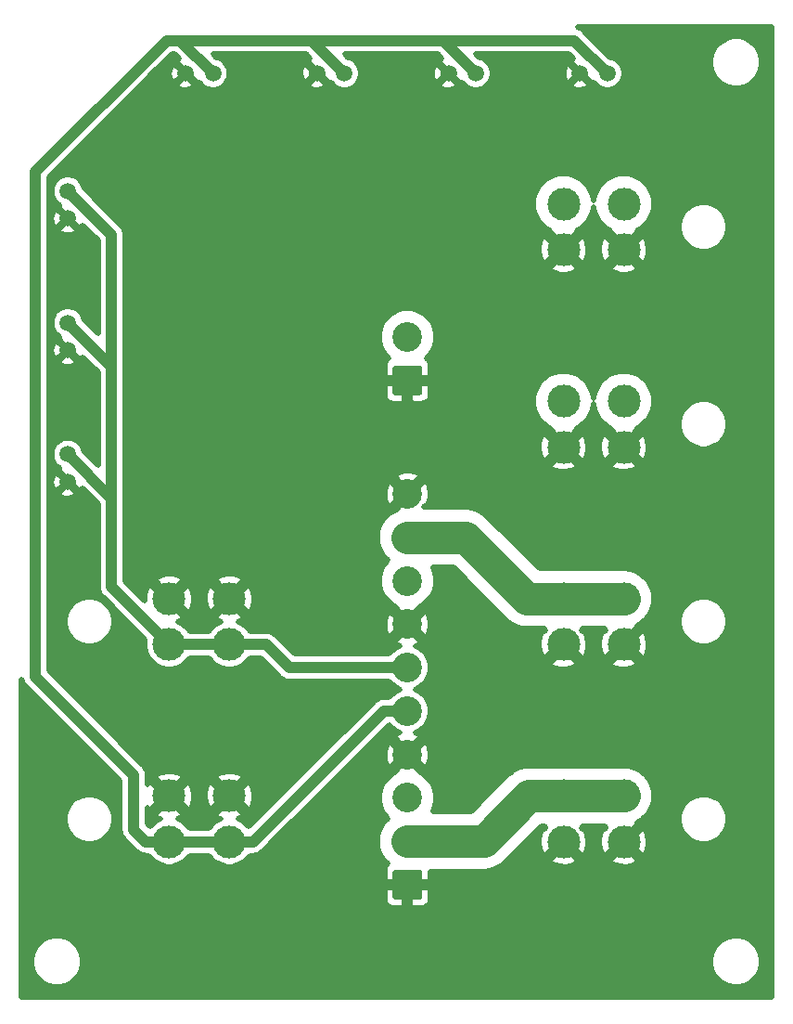
<source format=gtl>
G04 #@! TF.GenerationSoftware,KiCad,Pcbnew,(5.1.4)-1*
G04 #@! TF.CreationDate,2019-11-13T17:45:08+09:00*
G04 #@! TF.ProjectId,PowerDistributionUnit,506f7765-7244-4697-9374-726962757469,rev?*
G04 #@! TF.SameCoordinates,Original*
G04 #@! TF.FileFunction,Copper,L1,Top*
G04 #@! TF.FilePolarity,Positive*
%FSLAX46Y46*%
G04 Gerber Fmt 4.6, Leading zero omitted, Abs format (unit mm)*
G04 Created by KiCad (PCBNEW (5.1.4)-1) date 2019-11-13 17:45:08*
%MOMM*%
%LPD*%
G04 APERTURE LIST*
%ADD10C,3.000000*%
%ADD11C,2.700000*%
%ADD12C,0.100000*%
%ADD13C,1.500000*%
%ADD14C,3.000000*%
%ADD15C,1.000000*%
%ADD16C,0.500000*%
G04 APERTURE END LIST*
D10*
X49250000Y-122100000D03*
X49250000Y-117900000D03*
X54750000Y-122100000D03*
X54750000Y-117900000D03*
X90750000Y-81900000D03*
X90750000Y-86100000D03*
X85250000Y-81900000D03*
X85250000Y-86100000D03*
X90750000Y-99900000D03*
X90750000Y-104100000D03*
X85250000Y-99900000D03*
X85250000Y-104100000D03*
X90750000Y-117900000D03*
X90750000Y-122100000D03*
X85250000Y-117900000D03*
X85250000Y-122100000D03*
X90750000Y-135900000D03*
X90750000Y-140100000D03*
X85250000Y-135900000D03*
X85250000Y-140100000D03*
X49250000Y-140100000D03*
X49250000Y-135900000D03*
X54750000Y-140100000D03*
X54750000Y-135900000D03*
D11*
X71000000Y-116280000D03*
X71000000Y-128160000D03*
X71000000Y-120240000D03*
X71000000Y-136080000D03*
X71000000Y-140040000D03*
X71000000Y-108360000D03*
X71000000Y-132120000D03*
X71000000Y-124200000D03*
D12*
G36*
X72123512Y-142651209D02*
G01*
X72147887Y-142654825D01*
X72171790Y-142660812D01*
X72194992Y-142669114D01*
X72217268Y-142679650D01*
X72238404Y-142692318D01*
X72258196Y-142706997D01*
X72276455Y-142723545D01*
X72293003Y-142741804D01*
X72307682Y-142761596D01*
X72320350Y-142782732D01*
X72330886Y-142805008D01*
X72339188Y-142828210D01*
X72345175Y-142852113D01*
X72348791Y-142876488D01*
X72350000Y-142901100D01*
X72350000Y-145098900D01*
X72348791Y-145123512D01*
X72345175Y-145147887D01*
X72339188Y-145171790D01*
X72330886Y-145194992D01*
X72320350Y-145217268D01*
X72307682Y-145238404D01*
X72293003Y-145258196D01*
X72276455Y-145276455D01*
X72258196Y-145293003D01*
X72238404Y-145307682D01*
X72217268Y-145320350D01*
X72194992Y-145330886D01*
X72171790Y-145339188D01*
X72147887Y-145345175D01*
X72123512Y-145348791D01*
X72098900Y-145350000D01*
X69901100Y-145350000D01*
X69876488Y-145348791D01*
X69852113Y-145345175D01*
X69828210Y-145339188D01*
X69805008Y-145330886D01*
X69782732Y-145320350D01*
X69761596Y-145307682D01*
X69741804Y-145293003D01*
X69723545Y-145276455D01*
X69706997Y-145258196D01*
X69692318Y-145238404D01*
X69679650Y-145217268D01*
X69669114Y-145194992D01*
X69660812Y-145171790D01*
X69654825Y-145147887D01*
X69651209Y-145123512D01*
X69650000Y-145098900D01*
X69650000Y-142901100D01*
X69651209Y-142876488D01*
X69654825Y-142852113D01*
X69660812Y-142828210D01*
X69669114Y-142805008D01*
X69679650Y-142782732D01*
X69692318Y-142761596D01*
X69706997Y-142741804D01*
X69723545Y-142723545D01*
X69741804Y-142706997D01*
X69761596Y-142692318D01*
X69782732Y-142679650D01*
X69805008Y-142669114D01*
X69828210Y-142660812D01*
X69852113Y-142654825D01*
X69876488Y-142651209D01*
X69901100Y-142650000D01*
X72098900Y-142650000D01*
X72123512Y-142651209D01*
X72123512Y-142651209D01*
G37*
D11*
X71000000Y-144000000D03*
X71000000Y-112320000D03*
D12*
G36*
X72123512Y-96651209D02*
G01*
X72147887Y-96654825D01*
X72171790Y-96660812D01*
X72194992Y-96669114D01*
X72217268Y-96679650D01*
X72238404Y-96692318D01*
X72258196Y-96706997D01*
X72276455Y-96723545D01*
X72293003Y-96741804D01*
X72307682Y-96761596D01*
X72320350Y-96782732D01*
X72330886Y-96805008D01*
X72339188Y-96828210D01*
X72345175Y-96852113D01*
X72348791Y-96876488D01*
X72350000Y-96901100D01*
X72350000Y-99098900D01*
X72348791Y-99123512D01*
X72345175Y-99147887D01*
X72339188Y-99171790D01*
X72330886Y-99194992D01*
X72320350Y-99217268D01*
X72307682Y-99238404D01*
X72293003Y-99258196D01*
X72276455Y-99276455D01*
X72258196Y-99293003D01*
X72238404Y-99307682D01*
X72217268Y-99320350D01*
X72194992Y-99330886D01*
X72171790Y-99339188D01*
X72147887Y-99345175D01*
X72123512Y-99348791D01*
X72098900Y-99350000D01*
X69901100Y-99350000D01*
X69876488Y-99348791D01*
X69852113Y-99345175D01*
X69828210Y-99339188D01*
X69805008Y-99330886D01*
X69782732Y-99320350D01*
X69761596Y-99307682D01*
X69741804Y-99293003D01*
X69723545Y-99276455D01*
X69706997Y-99258196D01*
X69692318Y-99238404D01*
X69679650Y-99217268D01*
X69669114Y-99194992D01*
X69660812Y-99171790D01*
X69654825Y-99147887D01*
X69651209Y-99123512D01*
X69650000Y-99098900D01*
X69650000Y-96901100D01*
X69651209Y-96876488D01*
X69654825Y-96852113D01*
X69660812Y-96828210D01*
X69669114Y-96805008D01*
X69679650Y-96782732D01*
X69692318Y-96761596D01*
X69706997Y-96741804D01*
X69723545Y-96723545D01*
X69741804Y-96706997D01*
X69761596Y-96692318D01*
X69782732Y-96679650D01*
X69805008Y-96669114D01*
X69828210Y-96660812D01*
X69852113Y-96654825D01*
X69876488Y-96651209D01*
X69901100Y-96650000D01*
X72098900Y-96650000D01*
X72123512Y-96651209D01*
X72123512Y-96651209D01*
G37*
D11*
X71000000Y-98000000D03*
X71000000Y-94040000D03*
D13*
X53250000Y-70000000D03*
X50750000Y-70000000D03*
X86750000Y-70000000D03*
X89250000Y-70000000D03*
X77250000Y-70000000D03*
X74750000Y-70000000D03*
X62750000Y-70000000D03*
X65250000Y-70000000D03*
X40000000Y-92750000D03*
X40000000Y-95250000D03*
X40000000Y-107250000D03*
X40000000Y-104750000D03*
X40000000Y-80750000D03*
X40000000Y-83250000D03*
D14*
X90750000Y-135900000D02*
X85250000Y-135900000D01*
X77960000Y-140040000D02*
X71000000Y-140040000D01*
X85250000Y-135900000D02*
X82100000Y-135900000D01*
X82100000Y-135900000D02*
X77960000Y-140040000D01*
X90750000Y-117900000D02*
X85250000Y-117900000D01*
X76320000Y-112320000D02*
X71000000Y-112320000D01*
X85250000Y-117900000D02*
X81900000Y-117900000D01*
X81900000Y-117900000D02*
X76320000Y-112320000D01*
D15*
X49250000Y-140100000D02*
X54750000Y-140100000D01*
X68840000Y-128160000D02*
X71000000Y-128160000D01*
X54750000Y-140100000D02*
X56900000Y-140100000D01*
X56900000Y-140100000D02*
X68840000Y-128160000D01*
X56250000Y-67000000D02*
X61000000Y-67000000D01*
X62250000Y-67000000D02*
X62625000Y-67375000D01*
X65250000Y-70000000D02*
X62625000Y-67375000D01*
X74250000Y-67000000D02*
X73000000Y-67000000D01*
X77250000Y-70000000D02*
X74250000Y-67000000D01*
X86250000Y-67000000D02*
X89250000Y-70000000D01*
X73000000Y-67000000D02*
X86250000Y-67000000D01*
X61000000Y-67000000D02*
X73000000Y-67000000D01*
X46000000Y-138971320D02*
X46000000Y-134000000D01*
X49000000Y-67000000D02*
X56250000Y-67000000D01*
X47128680Y-140100000D02*
X46000000Y-138971320D01*
X37000000Y-125000000D02*
X37000000Y-79000000D01*
X49250000Y-140100000D02*
X47128680Y-140100000D01*
X46000000Y-134000000D02*
X37000000Y-125000000D01*
X37000000Y-79000000D02*
X49000000Y-67000000D01*
X50250000Y-67000000D02*
X49000000Y-67000000D01*
X53250000Y-70000000D02*
X50250000Y-67000000D01*
X49250000Y-122100000D02*
X54750000Y-122100000D01*
X60200000Y-124200000D02*
X71000000Y-124200000D01*
X54750000Y-122100000D02*
X58100000Y-122100000D01*
X58100000Y-122100000D02*
X60200000Y-124200000D01*
X40000000Y-80750000D02*
X44000000Y-84750000D01*
X44000000Y-116850000D02*
X49250000Y-122100000D01*
X44000000Y-96750000D02*
X44000000Y-101000000D01*
X40000000Y-92750000D02*
X44000000Y-96750000D01*
X44000000Y-84750000D02*
X44000000Y-101000000D01*
X44000000Y-108750000D02*
X44000000Y-113000000D01*
X40000000Y-104750000D02*
X44000000Y-108750000D01*
X44000000Y-101000000D02*
X44000000Y-113000000D01*
X44000000Y-113000000D02*
X44000000Y-116850000D01*
D16*
G36*
X104225000Y-154225000D02*
G01*
X35775000Y-154225000D01*
X35775000Y-150768545D01*
X36650000Y-150768545D01*
X36650000Y-151231455D01*
X36740309Y-151685470D01*
X36917457Y-152113143D01*
X37174636Y-152498038D01*
X37501962Y-152825364D01*
X37886857Y-153082543D01*
X38314530Y-153259691D01*
X38768545Y-153350000D01*
X39231455Y-153350000D01*
X39685470Y-153259691D01*
X40113143Y-153082543D01*
X40498038Y-152825364D01*
X40825364Y-152498038D01*
X41082543Y-152113143D01*
X41259691Y-151685470D01*
X41350000Y-151231455D01*
X41350000Y-150768545D01*
X98650000Y-150768545D01*
X98650000Y-151231455D01*
X98740309Y-151685470D01*
X98917457Y-152113143D01*
X99174636Y-152498038D01*
X99501962Y-152825364D01*
X99886857Y-153082543D01*
X100314530Y-153259691D01*
X100768545Y-153350000D01*
X101231455Y-153350000D01*
X101685470Y-153259691D01*
X102113143Y-153082543D01*
X102498038Y-152825364D01*
X102825364Y-152498038D01*
X103082543Y-152113143D01*
X103259691Y-151685470D01*
X103350000Y-151231455D01*
X103350000Y-150768545D01*
X103259691Y-150314530D01*
X103082543Y-149886857D01*
X102825364Y-149501962D01*
X102498038Y-149174636D01*
X102113143Y-148917457D01*
X101685470Y-148740309D01*
X101231455Y-148650000D01*
X100768545Y-148650000D01*
X100314530Y-148740309D01*
X99886857Y-148917457D01*
X99501962Y-149174636D01*
X99174636Y-149501962D01*
X98917457Y-149886857D01*
X98740309Y-150314530D01*
X98650000Y-150768545D01*
X41350000Y-150768545D01*
X41259691Y-150314530D01*
X41082543Y-149886857D01*
X40825364Y-149501962D01*
X40498038Y-149174636D01*
X40113143Y-148917457D01*
X39685470Y-148740309D01*
X39231455Y-148650000D01*
X38768545Y-148650000D01*
X38314530Y-148740309D01*
X37886857Y-148917457D01*
X37501962Y-149174636D01*
X37174636Y-149501962D01*
X36917457Y-149886857D01*
X36740309Y-150314530D01*
X36650000Y-150768545D01*
X35775000Y-150768545D01*
X35775000Y-145350000D01*
X68896371Y-145350000D01*
X68910852Y-145497026D01*
X68953738Y-145638401D01*
X69023380Y-145768694D01*
X69117104Y-145882896D01*
X69231306Y-145976620D01*
X69361599Y-146046262D01*
X69502974Y-146089148D01*
X69650000Y-146103629D01*
X70562500Y-146100000D01*
X70750000Y-145912500D01*
X70750000Y-144250000D01*
X71250000Y-144250000D01*
X71250000Y-145912500D01*
X71437500Y-146100000D01*
X72350000Y-146103629D01*
X72497026Y-146089148D01*
X72638401Y-146046262D01*
X72768694Y-145976620D01*
X72882896Y-145882896D01*
X72976620Y-145768694D01*
X73046262Y-145638401D01*
X73089148Y-145497026D01*
X73103629Y-145350000D01*
X73100000Y-144437500D01*
X72912500Y-144250000D01*
X71250000Y-144250000D01*
X70750000Y-144250000D01*
X69087500Y-144250000D01*
X68900000Y-144437500D01*
X68896371Y-145350000D01*
X35775000Y-145350000D01*
X35775000Y-137778394D01*
X39700000Y-137778394D01*
X39700000Y-138221606D01*
X39786466Y-138656301D01*
X39956076Y-139065775D01*
X40202311Y-139434292D01*
X40515708Y-139747689D01*
X40884225Y-139993924D01*
X41293699Y-140163534D01*
X41728394Y-140250000D01*
X42171606Y-140250000D01*
X42606301Y-140163534D01*
X43015775Y-139993924D01*
X43384292Y-139747689D01*
X43697689Y-139434292D01*
X43943924Y-139065775D01*
X44113534Y-138656301D01*
X44200000Y-138221606D01*
X44200000Y-137778394D01*
X44113534Y-137343699D01*
X43943924Y-136934225D01*
X43697689Y-136565708D01*
X43384292Y-136252311D01*
X43015775Y-136006076D01*
X42606301Y-135836466D01*
X42171606Y-135750000D01*
X41728394Y-135750000D01*
X41293699Y-135836466D01*
X40884225Y-136006076D01*
X40515708Y-136252311D01*
X40202311Y-136565708D01*
X39956076Y-136934225D01*
X39786466Y-137343699D01*
X39700000Y-137778394D01*
X35775000Y-137778394D01*
X35775000Y-125267831D01*
X35839563Y-125480668D01*
X35955634Y-125697822D01*
X36111840Y-125888160D01*
X36159543Y-125927309D01*
X44750001Y-134517768D01*
X44750000Y-138909922D01*
X44743953Y-138971320D01*
X44750000Y-139032718D01*
X44750000Y-139032724D01*
X44768087Y-139216362D01*
X44839563Y-139451988D01*
X44955634Y-139669142D01*
X45111840Y-139859480D01*
X45159542Y-139898628D01*
X46201375Y-140940462D01*
X46240520Y-140988160D01*
X46430857Y-141144366D01*
X46569575Y-141218512D01*
X46648011Y-141260437D01*
X46883637Y-141331913D01*
X47128680Y-141356048D01*
X47190085Y-141350000D01*
X47379171Y-141350000D01*
X47502311Y-141534292D01*
X47815708Y-141847689D01*
X48184225Y-142093924D01*
X48593699Y-142263534D01*
X49028394Y-142350000D01*
X49471606Y-142350000D01*
X49906301Y-142263534D01*
X50315775Y-142093924D01*
X50684292Y-141847689D01*
X50997689Y-141534292D01*
X51120829Y-141350000D01*
X52879171Y-141350000D01*
X53002311Y-141534292D01*
X53315708Y-141847689D01*
X53684225Y-142093924D01*
X54093699Y-142263534D01*
X54528394Y-142350000D01*
X54971606Y-142350000D01*
X55406301Y-142263534D01*
X55815775Y-142093924D01*
X56184292Y-141847689D01*
X56497689Y-141534292D01*
X56620829Y-141350000D01*
X56838602Y-141350000D01*
X56900000Y-141356047D01*
X56961398Y-141350000D01*
X56961405Y-141350000D01*
X57145043Y-141331913D01*
X57380669Y-141260437D01*
X57597823Y-141144366D01*
X57788160Y-140988160D01*
X57827309Y-140940457D01*
X58727766Y-140040000D01*
X68236694Y-140040000D01*
X68289790Y-140579094D01*
X68447038Y-141097471D01*
X68702395Y-141575211D01*
X69046048Y-141993952D01*
X69156606Y-142084685D01*
X69117104Y-142117104D01*
X69023380Y-142231306D01*
X68953738Y-142361599D01*
X68910852Y-142502974D01*
X68896371Y-142650000D01*
X68900000Y-143562500D01*
X69087500Y-143750000D01*
X70750000Y-143750000D01*
X70750000Y-143730000D01*
X71250000Y-143730000D01*
X71250000Y-143750000D01*
X72912500Y-143750000D01*
X73100000Y-143562500D01*
X73103072Y-142790000D01*
X77824909Y-142790000D01*
X77960000Y-142803305D01*
X78095091Y-142790000D01*
X78095098Y-142790000D01*
X78499094Y-142750210D01*
X79017471Y-142592962D01*
X79495211Y-142337605D01*
X79913952Y-141993952D01*
X80000075Y-141889011D01*
X80156900Y-141732186D01*
X83971367Y-141732186D01*
X84131488Y-142064826D01*
X84536299Y-142245283D01*
X84968536Y-142343298D01*
X85411590Y-142355104D01*
X85848434Y-142280248D01*
X86262281Y-142121606D01*
X86368512Y-142064826D01*
X86528633Y-141732186D01*
X89471367Y-141732186D01*
X89631488Y-142064826D01*
X90036299Y-142245283D01*
X90468536Y-142343298D01*
X90911590Y-142355104D01*
X91348434Y-142280248D01*
X91762281Y-142121606D01*
X91868512Y-142064826D01*
X92028633Y-141732186D01*
X90750000Y-140453553D01*
X89471367Y-141732186D01*
X86528633Y-141732186D01*
X85250000Y-140453553D01*
X83971367Y-141732186D01*
X80156900Y-141732186D01*
X83239088Y-138650000D01*
X83504334Y-138650000D01*
X83475389Y-138678945D01*
X83617812Y-138821368D01*
X83285174Y-138981488D01*
X83104717Y-139386299D01*
X83006702Y-139818536D01*
X82994896Y-140261590D01*
X83069752Y-140698434D01*
X83228394Y-141112281D01*
X83285174Y-141218512D01*
X83617814Y-141378633D01*
X84896447Y-140100000D01*
X84882305Y-140085858D01*
X85235858Y-139732305D01*
X85250000Y-139746447D01*
X85264143Y-139732305D01*
X85617696Y-140085858D01*
X85603553Y-140100000D01*
X86882186Y-141378633D01*
X87214826Y-141218512D01*
X87395283Y-140813701D01*
X87493298Y-140381464D01*
X87505104Y-139938410D01*
X87430248Y-139501566D01*
X87271606Y-139087719D01*
X87214826Y-138981488D01*
X86882188Y-138821368D01*
X87024611Y-138678945D01*
X86995666Y-138650000D01*
X89004334Y-138650000D01*
X88975389Y-138678945D01*
X89117812Y-138821368D01*
X88785174Y-138981488D01*
X88604717Y-139386299D01*
X88506702Y-139818536D01*
X88494896Y-140261590D01*
X88569752Y-140698434D01*
X88728394Y-141112281D01*
X88785174Y-141218512D01*
X89117814Y-141378633D01*
X90396447Y-140100000D01*
X91103553Y-140100000D01*
X92382186Y-141378633D01*
X92714826Y-141218512D01*
X92895283Y-140813701D01*
X92993298Y-140381464D01*
X93005104Y-139938410D01*
X92930248Y-139501566D01*
X92771606Y-139087719D01*
X92714826Y-138981488D01*
X92382186Y-138821367D01*
X91103553Y-140100000D01*
X90396447Y-140100000D01*
X90382305Y-140085858D01*
X90735858Y-139732305D01*
X90750000Y-139746447D01*
X92028633Y-138467814D01*
X91980126Y-138367043D01*
X92052613Y-138337018D01*
X92165482Y-138261601D01*
X92285211Y-138197605D01*
X92390152Y-138111482D01*
X92503023Y-138036064D01*
X92599016Y-137940071D01*
X92703952Y-137853952D01*
X92765961Y-137778394D01*
X95800000Y-137778394D01*
X95800000Y-138221606D01*
X95886466Y-138656301D01*
X96056076Y-139065775D01*
X96302311Y-139434292D01*
X96615708Y-139747689D01*
X96984225Y-139993924D01*
X97393699Y-140163534D01*
X97828394Y-140250000D01*
X98271606Y-140250000D01*
X98706301Y-140163534D01*
X99115775Y-139993924D01*
X99484292Y-139747689D01*
X99797689Y-139434292D01*
X100043924Y-139065775D01*
X100213534Y-138656301D01*
X100300000Y-138221606D01*
X100300000Y-137778394D01*
X100213534Y-137343699D01*
X100043924Y-136934225D01*
X99797689Y-136565708D01*
X99484292Y-136252311D01*
X99115775Y-136006076D01*
X98706301Y-135836466D01*
X98271606Y-135750000D01*
X97828394Y-135750000D01*
X97393699Y-135836466D01*
X96984225Y-136006076D01*
X96615708Y-136252311D01*
X96302311Y-136565708D01*
X96056076Y-136934225D01*
X95886466Y-137343699D01*
X95800000Y-137778394D01*
X92765961Y-137778394D01*
X92790071Y-137749016D01*
X92886064Y-137653023D01*
X92961482Y-137540152D01*
X93047605Y-137435211D01*
X93111601Y-137315482D01*
X93187018Y-137202613D01*
X93238967Y-137077198D01*
X93302962Y-136957471D01*
X93342369Y-136827562D01*
X93394319Y-136702145D01*
X93420803Y-136569002D01*
X93460210Y-136439094D01*
X93473516Y-136303994D01*
X93500000Y-136170851D01*
X93500000Y-136035098D01*
X93513306Y-135900000D01*
X93500000Y-135764902D01*
X93500000Y-135629149D01*
X93473516Y-135496006D01*
X93460210Y-135360906D01*
X93420803Y-135230998D01*
X93394319Y-135097855D01*
X93342369Y-134972438D01*
X93302962Y-134842529D01*
X93238967Y-134722802D01*
X93187018Y-134597387D01*
X93111601Y-134484518D01*
X93047605Y-134364789D01*
X92961482Y-134259848D01*
X92886064Y-134146977D01*
X92790071Y-134050984D01*
X92703952Y-133946048D01*
X92599015Y-133859928D01*
X92503023Y-133763936D01*
X92390152Y-133688518D01*
X92285211Y-133602395D01*
X92165482Y-133538399D01*
X92052613Y-133462982D01*
X91927198Y-133411033D01*
X91807471Y-133347038D01*
X91677562Y-133307631D01*
X91552145Y-133255681D01*
X91419002Y-133229197D01*
X91289094Y-133189790D01*
X91153995Y-133176484D01*
X91020851Y-133150000D01*
X82235090Y-133150000D01*
X82099999Y-133136695D01*
X81964908Y-133150000D01*
X81964902Y-133150000D01*
X81616964Y-133184269D01*
X81560905Y-133189790D01*
X81403657Y-133237491D01*
X81042529Y-133347038D01*
X80564789Y-133602395D01*
X80421790Y-133719752D01*
X80250984Y-133859928D01*
X80250979Y-133859933D01*
X80146048Y-133946048D01*
X80059933Y-134050979D01*
X76820914Y-137290000D01*
X73313021Y-137290000D01*
X73500083Y-136838392D01*
X73600000Y-136336078D01*
X73600000Y-135823922D01*
X73500083Y-135321608D01*
X73304090Y-134848438D01*
X73019552Y-134422597D01*
X72657403Y-134060448D01*
X72231562Y-133775910D01*
X72131164Y-133734324D01*
X72171208Y-133644761D01*
X71000000Y-132473553D01*
X69828792Y-133644761D01*
X69868836Y-133734324D01*
X69768438Y-133775910D01*
X69342597Y-134060448D01*
X68980448Y-134422597D01*
X68695910Y-134848438D01*
X68499917Y-135321608D01*
X68400000Y-135823922D01*
X68400000Y-136336078D01*
X68499917Y-136838392D01*
X68695910Y-137311562D01*
X68980448Y-137737403D01*
X69201509Y-137958464D01*
X69046048Y-138086048D01*
X68702395Y-138504789D01*
X68447038Y-138982529D01*
X68289790Y-139500906D01*
X68236694Y-140040000D01*
X58727766Y-140040000D01*
X66480220Y-132287546D01*
X68896502Y-132287546D01*
X68969606Y-132694699D01*
X69120737Y-133079767D01*
X69157921Y-133149332D01*
X69475239Y-133291208D01*
X70646447Y-132120000D01*
X71353553Y-132120000D01*
X72524761Y-133291208D01*
X72842079Y-133149332D01*
X73007497Y-132770181D01*
X73095767Y-132366045D01*
X73103498Y-131952454D01*
X73030394Y-131545301D01*
X72879263Y-131160233D01*
X72842079Y-131090668D01*
X72524761Y-130948792D01*
X71353553Y-132120000D01*
X70646447Y-132120000D01*
X69475239Y-130948792D01*
X69157921Y-131090668D01*
X68992503Y-131469819D01*
X68904233Y-131873955D01*
X68896502Y-132287546D01*
X66480220Y-132287546D01*
X69328878Y-129438889D01*
X69368823Y-129498672D01*
X69661328Y-129791177D01*
X70005277Y-130020996D01*
X70294682Y-130140871D01*
X70040233Y-130240737D01*
X69970668Y-130277921D01*
X69828792Y-130595239D01*
X71000000Y-131766447D01*
X72171208Y-130595239D01*
X72029332Y-130277921D01*
X71710389Y-130138771D01*
X71994723Y-130020996D01*
X72338672Y-129791177D01*
X72631177Y-129498672D01*
X72860996Y-129154723D01*
X73019298Y-128772547D01*
X73100000Y-128366832D01*
X73100000Y-127953168D01*
X73019298Y-127547453D01*
X72860996Y-127165277D01*
X72631177Y-126821328D01*
X72338672Y-126528823D01*
X71994723Y-126299004D01*
X71707421Y-126180000D01*
X71994723Y-126060996D01*
X72338672Y-125831177D01*
X72631177Y-125538672D01*
X72860996Y-125194723D01*
X73019298Y-124812547D01*
X73100000Y-124406832D01*
X73100000Y-123993168D01*
X73048088Y-123732186D01*
X83971367Y-123732186D01*
X84131488Y-124064826D01*
X84536299Y-124245283D01*
X84968536Y-124343298D01*
X85411590Y-124355104D01*
X85848434Y-124280248D01*
X86262281Y-124121606D01*
X86368512Y-124064826D01*
X86528633Y-123732186D01*
X89471367Y-123732186D01*
X89631488Y-124064826D01*
X90036299Y-124245283D01*
X90468536Y-124343298D01*
X90911590Y-124355104D01*
X91348434Y-124280248D01*
X91762281Y-124121606D01*
X91868512Y-124064826D01*
X92028633Y-123732186D01*
X90750000Y-122453553D01*
X89471367Y-123732186D01*
X86528633Y-123732186D01*
X85250000Y-122453553D01*
X83971367Y-123732186D01*
X73048088Y-123732186D01*
X73019298Y-123587453D01*
X72860996Y-123205277D01*
X72631177Y-122861328D01*
X72338672Y-122568823D01*
X71994723Y-122339004D01*
X71705318Y-122219129D01*
X71959767Y-122119263D01*
X72029332Y-122082079D01*
X72171208Y-121764761D01*
X71000000Y-120593553D01*
X69828792Y-121764761D01*
X69970668Y-122082079D01*
X70289611Y-122221229D01*
X70005277Y-122339004D01*
X69661328Y-122568823D01*
X69368823Y-122861328D01*
X69309574Y-122950000D01*
X60717767Y-122950000D01*
X59027309Y-121259543D01*
X58988160Y-121211840D01*
X58797823Y-121055634D01*
X58580669Y-120939563D01*
X58345043Y-120868087D01*
X58161405Y-120850000D01*
X58161398Y-120850000D01*
X58100000Y-120843953D01*
X58038602Y-120850000D01*
X56620829Y-120850000D01*
X56497689Y-120665708D01*
X56239527Y-120407546D01*
X68896502Y-120407546D01*
X68969606Y-120814699D01*
X69120737Y-121199767D01*
X69157921Y-121269332D01*
X69475239Y-121411208D01*
X70646447Y-120240000D01*
X71353553Y-120240000D01*
X72524761Y-121411208D01*
X72842079Y-121269332D01*
X73007497Y-120890181D01*
X73095767Y-120486045D01*
X73103498Y-120072454D01*
X73030394Y-119665301D01*
X72879263Y-119280233D01*
X72842079Y-119210668D01*
X72524761Y-119068792D01*
X71353553Y-120240000D01*
X70646447Y-120240000D01*
X69475239Y-119068792D01*
X69157921Y-119210668D01*
X68992503Y-119589819D01*
X68904233Y-119993955D01*
X68896502Y-120407546D01*
X56239527Y-120407546D01*
X56184292Y-120352311D01*
X55815775Y-120106076D01*
X55558768Y-119999620D01*
X55762281Y-119921606D01*
X55868512Y-119864826D01*
X56028633Y-119532186D01*
X54750000Y-118253553D01*
X53471367Y-119532186D01*
X53631488Y-119864826D01*
X53937413Y-120001202D01*
X53684225Y-120106076D01*
X53315708Y-120352311D01*
X53002311Y-120665708D01*
X52879171Y-120850000D01*
X51120829Y-120850000D01*
X50997689Y-120665708D01*
X50684292Y-120352311D01*
X50315775Y-120106076D01*
X50058768Y-119999620D01*
X50262281Y-119921606D01*
X50368512Y-119864826D01*
X50528633Y-119532186D01*
X49250000Y-118253553D01*
X49235858Y-118267696D01*
X48882305Y-117914143D01*
X48896447Y-117900000D01*
X49603553Y-117900000D01*
X50882186Y-119178633D01*
X51214826Y-119018512D01*
X51395283Y-118613701D01*
X51493298Y-118181464D01*
X51496492Y-118061590D01*
X52494896Y-118061590D01*
X52569752Y-118498434D01*
X52728394Y-118912281D01*
X52785174Y-119018512D01*
X53117814Y-119178633D01*
X54396447Y-117900000D01*
X55103553Y-117900000D01*
X56382186Y-119178633D01*
X56714826Y-119018512D01*
X56895283Y-118613701D01*
X56993298Y-118181464D01*
X57005104Y-117738410D01*
X56930248Y-117301566D01*
X56771606Y-116887719D01*
X56714826Y-116781488D01*
X56382186Y-116621367D01*
X55103553Y-117900000D01*
X54396447Y-117900000D01*
X53117814Y-116621367D01*
X52785174Y-116781488D01*
X52604717Y-117186299D01*
X52506702Y-117618536D01*
X52494896Y-118061590D01*
X51496492Y-118061590D01*
X51505104Y-117738410D01*
X51430248Y-117301566D01*
X51271606Y-116887719D01*
X51214826Y-116781488D01*
X50882186Y-116621367D01*
X49603553Y-117900000D01*
X48896447Y-117900000D01*
X47617814Y-116621367D01*
X47285174Y-116781488D01*
X47104717Y-117186299D01*
X47006702Y-117618536D01*
X46994896Y-118061590D01*
X46998109Y-118080343D01*
X45250000Y-116332234D01*
X45250000Y-116267814D01*
X47971367Y-116267814D01*
X49250000Y-117546447D01*
X50528633Y-116267814D01*
X53471367Y-116267814D01*
X54750000Y-117546447D01*
X56028633Y-116267814D01*
X55868512Y-115935174D01*
X55463701Y-115754717D01*
X55031464Y-115656702D01*
X54588410Y-115644896D01*
X54151566Y-115719752D01*
X53737719Y-115878394D01*
X53631488Y-115935174D01*
X53471367Y-116267814D01*
X50528633Y-116267814D01*
X50368512Y-115935174D01*
X49963701Y-115754717D01*
X49531464Y-115656702D01*
X49088410Y-115644896D01*
X48651566Y-115719752D01*
X48237719Y-115878394D01*
X48131488Y-115935174D01*
X47971367Y-116267814D01*
X45250000Y-116267814D01*
X45250000Y-112320000D01*
X68236694Y-112320000D01*
X68289790Y-112859094D01*
X68447038Y-113377471D01*
X68702395Y-113855211D01*
X69046048Y-114273952D01*
X69201509Y-114401536D01*
X68980448Y-114622597D01*
X68695910Y-115048438D01*
X68499917Y-115521608D01*
X68400000Y-116023922D01*
X68400000Y-116536078D01*
X68499917Y-117038392D01*
X68695910Y-117511562D01*
X68980448Y-117937403D01*
X69342597Y-118299552D01*
X69768438Y-118584090D01*
X69868836Y-118625676D01*
X69828792Y-118715239D01*
X71000000Y-119886447D01*
X72171208Y-118715239D01*
X72131164Y-118625676D01*
X72231562Y-118584090D01*
X72657403Y-118299552D01*
X73019552Y-117937403D01*
X73304090Y-117511562D01*
X73500083Y-117038392D01*
X73600000Y-116536078D01*
X73600000Y-116023922D01*
X73500083Y-115521608D01*
X73313021Y-115070000D01*
X75180914Y-115070000D01*
X79859929Y-119749016D01*
X79946048Y-119853952D01*
X80050984Y-119940071D01*
X80050985Y-119940072D01*
X80253261Y-120106076D01*
X80364789Y-120197605D01*
X80842529Y-120452962D01*
X81360906Y-120610210D01*
X81764902Y-120650000D01*
X81764909Y-120650000D01*
X81900000Y-120663305D01*
X82035091Y-120650000D01*
X83504334Y-120650000D01*
X83475389Y-120678945D01*
X83617812Y-120821368D01*
X83285174Y-120981488D01*
X83104717Y-121386299D01*
X83006702Y-121818536D01*
X82994896Y-122261590D01*
X83069752Y-122698434D01*
X83228394Y-123112281D01*
X83285174Y-123218512D01*
X83617814Y-123378633D01*
X84896447Y-122100000D01*
X84882305Y-122085858D01*
X85235858Y-121732305D01*
X85250000Y-121746447D01*
X85264143Y-121732305D01*
X85617696Y-122085858D01*
X85603553Y-122100000D01*
X86882186Y-123378633D01*
X87214826Y-123218512D01*
X87395283Y-122813701D01*
X87493298Y-122381464D01*
X87505104Y-121938410D01*
X87430248Y-121501566D01*
X87271606Y-121087719D01*
X87214826Y-120981488D01*
X86882188Y-120821368D01*
X87024611Y-120678945D01*
X86995666Y-120650000D01*
X89004334Y-120650000D01*
X88975389Y-120678945D01*
X89117812Y-120821368D01*
X88785174Y-120981488D01*
X88604717Y-121386299D01*
X88506702Y-121818536D01*
X88494896Y-122261590D01*
X88569752Y-122698434D01*
X88728394Y-123112281D01*
X88785174Y-123218512D01*
X89117814Y-123378633D01*
X90396447Y-122100000D01*
X91103553Y-122100000D01*
X92382186Y-123378633D01*
X92714826Y-123218512D01*
X92895283Y-122813701D01*
X92993298Y-122381464D01*
X93005104Y-121938410D01*
X92930248Y-121501566D01*
X92771606Y-121087719D01*
X92714826Y-120981488D01*
X92382186Y-120821367D01*
X91103553Y-122100000D01*
X90396447Y-122100000D01*
X90382305Y-122085858D01*
X90735858Y-121732305D01*
X90750000Y-121746447D01*
X92028633Y-120467814D01*
X91980126Y-120367043D01*
X92052613Y-120337018D01*
X92165482Y-120261601D01*
X92285211Y-120197605D01*
X92390152Y-120111482D01*
X92503023Y-120036064D01*
X92599016Y-119940071D01*
X92703952Y-119853952D01*
X92765961Y-119778394D01*
X95800000Y-119778394D01*
X95800000Y-120221606D01*
X95886466Y-120656301D01*
X96056076Y-121065775D01*
X96302311Y-121434292D01*
X96615708Y-121747689D01*
X96984225Y-121993924D01*
X97393699Y-122163534D01*
X97828394Y-122250000D01*
X98271606Y-122250000D01*
X98706301Y-122163534D01*
X99115775Y-121993924D01*
X99484292Y-121747689D01*
X99797689Y-121434292D01*
X100043924Y-121065775D01*
X100213534Y-120656301D01*
X100300000Y-120221606D01*
X100300000Y-119778394D01*
X100213534Y-119343699D01*
X100043924Y-118934225D01*
X99797689Y-118565708D01*
X99484292Y-118252311D01*
X99115775Y-118006076D01*
X98706301Y-117836466D01*
X98271606Y-117750000D01*
X97828394Y-117750000D01*
X97393699Y-117836466D01*
X96984225Y-118006076D01*
X96615708Y-118252311D01*
X96302311Y-118565708D01*
X96056076Y-118934225D01*
X95886466Y-119343699D01*
X95800000Y-119778394D01*
X92765961Y-119778394D01*
X92790071Y-119749016D01*
X92886064Y-119653023D01*
X92961482Y-119540152D01*
X93047605Y-119435211D01*
X93111601Y-119315482D01*
X93187018Y-119202613D01*
X93238967Y-119077198D01*
X93302962Y-118957471D01*
X93342369Y-118827562D01*
X93394319Y-118702145D01*
X93420803Y-118569002D01*
X93460210Y-118439094D01*
X93473516Y-118303994D01*
X93500000Y-118170851D01*
X93500000Y-118035098D01*
X93513306Y-117900000D01*
X93500000Y-117764902D01*
X93500000Y-117629149D01*
X93473516Y-117496006D01*
X93460210Y-117360906D01*
X93420803Y-117230998D01*
X93394319Y-117097855D01*
X93342369Y-116972438D01*
X93302962Y-116842529D01*
X93238967Y-116722802D01*
X93187018Y-116597387D01*
X93111601Y-116484518D01*
X93047605Y-116364789D01*
X92961482Y-116259848D01*
X92886064Y-116146977D01*
X92790071Y-116050984D01*
X92703952Y-115946048D01*
X92599016Y-115859929D01*
X92503023Y-115763936D01*
X92390152Y-115688518D01*
X92285211Y-115602395D01*
X92165482Y-115538399D01*
X92052613Y-115462982D01*
X91927198Y-115411033D01*
X91807471Y-115347038D01*
X91677562Y-115307631D01*
X91552145Y-115255681D01*
X91419002Y-115229197D01*
X91289094Y-115189790D01*
X91153995Y-115176484D01*
X91020851Y-115150000D01*
X83039087Y-115150000D01*
X78360076Y-110470990D01*
X78273952Y-110366048D01*
X77855211Y-110022395D01*
X77377471Y-109767038D01*
X76859094Y-109609790D01*
X76455098Y-109570000D01*
X76455091Y-109570000D01*
X76320000Y-109556695D01*
X76184909Y-109570000D01*
X72563557Y-109570000D01*
X72524764Y-109531207D01*
X72842079Y-109389332D01*
X73007497Y-109010181D01*
X73095767Y-108606045D01*
X73103498Y-108192454D01*
X73030394Y-107785301D01*
X72879263Y-107400233D01*
X72842079Y-107330668D01*
X72524761Y-107188792D01*
X71353553Y-108360000D01*
X71367696Y-108374143D01*
X71014143Y-108727696D01*
X71000000Y-108713553D01*
X69948251Y-109765302D01*
X69942529Y-109767038D01*
X69464789Y-110022395D01*
X69046048Y-110366048D01*
X68702395Y-110784789D01*
X68447038Y-111262529D01*
X68289790Y-111780906D01*
X68236694Y-112320000D01*
X45250000Y-112320000D01*
X45250000Y-108811397D01*
X45256047Y-108749999D01*
X45250000Y-108688601D01*
X45250000Y-108527546D01*
X68896502Y-108527546D01*
X68969606Y-108934699D01*
X69120737Y-109319767D01*
X69157921Y-109389332D01*
X69475239Y-109531208D01*
X70646447Y-108360000D01*
X69475239Y-107188792D01*
X69157921Y-107330668D01*
X68992503Y-107709819D01*
X68904233Y-108113955D01*
X68896502Y-108527546D01*
X45250000Y-108527546D01*
X45250000Y-106835239D01*
X69828792Y-106835239D01*
X71000000Y-108006447D01*
X72171208Y-106835239D01*
X72029332Y-106517921D01*
X71650181Y-106352503D01*
X71246045Y-106264233D01*
X70832454Y-106256502D01*
X70425301Y-106329606D01*
X70040233Y-106480737D01*
X69970668Y-106517921D01*
X69828792Y-106835239D01*
X45250000Y-106835239D01*
X45250000Y-105732186D01*
X83971367Y-105732186D01*
X84131488Y-106064826D01*
X84536299Y-106245283D01*
X84968536Y-106343298D01*
X85411590Y-106355104D01*
X85848434Y-106280248D01*
X86262281Y-106121606D01*
X86368512Y-106064826D01*
X86528633Y-105732186D01*
X89471367Y-105732186D01*
X89631488Y-106064826D01*
X90036299Y-106245283D01*
X90468536Y-106343298D01*
X90911590Y-106355104D01*
X91348434Y-106280248D01*
X91762281Y-106121606D01*
X91868512Y-106064826D01*
X92028633Y-105732186D01*
X90750000Y-104453553D01*
X89471367Y-105732186D01*
X86528633Y-105732186D01*
X85250000Y-104453553D01*
X83971367Y-105732186D01*
X45250000Y-105732186D01*
X45250000Y-104261590D01*
X82994896Y-104261590D01*
X83069752Y-104698434D01*
X83228394Y-105112281D01*
X83285174Y-105218512D01*
X83617814Y-105378633D01*
X84896447Y-104100000D01*
X85603553Y-104100000D01*
X86882186Y-105378633D01*
X87214826Y-105218512D01*
X87395283Y-104813701D01*
X87493298Y-104381464D01*
X87496492Y-104261590D01*
X88494896Y-104261590D01*
X88569752Y-104698434D01*
X88728394Y-105112281D01*
X88785174Y-105218512D01*
X89117814Y-105378633D01*
X90396447Y-104100000D01*
X91103553Y-104100000D01*
X92382186Y-105378633D01*
X92714826Y-105218512D01*
X92895283Y-104813701D01*
X92993298Y-104381464D01*
X93005104Y-103938410D01*
X92930248Y-103501566D01*
X92771606Y-103087719D01*
X92714826Y-102981488D01*
X92382186Y-102821367D01*
X91103553Y-104100000D01*
X90396447Y-104100000D01*
X89117814Y-102821367D01*
X88785174Y-102981488D01*
X88604717Y-103386299D01*
X88506702Y-103818536D01*
X88494896Y-104261590D01*
X87496492Y-104261590D01*
X87505104Y-103938410D01*
X87430248Y-103501566D01*
X87271606Y-103087719D01*
X87214826Y-102981488D01*
X86882186Y-102821367D01*
X85603553Y-104100000D01*
X84896447Y-104100000D01*
X83617814Y-102821367D01*
X83285174Y-102981488D01*
X83104717Y-103386299D01*
X83006702Y-103818536D01*
X82994896Y-104261590D01*
X45250000Y-104261590D01*
X45250000Y-99350000D01*
X68896371Y-99350000D01*
X68910852Y-99497026D01*
X68953738Y-99638401D01*
X69023380Y-99768694D01*
X69117104Y-99882896D01*
X69231306Y-99976620D01*
X69361599Y-100046262D01*
X69502974Y-100089148D01*
X69650000Y-100103629D01*
X70562500Y-100100000D01*
X70750000Y-99912500D01*
X70750000Y-98250000D01*
X71250000Y-98250000D01*
X71250000Y-99912500D01*
X71437500Y-100100000D01*
X72350000Y-100103629D01*
X72497026Y-100089148D01*
X72638401Y-100046262D01*
X72768694Y-99976620D01*
X72882896Y-99882896D01*
X72976620Y-99768694D01*
X73046262Y-99638401D01*
X73049068Y-99629149D01*
X82500000Y-99629149D01*
X82500000Y-100170851D01*
X82605681Y-100702145D01*
X82812982Y-101202613D01*
X83113936Y-101653023D01*
X83496977Y-102036064D01*
X83947387Y-102337018D01*
X84019874Y-102367043D01*
X83971367Y-102467814D01*
X85250000Y-103746447D01*
X86528633Y-102467814D01*
X86480126Y-102367043D01*
X86552613Y-102337018D01*
X87003023Y-102036064D01*
X87386064Y-101653023D01*
X87687018Y-101202613D01*
X87894319Y-100702145D01*
X88000000Y-100170851D01*
X88105681Y-100702145D01*
X88312982Y-101202613D01*
X88613936Y-101653023D01*
X88996977Y-102036064D01*
X89447387Y-102337018D01*
X89519874Y-102367043D01*
X89471367Y-102467814D01*
X90750000Y-103746447D01*
X92028633Y-102467814D01*
X91980126Y-102367043D01*
X92052613Y-102337018D01*
X92503023Y-102036064D01*
X92760693Y-101778394D01*
X95800000Y-101778394D01*
X95800000Y-102221606D01*
X95886466Y-102656301D01*
X96056076Y-103065775D01*
X96302311Y-103434292D01*
X96615708Y-103747689D01*
X96984225Y-103993924D01*
X97393699Y-104163534D01*
X97828394Y-104250000D01*
X98271606Y-104250000D01*
X98706301Y-104163534D01*
X99115775Y-103993924D01*
X99484292Y-103747689D01*
X99797689Y-103434292D01*
X100043924Y-103065775D01*
X100213534Y-102656301D01*
X100300000Y-102221606D01*
X100300000Y-101778394D01*
X100213534Y-101343699D01*
X100043924Y-100934225D01*
X99797689Y-100565708D01*
X99484292Y-100252311D01*
X99115775Y-100006076D01*
X98706301Y-99836466D01*
X98271606Y-99750000D01*
X97828394Y-99750000D01*
X97393699Y-99836466D01*
X96984225Y-100006076D01*
X96615708Y-100252311D01*
X96302311Y-100565708D01*
X96056076Y-100934225D01*
X95886466Y-101343699D01*
X95800000Y-101778394D01*
X92760693Y-101778394D01*
X92886064Y-101653023D01*
X93187018Y-101202613D01*
X93394319Y-100702145D01*
X93500000Y-100170851D01*
X93500000Y-99629149D01*
X93394319Y-99097855D01*
X93187018Y-98597387D01*
X92886064Y-98146977D01*
X92503023Y-97763936D01*
X92052613Y-97462982D01*
X91552145Y-97255681D01*
X91020851Y-97150000D01*
X90479149Y-97150000D01*
X89947855Y-97255681D01*
X89447387Y-97462982D01*
X88996977Y-97763936D01*
X88613936Y-98146977D01*
X88312982Y-98597387D01*
X88105681Y-99097855D01*
X88000000Y-99629149D01*
X87894319Y-99097855D01*
X87687018Y-98597387D01*
X87386064Y-98146977D01*
X87003023Y-97763936D01*
X86552613Y-97462982D01*
X86052145Y-97255681D01*
X85520851Y-97150000D01*
X84979149Y-97150000D01*
X84447855Y-97255681D01*
X83947387Y-97462982D01*
X83496977Y-97763936D01*
X83113936Y-98146977D01*
X82812982Y-98597387D01*
X82605681Y-99097855D01*
X82500000Y-99629149D01*
X73049068Y-99629149D01*
X73089148Y-99497026D01*
X73103629Y-99350000D01*
X73100000Y-98437500D01*
X72912500Y-98250000D01*
X71250000Y-98250000D01*
X70750000Y-98250000D01*
X69087500Y-98250000D01*
X68900000Y-98437500D01*
X68896371Y-99350000D01*
X45250000Y-99350000D01*
X45250000Y-96811397D01*
X45256047Y-96749999D01*
X45250000Y-96688601D01*
X45250000Y-93783922D01*
X68400000Y-93783922D01*
X68400000Y-94296078D01*
X68499917Y-94798392D01*
X68695910Y-95271562D01*
X68980448Y-95697403D01*
X69280259Y-95997214D01*
X69231306Y-96023380D01*
X69117104Y-96117104D01*
X69023380Y-96231306D01*
X68953738Y-96361599D01*
X68910852Y-96502974D01*
X68896371Y-96650000D01*
X68900000Y-97562500D01*
X69087500Y-97750000D01*
X70750000Y-97750000D01*
X70750000Y-97730000D01*
X71250000Y-97730000D01*
X71250000Y-97750000D01*
X72912500Y-97750000D01*
X73100000Y-97562500D01*
X73103629Y-96650000D01*
X73089148Y-96502974D01*
X73046262Y-96361599D01*
X72976620Y-96231306D01*
X72882896Y-96117104D01*
X72768694Y-96023380D01*
X72719741Y-95997214D01*
X73019552Y-95697403D01*
X73304090Y-95271562D01*
X73500083Y-94798392D01*
X73600000Y-94296078D01*
X73600000Y-93783922D01*
X73500083Y-93281608D01*
X73304090Y-92808438D01*
X73019552Y-92382597D01*
X72657403Y-92020448D01*
X72231562Y-91735910D01*
X71758392Y-91539917D01*
X71256078Y-91440000D01*
X70743922Y-91440000D01*
X70241608Y-91539917D01*
X69768438Y-91735910D01*
X69342597Y-92020448D01*
X68980448Y-92382597D01*
X68695910Y-92808438D01*
X68499917Y-93281608D01*
X68400000Y-93783922D01*
X45250000Y-93783922D01*
X45250000Y-87732186D01*
X83971367Y-87732186D01*
X84131488Y-88064826D01*
X84536299Y-88245283D01*
X84968536Y-88343298D01*
X85411590Y-88355104D01*
X85848434Y-88280248D01*
X86262281Y-88121606D01*
X86368512Y-88064826D01*
X86528633Y-87732186D01*
X89471367Y-87732186D01*
X89631488Y-88064826D01*
X90036299Y-88245283D01*
X90468536Y-88343298D01*
X90911590Y-88355104D01*
X91348434Y-88280248D01*
X91762281Y-88121606D01*
X91868512Y-88064826D01*
X92028633Y-87732186D01*
X90750000Y-86453553D01*
X89471367Y-87732186D01*
X86528633Y-87732186D01*
X85250000Y-86453553D01*
X83971367Y-87732186D01*
X45250000Y-87732186D01*
X45250000Y-86261590D01*
X82994896Y-86261590D01*
X83069752Y-86698434D01*
X83228394Y-87112281D01*
X83285174Y-87218512D01*
X83617814Y-87378633D01*
X84896447Y-86100000D01*
X85603553Y-86100000D01*
X86882186Y-87378633D01*
X87214826Y-87218512D01*
X87395283Y-86813701D01*
X87493298Y-86381464D01*
X87496492Y-86261590D01*
X88494896Y-86261590D01*
X88569752Y-86698434D01*
X88728394Y-87112281D01*
X88785174Y-87218512D01*
X89117814Y-87378633D01*
X90396447Y-86100000D01*
X91103553Y-86100000D01*
X92382186Y-87378633D01*
X92714826Y-87218512D01*
X92895283Y-86813701D01*
X92993298Y-86381464D01*
X93005104Y-85938410D01*
X92930248Y-85501566D01*
X92771606Y-85087719D01*
X92714826Y-84981488D01*
X92382186Y-84821367D01*
X91103553Y-86100000D01*
X90396447Y-86100000D01*
X89117814Y-84821367D01*
X88785174Y-84981488D01*
X88604717Y-85386299D01*
X88506702Y-85818536D01*
X88494896Y-86261590D01*
X87496492Y-86261590D01*
X87505104Y-85938410D01*
X87430248Y-85501566D01*
X87271606Y-85087719D01*
X87214826Y-84981488D01*
X86882186Y-84821367D01*
X85603553Y-86100000D01*
X84896447Y-86100000D01*
X83617814Y-84821367D01*
X83285174Y-84981488D01*
X83104717Y-85386299D01*
X83006702Y-85818536D01*
X82994896Y-86261590D01*
X45250000Y-86261590D01*
X45250000Y-84811397D01*
X45256047Y-84749999D01*
X45250000Y-84688601D01*
X45250000Y-84688595D01*
X45231913Y-84504957D01*
X45160437Y-84269331D01*
X45044366Y-84052177D01*
X44888160Y-83861840D01*
X44840464Y-83822697D01*
X42646916Y-81629149D01*
X82500000Y-81629149D01*
X82500000Y-82170851D01*
X82605681Y-82702145D01*
X82812982Y-83202613D01*
X83113936Y-83653023D01*
X83496977Y-84036064D01*
X83947387Y-84337018D01*
X84019874Y-84367043D01*
X83971367Y-84467814D01*
X85250000Y-85746447D01*
X86528633Y-84467814D01*
X86480126Y-84367043D01*
X86552613Y-84337018D01*
X87003023Y-84036064D01*
X87386064Y-83653023D01*
X87687018Y-83202613D01*
X87894319Y-82702145D01*
X88000000Y-82170851D01*
X88105681Y-82702145D01*
X88312982Y-83202613D01*
X88613936Y-83653023D01*
X88996977Y-84036064D01*
X89447387Y-84337018D01*
X89519874Y-84367043D01*
X89471367Y-84467814D01*
X90750000Y-85746447D01*
X92028633Y-84467814D01*
X91980126Y-84367043D01*
X92052613Y-84337018D01*
X92503023Y-84036064D01*
X92760693Y-83778394D01*
X95800000Y-83778394D01*
X95800000Y-84221606D01*
X95886466Y-84656301D01*
X96056076Y-85065775D01*
X96302311Y-85434292D01*
X96615708Y-85747689D01*
X96984225Y-85993924D01*
X97393699Y-86163534D01*
X97828394Y-86250000D01*
X98271606Y-86250000D01*
X98706301Y-86163534D01*
X99115775Y-85993924D01*
X99484292Y-85747689D01*
X99797689Y-85434292D01*
X100043924Y-85065775D01*
X100213534Y-84656301D01*
X100300000Y-84221606D01*
X100300000Y-83778394D01*
X100213534Y-83343699D01*
X100043924Y-82934225D01*
X99797689Y-82565708D01*
X99484292Y-82252311D01*
X99115775Y-82006076D01*
X98706301Y-81836466D01*
X98271606Y-81750000D01*
X97828394Y-81750000D01*
X97393699Y-81836466D01*
X96984225Y-82006076D01*
X96615708Y-82252311D01*
X96302311Y-82565708D01*
X96056076Y-82934225D01*
X95886466Y-83343699D01*
X95800000Y-83778394D01*
X92760693Y-83778394D01*
X92886064Y-83653023D01*
X93187018Y-83202613D01*
X93394319Y-82702145D01*
X93500000Y-82170851D01*
X93500000Y-81629149D01*
X93394319Y-81097855D01*
X93187018Y-80597387D01*
X92886064Y-80146977D01*
X92503023Y-79763936D01*
X92052613Y-79462982D01*
X91552145Y-79255681D01*
X91020851Y-79150000D01*
X90479149Y-79150000D01*
X89947855Y-79255681D01*
X89447387Y-79462982D01*
X88996977Y-79763936D01*
X88613936Y-80146977D01*
X88312982Y-80597387D01*
X88105681Y-81097855D01*
X88000000Y-81629149D01*
X87894319Y-81097855D01*
X87687018Y-80597387D01*
X87386064Y-80146977D01*
X87003023Y-79763936D01*
X86552613Y-79462982D01*
X86052145Y-79255681D01*
X85520851Y-79150000D01*
X84979149Y-79150000D01*
X84447855Y-79255681D01*
X83947387Y-79462982D01*
X83496977Y-79763936D01*
X83113936Y-80146977D01*
X82812982Y-80597387D01*
X82605681Y-81097855D01*
X82500000Y-81629149D01*
X42646916Y-81629149D01*
X41470197Y-80452430D01*
X41442356Y-80312466D01*
X41329283Y-80039483D01*
X41165126Y-79793806D01*
X40956194Y-79584874D01*
X40710517Y-79420717D01*
X40437534Y-79307644D01*
X40147737Y-79250000D01*
X39852263Y-79250000D01*
X39562466Y-79307644D01*
X39289483Y-79420717D01*
X39043806Y-79584874D01*
X38834874Y-79793806D01*
X38670717Y-80039483D01*
X38557644Y-80312466D01*
X38500000Y-80602263D01*
X38500000Y-80897737D01*
X38557644Y-81187534D01*
X38670717Y-81460517D01*
X38834874Y-81706194D01*
X39043806Y-81915126D01*
X39189110Y-82012216D01*
X39140184Y-82248762D01*
X40000000Y-83108579D01*
X40014142Y-83094436D01*
X40155564Y-83235858D01*
X40141421Y-83250000D01*
X41001238Y-84109816D01*
X41275489Y-84053091D01*
X41362115Y-83879882D01*
X42750000Y-85267767D01*
X42750001Y-93732234D01*
X41470197Y-92452430D01*
X41442356Y-92312466D01*
X41329283Y-92039483D01*
X41165126Y-91793806D01*
X40956194Y-91584874D01*
X40710517Y-91420717D01*
X40437534Y-91307644D01*
X40147737Y-91250000D01*
X39852263Y-91250000D01*
X39562466Y-91307644D01*
X39289483Y-91420717D01*
X39043806Y-91584874D01*
X38834874Y-91793806D01*
X38670717Y-92039483D01*
X38557644Y-92312466D01*
X38500000Y-92602263D01*
X38500000Y-92897737D01*
X38557644Y-93187534D01*
X38670717Y-93460517D01*
X38834874Y-93706194D01*
X39043806Y-93915126D01*
X39189110Y-94012216D01*
X39140184Y-94248762D01*
X40000000Y-95108579D01*
X40014142Y-95094436D01*
X40155564Y-95235858D01*
X40141421Y-95250000D01*
X41001238Y-96109816D01*
X41275489Y-96053091D01*
X41362115Y-95879882D01*
X42750000Y-97267767D01*
X42750001Y-100938586D01*
X42750000Y-100938596D01*
X42750000Y-105732234D01*
X41470197Y-104452430D01*
X41442356Y-104312466D01*
X41329283Y-104039483D01*
X41165126Y-103793806D01*
X40956194Y-103584874D01*
X40710517Y-103420717D01*
X40437534Y-103307644D01*
X40147737Y-103250000D01*
X39852263Y-103250000D01*
X39562466Y-103307644D01*
X39289483Y-103420717D01*
X39043806Y-103584874D01*
X38834874Y-103793806D01*
X38670717Y-104039483D01*
X38557644Y-104312466D01*
X38500000Y-104602263D01*
X38500000Y-104897737D01*
X38557644Y-105187534D01*
X38670717Y-105460517D01*
X38834874Y-105706194D01*
X39043806Y-105915126D01*
X39189110Y-106012216D01*
X39140184Y-106248762D01*
X40000000Y-107108579D01*
X40014142Y-107094436D01*
X40155564Y-107235858D01*
X40141421Y-107250000D01*
X41001238Y-108109816D01*
X41275489Y-108053091D01*
X41362115Y-107879882D01*
X42750000Y-109267767D01*
X42750001Y-111088438D01*
X42750001Y-112938586D01*
X42750000Y-112938596D01*
X42750001Y-116788593D01*
X42743953Y-116850000D01*
X42768087Y-117095042D01*
X42839563Y-117330668D01*
X42839564Y-117330669D01*
X42955635Y-117547823D01*
X43111841Y-117738160D01*
X43159538Y-117777304D01*
X47043241Y-121661008D01*
X47000000Y-121878394D01*
X47000000Y-122321606D01*
X47086466Y-122756301D01*
X47256076Y-123165775D01*
X47502311Y-123534292D01*
X47815708Y-123847689D01*
X48184225Y-124093924D01*
X48593699Y-124263534D01*
X49028394Y-124350000D01*
X49471606Y-124350000D01*
X49906301Y-124263534D01*
X50315775Y-124093924D01*
X50684292Y-123847689D01*
X50997689Y-123534292D01*
X51120829Y-123350000D01*
X52879171Y-123350000D01*
X53002311Y-123534292D01*
X53315708Y-123847689D01*
X53684225Y-124093924D01*
X54093699Y-124263534D01*
X54528394Y-124350000D01*
X54971606Y-124350000D01*
X55406301Y-124263534D01*
X55815775Y-124093924D01*
X56184292Y-123847689D01*
X56497689Y-123534292D01*
X56620829Y-123350000D01*
X57582234Y-123350000D01*
X59272696Y-125040463D01*
X59311840Y-125088160D01*
X59502177Y-125244366D01*
X59719331Y-125360437D01*
X59900116Y-125415277D01*
X59954956Y-125431913D01*
X59980538Y-125434433D01*
X60138595Y-125450000D01*
X60138601Y-125450000D01*
X60199999Y-125456047D01*
X60261397Y-125450000D01*
X69309574Y-125450000D01*
X69368823Y-125538672D01*
X69661328Y-125831177D01*
X70005277Y-126060996D01*
X70292579Y-126180000D01*
X70005277Y-126299004D01*
X69661328Y-126528823D01*
X69368823Y-126821328D01*
X69309574Y-126910000D01*
X68901398Y-126910000D01*
X68840000Y-126903953D01*
X68778602Y-126910000D01*
X68778595Y-126910000D01*
X68594957Y-126928087D01*
X68359331Y-126999563D01*
X68142177Y-127115634D01*
X67951840Y-127271840D01*
X67912696Y-127319537D01*
X56525261Y-138706973D01*
X56497689Y-138665708D01*
X56184292Y-138352311D01*
X55815775Y-138106076D01*
X55558768Y-137999620D01*
X55762281Y-137921606D01*
X55868512Y-137864826D01*
X56028633Y-137532186D01*
X54750000Y-136253553D01*
X53471367Y-137532186D01*
X53631488Y-137864826D01*
X53937413Y-138001202D01*
X53684225Y-138106076D01*
X53315708Y-138352311D01*
X53002311Y-138665708D01*
X52879171Y-138850000D01*
X51120829Y-138850000D01*
X50997689Y-138665708D01*
X50684292Y-138352311D01*
X50315775Y-138106076D01*
X50058768Y-137999620D01*
X50262281Y-137921606D01*
X50368512Y-137864826D01*
X50528633Y-137532186D01*
X49250000Y-136253553D01*
X47971367Y-137532186D01*
X48131488Y-137864826D01*
X48437413Y-138001202D01*
X48184225Y-138106076D01*
X47815708Y-138352311D01*
X47502311Y-138665708D01*
X47486227Y-138689780D01*
X47250000Y-138453554D01*
X47250000Y-136952704D01*
X47285174Y-137018512D01*
X47617814Y-137178633D01*
X48896447Y-135900000D01*
X49603553Y-135900000D01*
X50882186Y-137178633D01*
X51214826Y-137018512D01*
X51395283Y-136613701D01*
X51493298Y-136181464D01*
X51496492Y-136061590D01*
X52494896Y-136061590D01*
X52569752Y-136498434D01*
X52728394Y-136912281D01*
X52785174Y-137018512D01*
X53117814Y-137178633D01*
X54396447Y-135900000D01*
X55103553Y-135900000D01*
X56382186Y-137178633D01*
X56714826Y-137018512D01*
X56895283Y-136613701D01*
X56993298Y-136181464D01*
X57005104Y-135738410D01*
X56930248Y-135301566D01*
X56771606Y-134887719D01*
X56714826Y-134781488D01*
X56382186Y-134621367D01*
X55103553Y-135900000D01*
X54396447Y-135900000D01*
X53117814Y-134621367D01*
X52785174Y-134781488D01*
X52604717Y-135186299D01*
X52506702Y-135618536D01*
X52494896Y-136061590D01*
X51496492Y-136061590D01*
X51505104Y-135738410D01*
X51430248Y-135301566D01*
X51271606Y-134887719D01*
X51214826Y-134781488D01*
X50882186Y-134621367D01*
X49603553Y-135900000D01*
X48896447Y-135900000D01*
X47617814Y-134621367D01*
X47285174Y-134781488D01*
X47250000Y-134860392D01*
X47250000Y-134267814D01*
X47971367Y-134267814D01*
X49250000Y-135546447D01*
X50528633Y-134267814D01*
X53471367Y-134267814D01*
X54750000Y-135546447D01*
X56028633Y-134267814D01*
X55868512Y-133935174D01*
X55463701Y-133754717D01*
X55031464Y-133656702D01*
X54588410Y-133644896D01*
X54151566Y-133719752D01*
X53737719Y-133878394D01*
X53631488Y-133935174D01*
X53471367Y-134267814D01*
X50528633Y-134267814D01*
X50368512Y-133935174D01*
X49963701Y-133754717D01*
X49531464Y-133656702D01*
X49088410Y-133644896D01*
X48651566Y-133719752D01*
X48237719Y-133878394D01*
X48131488Y-133935174D01*
X47971367Y-134267814D01*
X47250000Y-134267814D01*
X47250000Y-134061397D01*
X47256047Y-133999999D01*
X47250000Y-133938601D01*
X47250000Y-133938595D01*
X47231913Y-133754957D01*
X47160437Y-133519331D01*
X47044366Y-133302177D01*
X46888160Y-133111840D01*
X46840463Y-133072696D01*
X38250000Y-124482234D01*
X38250000Y-119778394D01*
X39700000Y-119778394D01*
X39700000Y-120221606D01*
X39786466Y-120656301D01*
X39956076Y-121065775D01*
X40202311Y-121434292D01*
X40515708Y-121747689D01*
X40884225Y-121993924D01*
X41293699Y-122163534D01*
X41728394Y-122250000D01*
X42171606Y-122250000D01*
X42606301Y-122163534D01*
X43015775Y-121993924D01*
X43384292Y-121747689D01*
X43697689Y-121434292D01*
X43943924Y-121065775D01*
X44113534Y-120656301D01*
X44200000Y-120221606D01*
X44200000Y-119778394D01*
X44113534Y-119343699D01*
X43943924Y-118934225D01*
X43697689Y-118565708D01*
X43384292Y-118252311D01*
X43015775Y-118006076D01*
X42606301Y-117836466D01*
X42171606Y-117750000D01*
X41728394Y-117750000D01*
X41293699Y-117836466D01*
X40884225Y-118006076D01*
X40515708Y-118252311D01*
X40202311Y-118565708D01*
X39956076Y-118934225D01*
X39786466Y-119343699D01*
X39700000Y-119778394D01*
X38250000Y-119778394D01*
X38250000Y-108251238D01*
X39140184Y-108251238D01*
X39196909Y-108525489D01*
X39461176Y-108657656D01*
X39746150Y-108735728D01*
X40040879Y-108756703D01*
X40334037Y-108719777D01*
X40614358Y-108626369D01*
X40803091Y-108525489D01*
X40859816Y-108251238D01*
X40000000Y-107391421D01*
X39140184Y-108251238D01*
X38250000Y-108251238D01*
X38250000Y-107290879D01*
X38493297Y-107290879D01*
X38530223Y-107584037D01*
X38623631Y-107864358D01*
X38724511Y-108053091D01*
X38998762Y-108109816D01*
X39858579Y-107250000D01*
X38998762Y-106390184D01*
X38724511Y-106446909D01*
X38592344Y-106711176D01*
X38514272Y-106996150D01*
X38493297Y-107290879D01*
X38250000Y-107290879D01*
X38250000Y-96251238D01*
X39140184Y-96251238D01*
X39196909Y-96525489D01*
X39461176Y-96657656D01*
X39746150Y-96735728D01*
X40040879Y-96756703D01*
X40334037Y-96719777D01*
X40614358Y-96626369D01*
X40803091Y-96525489D01*
X40859816Y-96251238D01*
X40000000Y-95391421D01*
X39140184Y-96251238D01*
X38250000Y-96251238D01*
X38250000Y-95290879D01*
X38493297Y-95290879D01*
X38530223Y-95584037D01*
X38623631Y-95864358D01*
X38724511Y-96053091D01*
X38998762Y-96109816D01*
X39858579Y-95250000D01*
X38998762Y-94390184D01*
X38724511Y-94446909D01*
X38592344Y-94711176D01*
X38514272Y-94996150D01*
X38493297Y-95290879D01*
X38250000Y-95290879D01*
X38250000Y-84251238D01*
X39140184Y-84251238D01*
X39196909Y-84525489D01*
X39461176Y-84657656D01*
X39746150Y-84735728D01*
X40040879Y-84756703D01*
X40334037Y-84719777D01*
X40614358Y-84626369D01*
X40803091Y-84525489D01*
X40859816Y-84251238D01*
X40000000Y-83391421D01*
X39140184Y-84251238D01*
X38250000Y-84251238D01*
X38250000Y-83290879D01*
X38493297Y-83290879D01*
X38530223Y-83584037D01*
X38623631Y-83864358D01*
X38724511Y-84053091D01*
X38998762Y-84109816D01*
X39858579Y-83250000D01*
X38998762Y-82390184D01*
X38724511Y-82446909D01*
X38592344Y-82711176D01*
X38514272Y-82996150D01*
X38493297Y-83290879D01*
X38250000Y-83290879D01*
X38250000Y-79517766D01*
X46766528Y-71001238D01*
X49890184Y-71001238D01*
X49946909Y-71275489D01*
X50211176Y-71407656D01*
X50496150Y-71485728D01*
X50790879Y-71506703D01*
X51084037Y-71469777D01*
X51364358Y-71376369D01*
X51553091Y-71275489D01*
X51609816Y-71001238D01*
X50750000Y-70141421D01*
X49890184Y-71001238D01*
X46766528Y-71001238D01*
X47726887Y-70040879D01*
X49243297Y-70040879D01*
X49280223Y-70334037D01*
X49373631Y-70614358D01*
X49474511Y-70803091D01*
X49748762Y-70859816D01*
X50608579Y-70000000D01*
X49748762Y-69140184D01*
X49474511Y-69196909D01*
X49342344Y-69461176D01*
X49264272Y-69746150D01*
X49243297Y-70040879D01*
X47726887Y-70040879D01*
X49517767Y-68250000D01*
X49732234Y-68250000D01*
X50116237Y-68634003D01*
X49946909Y-68724511D01*
X49890184Y-68998762D01*
X50750000Y-69858579D01*
X50764143Y-69844437D01*
X50905564Y-69985858D01*
X50891421Y-70000000D01*
X51751238Y-70859816D01*
X51987784Y-70810890D01*
X52084874Y-70956194D01*
X52293806Y-71165126D01*
X52539483Y-71329283D01*
X52812466Y-71442356D01*
X53102263Y-71500000D01*
X53397737Y-71500000D01*
X53687534Y-71442356D01*
X53960517Y-71329283D01*
X54206194Y-71165126D01*
X54370082Y-71001238D01*
X61890184Y-71001238D01*
X61946909Y-71275489D01*
X62211176Y-71407656D01*
X62496150Y-71485728D01*
X62790879Y-71506703D01*
X63084037Y-71469777D01*
X63364358Y-71376369D01*
X63553091Y-71275489D01*
X63609816Y-71001238D01*
X62750000Y-70141421D01*
X61890184Y-71001238D01*
X54370082Y-71001238D01*
X54415126Y-70956194D01*
X54579283Y-70710517D01*
X54692356Y-70437534D01*
X54750000Y-70147737D01*
X54750000Y-70040879D01*
X61243297Y-70040879D01*
X61280223Y-70334037D01*
X61373631Y-70614358D01*
X61474511Y-70803091D01*
X61748762Y-70859816D01*
X62608579Y-70000000D01*
X61748762Y-69140184D01*
X61474511Y-69196909D01*
X61342344Y-69461176D01*
X61264272Y-69746150D01*
X61243297Y-70040879D01*
X54750000Y-70040879D01*
X54750000Y-69852263D01*
X54692356Y-69562466D01*
X54579283Y-69289483D01*
X54415126Y-69043806D01*
X54206194Y-68834874D01*
X53960517Y-68670717D01*
X53687534Y-68557644D01*
X53547570Y-68529804D01*
X53267767Y-68250000D01*
X61732234Y-68250000D01*
X62116237Y-68634003D01*
X61946909Y-68724511D01*
X61890184Y-68998762D01*
X62750000Y-69858579D01*
X62764143Y-69844437D01*
X62905564Y-69985858D01*
X62891421Y-70000000D01*
X63751238Y-70859816D01*
X63987784Y-70810890D01*
X64084874Y-70956194D01*
X64293806Y-71165126D01*
X64539483Y-71329283D01*
X64812466Y-71442356D01*
X65102263Y-71500000D01*
X65397737Y-71500000D01*
X65687534Y-71442356D01*
X65960517Y-71329283D01*
X66206194Y-71165126D01*
X66370082Y-71001238D01*
X73890184Y-71001238D01*
X73946909Y-71275489D01*
X74211176Y-71407656D01*
X74496150Y-71485728D01*
X74790879Y-71506703D01*
X75084037Y-71469777D01*
X75364358Y-71376369D01*
X75553091Y-71275489D01*
X75609816Y-71001238D01*
X74750000Y-70141421D01*
X73890184Y-71001238D01*
X66370082Y-71001238D01*
X66415126Y-70956194D01*
X66579283Y-70710517D01*
X66692356Y-70437534D01*
X66750000Y-70147737D01*
X66750000Y-70040879D01*
X73243297Y-70040879D01*
X73280223Y-70334037D01*
X73373631Y-70614358D01*
X73474511Y-70803091D01*
X73748762Y-70859816D01*
X74608579Y-70000000D01*
X73748762Y-69140184D01*
X73474511Y-69196909D01*
X73342344Y-69461176D01*
X73264272Y-69746150D01*
X73243297Y-70040879D01*
X66750000Y-70040879D01*
X66750000Y-69852263D01*
X66692356Y-69562466D01*
X66579283Y-69289483D01*
X66415126Y-69043806D01*
X66206194Y-68834874D01*
X65960517Y-68670717D01*
X65687534Y-68557644D01*
X65547570Y-68529804D01*
X65267767Y-68250000D01*
X73732234Y-68250000D01*
X74116237Y-68634003D01*
X73946909Y-68724511D01*
X73890184Y-68998762D01*
X74750000Y-69858579D01*
X74764143Y-69844437D01*
X74905564Y-69985858D01*
X74891421Y-70000000D01*
X75751238Y-70859816D01*
X75987784Y-70810890D01*
X76084874Y-70956194D01*
X76293806Y-71165126D01*
X76539483Y-71329283D01*
X76812466Y-71442356D01*
X77102263Y-71500000D01*
X77397737Y-71500000D01*
X77687534Y-71442356D01*
X77960517Y-71329283D01*
X78206194Y-71165126D01*
X78370082Y-71001238D01*
X85890184Y-71001238D01*
X85946909Y-71275489D01*
X86211176Y-71407656D01*
X86496150Y-71485728D01*
X86790879Y-71506703D01*
X87084037Y-71469777D01*
X87364358Y-71376369D01*
X87553091Y-71275489D01*
X87609816Y-71001238D01*
X86750000Y-70141421D01*
X85890184Y-71001238D01*
X78370082Y-71001238D01*
X78415126Y-70956194D01*
X78579283Y-70710517D01*
X78692356Y-70437534D01*
X78750000Y-70147737D01*
X78750000Y-70040879D01*
X85243297Y-70040879D01*
X85280223Y-70334037D01*
X85373631Y-70614358D01*
X85474511Y-70803091D01*
X85748762Y-70859816D01*
X86608579Y-70000000D01*
X85748762Y-69140184D01*
X85474511Y-69196909D01*
X85342344Y-69461176D01*
X85264272Y-69746150D01*
X85243297Y-70040879D01*
X78750000Y-70040879D01*
X78750000Y-69852263D01*
X78692356Y-69562466D01*
X78579283Y-69289483D01*
X78415126Y-69043806D01*
X78206194Y-68834874D01*
X77960517Y-68670717D01*
X77687534Y-68557644D01*
X77547570Y-68529804D01*
X77267767Y-68250000D01*
X85732234Y-68250000D01*
X86116237Y-68634003D01*
X85946909Y-68724511D01*
X85890184Y-68998762D01*
X86750000Y-69858579D01*
X86764143Y-69844437D01*
X86905564Y-69985858D01*
X86891421Y-70000000D01*
X87751238Y-70859816D01*
X87987784Y-70810890D01*
X88084874Y-70956194D01*
X88293806Y-71165126D01*
X88539483Y-71329283D01*
X88812466Y-71442356D01*
X89102263Y-71500000D01*
X89397737Y-71500000D01*
X89687534Y-71442356D01*
X89960517Y-71329283D01*
X90206194Y-71165126D01*
X90415126Y-70956194D01*
X90579283Y-70710517D01*
X90692356Y-70437534D01*
X90750000Y-70147737D01*
X90750000Y-69852263D01*
X90692356Y-69562466D01*
X90579283Y-69289483D01*
X90415126Y-69043806D01*
X90206194Y-68834874D01*
X90106927Y-68768545D01*
X98650000Y-68768545D01*
X98650000Y-69231455D01*
X98740309Y-69685470D01*
X98917457Y-70113143D01*
X99174636Y-70498038D01*
X99501962Y-70825364D01*
X99886857Y-71082543D01*
X100314530Y-71259691D01*
X100768545Y-71350000D01*
X101231455Y-71350000D01*
X101685470Y-71259691D01*
X102113143Y-71082543D01*
X102498038Y-70825364D01*
X102825364Y-70498038D01*
X103082543Y-70113143D01*
X103259691Y-69685470D01*
X103350000Y-69231455D01*
X103350000Y-68768545D01*
X103259691Y-68314530D01*
X103082543Y-67886857D01*
X102825364Y-67501962D01*
X102498038Y-67174636D01*
X102113143Y-66917457D01*
X101685470Y-66740309D01*
X101231455Y-66650000D01*
X100768545Y-66650000D01*
X100314530Y-66740309D01*
X99886857Y-66917457D01*
X99501962Y-67174636D01*
X99174636Y-67501962D01*
X98917457Y-67886857D01*
X98740309Y-68314530D01*
X98650000Y-68768545D01*
X90106927Y-68768545D01*
X89960517Y-68670717D01*
X89687534Y-68557644D01*
X89547570Y-68529804D01*
X87177309Y-66159543D01*
X87138160Y-66111840D01*
X86947823Y-65955634D01*
X86730669Y-65839563D01*
X86517832Y-65775000D01*
X104225001Y-65775000D01*
X104225000Y-154225000D01*
X104225000Y-154225000D01*
G37*
X104225000Y-154225000D02*
X35775000Y-154225000D01*
X35775000Y-150768545D01*
X36650000Y-150768545D01*
X36650000Y-151231455D01*
X36740309Y-151685470D01*
X36917457Y-152113143D01*
X37174636Y-152498038D01*
X37501962Y-152825364D01*
X37886857Y-153082543D01*
X38314530Y-153259691D01*
X38768545Y-153350000D01*
X39231455Y-153350000D01*
X39685470Y-153259691D01*
X40113143Y-153082543D01*
X40498038Y-152825364D01*
X40825364Y-152498038D01*
X41082543Y-152113143D01*
X41259691Y-151685470D01*
X41350000Y-151231455D01*
X41350000Y-150768545D01*
X98650000Y-150768545D01*
X98650000Y-151231455D01*
X98740309Y-151685470D01*
X98917457Y-152113143D01*
X99174636Y-152498038D01*
X99501962Y-152825364D01*
X99886857Y-153082543D01*
X100314530Y-153259691D01*
X100768545Y-153350000D01*
X101231455Y-153350000D01*
X101685470Y-153259691D01*
X102113143Y-153082543D01*
X102498038Y-152825364D01*
X102825364Y-152498038D01*
X103082543Y-152113143D01*
X103259691Y-151685470D01*
X103350000Y-151231455D01*
X103350000Y-150768545D01*
X103259691Y-150314530D01*
X103082543Y-149886857D01*
X102825364Y-149501962D01*
X102498038Y-149174636D01*
X102113143Y-148917457D01*
X101685470Y-148740309D01*
X101231455Y-148650000D01*
X100768545Y-148650000D01*
X100314530Y-148740309D01*
X99886857Y-148917457D01*
X99501962Y-149174636D01*
X99174636Y-149501962D01*
X98917457Y-149886857D01*
X98740309Y-150314530D01*
X98650000Y-150768545D01*
X41350000Y-150768545D01*
X41259691Y-150314530D01*
X41082543Y-149886857D01*
X40825364Y-149501962D01*
X40498038Y-149174636D01*
X40113143Y-148917457D01*
X39685470Y-148740309D01*
X39231455Y-148650000D01*
X38768545Y-148650000D01*
X38314530Y-148740309D01*
X37886857Y-148917457D01*
X37501962Y-149174636D01*
X37174636Y-149501962D01*
X36917457Y-149886857D01*
X36740309Y-150314530D01*
X36650000Y-150768545D01*
X35775000Y-150768545D01*
X35775000Y-145350000D01*
X68896371Y-145350000D01*
X68910852Y-145497026D01*
X68953738Y-145638401D01*
X69023380Y-145768694D01*
X69117104Y-145882896D01*
X69231306Y-145976620D01*
X69361599Y-146046262D01*
X69502974Y-146089148D01*
X69650000Y-146103629D01*
X70562500Y-146100000D01*
X70750000Y-145912500D01*
X70750000Y-144250000D01*
X71250000Y-144250000D01*
X71250000Y-145912500D01*
X71437500Y-146100000D01*
X72350000Y-146103629D01*
X72497026Y-146089148D01*
X72638401Y-146046262D01*
X72768694Y-145976620D01*
X72882896Y-145882896D01*
X72976620Y-145768694D01*
X73046262Y-145638401D01*
X73089148Y-145497026D01*
X73103629Y-145350000D01*
X73100000Y-144437500D01*
X72912500Y-144250000D01*
X71250000Y-144250000D01*
X70750000Y-144250000D01*
X69087500Y-144250000D01*
X68900000Y-144437500D01*
X68896371Y-145350000D01*
X35775000Y-145350000D01*
X35775000Y-137778394D01*
X39700000Y-137778394D01*
X39700000Y-138221606D01*
X39786466Y-138656301D01*
X39956076Y-139065775D01*
X40202311Y-139434292D01*
X40515708Y-139747689D01*
X40884225Y-139993924D01*
X41293699Y-140163534D01*
X41728394Y-140250000D01*
X42171606Y-140250000D01*
X42606301Y-140163534D01*
X43015775Y-139993924D01*
X43384292Y-139747689D01*
X43697689Y-139434292D01*
X43943924Y-139065775D01*
X44113534Y-138656301D01*
X44200000Y-138221606D01*
X44200000Y-137778394D01*
X44113534Y-137343699D01*
X43943924Y-136934225D01*
X43697689Y-136565708D01*
X43384292Y-136252311D01*
X43015775Y-136006076D01*
X42606301Y-135836466D01*
X42171606Y-135750000D01*
X41728394Y-135750000D01*
X41293699Y-135836466D01*
X40884225Y-136006076D01*
X40515708Y-136252311D01*
X40202311Y-136565708D01*
X39956076Y-136934225D01*
X39786466Y-137343699D01*
X39700000Y-137778394D01*
X35775000Y-137778394D01*
X35775000Y-125267831D01*
X35839563Y-125480668D01*
X35955634Y-125697822D01*
X36111840Y-125888160D01*
X36159543Y-125927309D01*
X44750001Y-134517768D01*
X44750000Y-138909922D01*
X44743953Y-138971320D01*
X44750000Y-139032718D01*
X44750000Y-139032724D01*
X44768087Y-139216362D01*
X44839563Y-139451988D01*
X44955634Y-139669142D01*
X45111840Y-139859480D01*
X45159542Y-139898628D01*
X46201375Y-140940462D01*
X46240520Y-140988160D01*
X46430857Y-141144366D01*
X46569575Y-141218512D01*
X46648011Y-141260437D01*
X46883637Y-141331913D01*
X47128680Y-141356048D01*
X47190085Y-141350000D01*
X47379171Y-141350000D01*
X47502311Y-141534292D01*
X47815708Y-141847689D01*
X48184225Y-142093924D01*
X48593699Y-142263534D01*
X49028394Y-142350000D01*
X49471606Y-142350000D01*
X49906301Y-142263534D01*
X50315775Y-142093924D01*
X50684292Y-141847689D01*
X50997689Y-141534292D01*
X51120829Y-141350000D01*
X52879171Y-141350000D01*
X53002311Y-141534292D01*
X53315708Y-141847689D01*
X53684225Y-142093924D01*
X54093699Y-142263534D01*
X54528394Y-142350000D01*
X54971606Y-142350000D01*
X55406301Y-142263534D01*
X55815775Y-142093924D01*
X56184292Y-141847689D01*
X56497689Y-141534292D01*
X56620829Y-141350000D01*
X56838602Y-141350000D01*
X56900000Y-141356047D01*
X56961398Y-141350000D01*
X56961405Y-141350000D01*
X57145043Y-141331913D01*
X57380669Y-141260437D01*
X57597823Y-141144366D01*
X57788160Y-140988160D01*
X57827309Y-140940457D01*
X58727766Y-140040000D01*
X68236694Y-140040000D01*
X68289790Y-140579094D01*
X68447038Y-141097471D01*
X68702395Y-141575211D01*
X69046048Y-141993952D01*
X69156606Y-142084685D01*
X69117104Y-142117104D01*
X69023380Y-142231306D01*
X68953738Y-142361599D01*
X68910852Y-142502974D01*
X68896371Y-142650000D01*
X68900000Y-143562500D01*
X69087500Y-143750000D01*
X70750000Y-143750000D01*
X70750000Y-143730000D01*
X71250000Y-143730000D01*
X71250000Y-143750000D01*
X72912500Y-143750000D01*
X73100000Y-143562500D01*
X73103072Y-142790000D01*
X77824909Y-142790000D01*
X77960000Y-142803305D01*
X78095091Y-142790000D01*
X78095098Y-142790000D01*
X78499094Y-142750210D01*
X79017471Y-142592962D01*
X79495211Y-142337605D01*
X79913952Y-141993952D01*
X80000075Y-141889011D01*
X80156900Y-141732186D01*
X83971367Y-141732186D01*
X84131488Y-142064826D01*
X84536299Y-142245283D01*
X84968536Y-142343298D01*
X85411590Y-142355104D01*
X85848434Y-142280248D01*
X86262281Y-142121606D01*
X86368512Y-142064826D01*
X86528633Y-141732186D01*
X89471367Y-141732186D01*
X89631488Y-142064826D01*
X90036299Y-142245283D01*
X90468536Y-142343298D01*
X90911590Y-142355104D01*
X91348434Y-142280248D01*
X91762281Y-142121606D01*
X91868512Y-142064826D01*
X92028633Y-141732186D01*
X90750000Y-140453553D01*
X89471367Y-141732186D01*
X86528633Y-141732186D01*
X85250000Y-140453553D01*
X83971367Y-141732186D01*
X80156900Y-141732186D01*
X83239088Y-138650000D01*
X83504334Y-138650000D01*
X83475389Y-138678945D01*
X83617812Y-138821368D01*
X83285174Y-138981488D01*
X83104717Y-139386299D01*
X83006702Y-139818536D01*
X82994896Y-140261590D01*
X83069752Y-140698434D01*
X83228394Y-141112281D01*
X83285174Y-141218512D01*
X83617814Y-141378633D01*
X84896447Y-140100000D01*
X84882305Y-140085858D01*
X85235858Y-139732305D01*
X85250000Y-139746447D01*
X85264143Y-139732305D01*
X85617696Y-140085858D01*
X85603553Y-140100000D01*
X86882186Y-141378633D01*
X87214826Y-141218512D01*
X87395283Y-140813701D01*
X87493298Y-140381464D01*
X87505104Y-139938410D01*
X87430248Y-139501566D01*
X87271606Y-139087719D01*
X87214826Y-138981488D01*
X86882188Y-138821368D01*
X87024611Y-138678945D01*
X86995666Y-138650000D01*
X89004334Y-138650000D01*
X88975389Y-138678945D01*
X89117812Y-138821368D01*
X88785174Y-138981488D01*
X88604717Y-139386299D01*
X88506702Y-139818536D01*
X88494896Y-140261590D01*
X88569752Y-140698434D01*
X88728394Y-141112281D01*
X88785174Y-141218512D01*
X89117814Y-141378633D01*
X90396447Y-140100000D01*
X91103553Y-140100000D01*
X92382186Y-141378633D01*
X92714826Y-141218512D01*
X92895283Y-140813701D01*
X92993298Y-140381464D01*
X93005104Y-139938410D01*
X92930248Y-139501566D01*
X92771606Y-139087719D01*
X92714826Y-138981488D01*
X92382186Y-138821367D01*
X91103553Y-140100000D01*
X90396447Y-140100000D01*
X90382305Y-140085858D01*
X90735858Y-139732305D01*
X90750000Y-139746447D01*
X92028633Y-138467814D01*
X91980126Y-138367043D01*
X92052613Y-138337018D01*
X92165482Y-138261601D01*
X92285211Y-138197605D01*
X92390152Y-138111482D01*
X92503023Y-138036064D01*
X92599016Y-137940071D01*
X92703952Y-137853952D01*
X92765961Y-137778394D01*
X95800000Y-137778394D01*
X95800000Y-138221606D01*
X95886466Y-138656301D01*
X96056076Y-139065775D01*
X96302311Y-139434292D01*
X96615708Y-139747689D01*
X96984225Y-139993924D01*
X97393699Y-140163534D01*
X97828394Y-140250000D01*
X98271606Y-140250000D01*
X98706301Y-140163534D01*
X99115775Y-139993924D01*
X99484292Y-139747689D01*
X99797689Y-139434292D01*
X100043924Y-139065775D01*
X100213534Y-138656301D01*
X100300000Y-138221606D01*
X100300000Y-137778394D01*
X100213534Y-137343699D01*
X100043924Y-136934225D01*
X99797689Y-136565708D01*
X99484292Y-136252311D01*
X99115775Y-136006076D01*
X98706301Y-135836466D01*
X98271606Y-135750000D01*
X97828394Y-135750000D01*
X97393699Y-135836466D01*
X96984225Y-136006076D01*
X96615708Y-136252311D01*
X96302311Y-136565708D01*
X96056076Y-136934225D01*
X95886466Y-137343699D01*
X95800000Y-137778394D01*
X92765961Y-137778394D01*
X92790071Y-137749016D01*
X92886064Y-137653023D01*
X92961482Y-137540152D01*
X93047605Y-137435211D01*
X93111601Y-137315482D01*
X93187018Y-137202613D01*
X93238967Y-137077198D01*
X93302962Y-136957471D01*
X93342369Y-136827562D01*
X93394319Y-136702145D01*
X93420803Y-136569002D01*
X93460210Y-136439094D01*
X93473516Y-136303994D01*
X93500000Y-136170851D01*
X93500000Y-136035098D01*
X93513306Y-135900000D01*
X93500000Y-135764902D01*
X93500000Y-135629149D01*
X93473516Y-135496006D01*
X93460210Y-135360906D01*
X93420803Y-135230998D01*
X93394319Y-135097855D01*
X93342369Y-134972438D01*
X93302962Y-134842529D01*
X93238967Y-134722802D01*
X93187018Y-134597387D01*
X93111601Y-134484518D01*
X93047605Y-134364789D01*
X92961482Y-134259848D01*
X92886064Y-134146977D01*
X92790071Y-134050984D01*
X92703952Y-133946048D01*
X92599015Y-133859928D01*
X92503023Y-133763936D01*
X92390152Y-133688518D01*
X92285211Y-133602395D01*
X92165482Y-133538399D01*
X92052613Y-133462982D01*
X91927198Y-133411033D01*
X91807471Y-133347038D01*
X91677562Y-133307631D01*
X91552145Y-133255681D01*
X91419002Y-133229197D01*
X91289094Y-133189790D01*
X91153995Y-133176484D01*
X91020851Y-133150000D01*
X82235090Y-133150000D01*
X82099999Y-133136695D01*
X81964908Y-133150000D01*
X81964902Y-133150000D01*
X81616964Y-133184269D01*
X81560905Y-133189790D01*
X81403657Y-133237491D01*
X81042529Y-133347038D01*
X80564789Y-133602395D01*
X80421790Y-133719752D01*
X80250984Y-133859928D01*
X80250979Y-133859933D01*
X80146048Y-133946048D01*
X80059933Y-134050979D01*
X76820914Y-137290000D01*
X73313021Y-137290000D01*
X73500083Y-136838392D01*
X73600000Y-136336078D01*
X73600000Y-135823922D01*
X73500083Y-135321608D01*
X73304090Y-134848438D01*
X73019552Y-134422597D01*
X72657403Y-134060448D01*
X72231562Y-133775910D01*
X72131164Y-133734324D01*
X72171208Y-133644761D01*
X71000000Y-132473553D01*
X69828792Y-133644761D01*
X69868836Y-133734324D01*
X69768438Y-133775910D01*
X69342597Y-134060448D01*
X68980448Y-134422597D01*
X68695910Y-134848438D01*
X68499917Y-135321608D01*
X68400000Y-135823922D01*
X68400000Y-136336078D01*
X68499917Y-136838392D01*
X68695910Y-137311562D01*
X68980448Y-137737403D01*
X69201509Y-137958464D01*
X69046048Y-138086048D01*
X68702395Y-138504789D01*
X68447038Y-138982529D01*
X68289790Y-139500906D01*
X68236694Y-140040000D01*
X58727766Y-140040000D01*
X66480220Y-132287546D01*
X68896502Y-132287546D01*
X68969606Y-132694699D01*
X69120737Y-133079767D01*
X69157921Y-133149332D01*
X69475239Y-133291208D01*
X70646447Y-132120000D01*
X71353553Y-132120000D01*
X72524761Y-133291208D01*
X72842079Y-133149332D01*
X73007497Y-132770181D01*
X73095767Y-132366045D01*
X73103498Y-131952454D01*
X73030394Y-131545301D01*
X72879263Y-131160233D01*
X72842079Y-131090668D01*
X72524761Y-130948792D01*
X71353553Y-132120000D01*
X70646447Y-132120000D01*
X69475239Y-130948792D01*
X69157921Y-131090668D01*
X68992503Y-131469819D01*
X68904233Y-131873955D01*
X68896502Y-132287546D01*
X66480220Y-132287546D01*
X69328878Y-129438889D01*
X69368823Y-129498672D01*
X69661328Y-129791177D01*
X70005277Y-130020996D01*
X70294682Y-130140871D01*
X70040233Y-130240737D01*
X69970668Y-130277921D01*
X69828792Y-130595239D01*
X71000000Y-131766447D01*
X72171208Y-130595239D01*
X72029332Y-130277921D01*
X71710389Y-130138771D01*
X71994723Y-130020996D01*
X72338672Y-129791177D01*
X72631177Y-129498672D01*
X72860996Y-129154723D01*
X73019298Y-128772547D01*
X73100000Y-128366832D01*
X73100000Y-127953168D01*
X73019298Y-127547453D01*
X72860996Y-127165277D01*
X72631177Y-126821328D01*
X72338672Y-126528823D01*
X71994723Y-126299004D01*
X71707421Y-126180000D01*
X71994723Y-126060996D01*
X72338672Y-125831177D01*
X72631177Y-125538672D01*
X72860996Y-125194723D01*
X73019298Y-124812547D01*
X73100000Y-124406832D01*
X73100000Y-123993168D01*
X73048088Y-123732186D01*
X83971367Y-123732186D01*
X84131488Y-124064826D01*
X84536299Y-124245283D01*
X84968536Y-124343298D01*
X85411590Y-124355104D01*
X85848434Y-124280248D01*
X86262281Y-124121606D01*
X86368512Y-124064826D01*
X86528633Y-123732186D01*
X89471367Y-123732186D01*
X89631488Y-124064826D01*
X90036299Y-124245283D01*
X90468536Y-124343298D01*
X90911590Y-124355104D01*
X91348434Y-124280248D01*
X91762281Y-124121606D01*
X91868512Y-124064826D01*
X92028633Y-123732186D01*
X90750000Y-122453553D01*
X89471367Y-123732186D01*
X86528633Y-123732186D01*
X85250000Y-122453553D01*
X83971367Y-123732186D01*
X73048088Y-123732186D01*
X73019298Y-123587453D01*
X72860996Y-123205277D01*
X72631177Y-122861328D01*
X72338672Y-122568823D01*
X71994723Y-122339004D01*
X71705318Y-122219129D01*
X71959767Y-122119263D01*
X72029332Y-122082079D01*
X72171208Y-121764761D01*
X71000000Y-120593553D01*
X69828792Y-121764761D01*
X69970668Y-122082079D01*
X70289611Y-122221229D01*
X70005277Y-122339004D01*
X69661328Y-122568823D01*
X69368823Y-122861328D01*
X69309574Y-122950000D01*
X60717767Y-122950000D01*
X59027309Y-121259543D01*
X58988160Y-121211840D01*
X58797823Y-121055634D01*
X58580669Y-120939563D01*
X58345043Y-120868087D01*
X58161405Y-120850000D01*
X58161398Y-120850000D01*
X58100000Y-120843953D01*
X58038602Y-120850000D01*
X56620829Y-120850000D01*
X56497689Y-120665708D01*
X56239527Y-120407546D01*
X68896502Y-120407546D01*
X68969606Y-120814699D01*
X69120737Y-121199767D01*
X69157921Y-121269332D01*
X69475239Y-121411208D01*
X70646447Y-120240000D01*
X71353553Y-120240000D01*
X72524761Y-121411208D01*
X72842079Y-121269332D01*
X73007497Y-120890181D01*
X73095767Y-120486045D01*
X73103498Y-120072454D01*
X73030394Y-119665301D01*
X72879263Y-119280233D01*
X72842079Y-119210668D01*
X72524761Y-119068792D01*
X71353553Y-120240000D01*
X70646447Y-120240000D01*
X69475239Y-119068792D01*
X69157921Y-119210668D01*
X68992503Y-119589819D01*
X68904233Y-119993955D01*
X68896502Y-120407546D01*
X56239527Y-120407546D01*
X56184292Y-120352311D01*
X55815775Y-120106076D01*
X55558768Y-119999620D01*
X55762281Y-119921606D01*
X55868512Y-119864826D01*
X56028633Y-119532186D01*
X54750000Y-118253553D01*
X53471367Y-119532186D01*
X53631488Y-119864826D01*
X53937413Y-120001202D01*
X53684225Y-120106076D01*
X53315708Y-120352311D01*
X53002311Y-120665708D01*
X52879171Y-120850000D01*
X51120829Y-120850000D01*
X50997689Y-120665708D01*
X50684292Y-120352311D01*
X50315775Y-120106076D01*
X50058768Y-119999620D01*
X50262281Y-119921606D01*
X50368512Y-119864826D01*
X50528633Y-119532186D01*
X49250000Y-118253553D01*
X49235858Y-118267696D01*
X48882305Y-117914143D01*
X48896447Y-117900000D01*
X49603553Y-117900000D01*
X50882186Y-119178633D01*
X51214826Y-119018512D01*
X51395283Y-118613701D01*
X51493298Y-118181464D01*
X51496492Y-118061590D01*
X52494896Y-118061590D01*
X52569752Y-118498434D01*
X52728394Y-118912281D01*
X52785174Y-119018512D01*
X53117814Y-119178633D01*
X54396447Y-117900000D01*
X55103553Y-117900000D01*
X56382186Y-119178633D01*
X56714826Y-119018512D01*
X56895283Y-118613701D01*
X56993298Y-118181464D01*
X57005104Y-117738410D01*
X56930248Y-117301566D01*
X56771606Y-116887719D01*
X56714826Y-116781488D01*
X56382186Y-116621367D01*
X55103553Y-117900000D01*
X54396447Y-117900000D01*
X53117814Y-116621367D01*
X52785174Y-116781488D01*
X52604717Y-117186299D01*
X52506702Y-117618536D01*
X52494896Y-118061590D01*
X51496492Y-118061590D01*
X51505104Y-117738410D01*
X51430248Y-117301566D01*
X51271606Y-116887719D01*
X51214826Y-116781488D01*
X50882186Y-116621367D01*
X49603553Y-117900000D01*
X48896447Y-117900000D01*
X47617814Y-116621367D01*
X47285174Y-116781488D01*
X47104717Y-117186299D01*
X47006702Y-117618536D01*
X46994896Y-118061590D01*
X46998109Y-118080343D01*
X45250000Y-116332234D01*
X45250000Y-116267814D01*
X47971367Y-116267814D01*
X49250000Y-117546447D01*
X50528633Y-116267814D01*
X53471367Y-116267814D01*
X54750000Y-117546447D01*
X56028633Y-116267814D01*
X55868512Y-115935174D01*
X55463701Y-115754717D01*
X55031464Y-115656702D01*
X54588410Y-115644896D01*
X54151566Y-115719752D01*
X53737719Y-115878394D01*
X53631488Y-115935174D01*
X53471367Y-116267814D01*
X50528633Y-116267814D01*
X50368512Y-115935174D01*
X49963701Y-115754717D01*
X49531464Y-115656702D01*
X49088410Y-115644896D01*
X48651566Y-115719752D01*
X48237719Y-115878394D01*
X48131488Y-115935174D01*
X47971367Y-116267814D01*
X45250000Y-116267814D01*
X45250000Y-112320000D01*
X68236694Y-112320000D01*
X68289790Y-112859094D01*
X68447038Y-113377471D01*
X68702395Y-113855211D01*
X69046048Y-114273952D01*
X69201509Y-114401536D01*
X68980448Y-114622597D01*
X68695910Y-115048438D01*
X68499917Y-115521608D01*
X68400000Y-116023922D01*
X68400000Y-116536078D01*
X68499917Y-117038392D01*
X68695910Y-117511562D01*
X68980448Y-117937403D01*
X69342597Y-118299552D01*
X69768438Y-118584090D01*
X69868836Y-118625676D01*
X69828792Y-118715239D01*
X71000000Y-119886447D01*
X72171208Y-118715239D01*
X72131164Y-118625676D01*
X72231562Y-118584090D01*
X72657403Y-118299552D01*
X73019552Y-117937403D01*
X73304090Y-117511562D01*
X73500083Y-117038392D01*
X73600000Y-116536078D01*
X73600000Y-116023922D01*
X73500083Y-115521608D01*
X73313021Y-115070000D01*
X75180914Y-115070000D01*
X79859929Y-119749016D01*
X79946048Y-119853952D01*
X80050984Y-119940071D01*
X80050985Y-119940072D01*
X80253261Y-120106076D01*
X80364789Y-120197605D01*
X80842529Y-120452962D01*
X81360906Y-120610210D01*
X81764902Y-120650000D01*
X81764909Y-120650000D01*
X81900000Y-120663305D01*
X82035091Y-120650000D01*
X83504334Y-120650000D01*
X83475389Y-120678945D01*
X83617812Y-120821368D01*
X83285174Y-120981488D01*
X83104717Y-121386299D01*
X83006702Y-121818536D01*
X82994896Y-122261590D01*
X83069752Y-122698434D01*
X83228394Y-123112281D01*
X83285174Y-123218512D01*
X83617814Y-123378633D01*
X84896447Y-122100000D01*
X84882305Y-122085858D01*
X85235858Y-121732305D01*
X85250000Y-121746447D01*
X85264143Y-121732305D01*
X85617696Y-122085858D01*
X85603553Y-122100000D01*
X86882186Y-123378633D01*
X87214826Y-123218512D01*
X87395283Y-122813701D01*
X87493298Y-122381464D01*
X87505104Y-121938410D01*
X87430248Y-121501566D01*
X87271606Y-121087719D01*
X87214826Y-120981488D01*
X86882188Y-120821368D01*
X87024611Y-120678945D01*
X86995666Y-120650000D01*
X89004334Y-120650000D01*
X88975389Y-120678945D01*
X89117812Y-120821368D01*
X88785174Y-120981488D01*
X88604717Y-121386299D01*
X88506702Y-121818536D01*
X88494896Y-122261590D01*
X88569752Y-122698434D01*
X88728394Y-123112281D01*
X88785174Y-123218512D01*
X89117814Y-123378633D01*
X90396447Y-122100000D01*
X91103553Y-122100000D01*
X92382186Y-123378633D01*
X92714826Y-123218512D01*
X92895283Y-122813701D01*
X92993298Y-122381464D01*
X93005104Y-121938410D01*
X92930248Y-121501566D01*
X92771606Y-121087719D01*
X92714826Y-120981488D01*
X92382186Y-120821367D01*
X91103553Y-122100000D01*
X90396447Y-122100000D01*
X90382305Y-122085858D01*
X90735858Y-121732305D01*
X90750000Y-121746447D01*
X92028633Y-120467814D01*
X91980126Y-120367043D01*
X92052613Y-120337018D01*
X92165482Y-120261601D01*
X92285211Y-120197605D01*
X92390152Y-120111482D01*
X92503023Y-120036064D01*
X92599016Y-119940071D01*
X92703952Y-119853952D01*
X92765961Y-119778394D01*
X95800000Y-119778394D01*
X95800000Y-120221606D01*
X95886466Y-120656301D01*
X96056076Y-121065775D01*
X96302311Y-121434292D01*
X96615708Y-121747689D01*
X96984225Y-121993924D01*
X97393699Y-122163534D01*
X97828394Y-122250000D01*
X98271606Y-122250000D01*
X98706301Y-122163534D01*
X99115775Y-121993924D01*
X99484292Y-121747689D01*
X99797689Y-121434292D01*
X100043924Y-121065775D01*
X100213534Y-120656301D01*
X100300000Y-120221606D01*
X100300000Y-119778394D01*
X100213534Y-119343699D01*
X100043924Y-118934225D01*
X99797689Y-118565708D01*
X99484292Y-118252311D01*
X99115775Y-118006076D01*
X98706301Y-117836466D01*
X98271606Y-117750000D01*
X97828394Y-117750000D01*
X97393699Y-117836466D01*
X96984225Y-118006076D01*
X96615708Y-118252311D01*
X96302311Y-118565708D01*
X96056076Y-118934225D01*
X95886466Y-119343699D01*
X95800000Y-119778394D01*
X92765961Y-119778394D01*
X92790071Y-119749016D01*
X92886064Y-119653023D01*
X92961482Y-119540152D01*
X93047605Y-119435211D01*
X93111601Y-119315482D01*
X93187018Y-119202613D01*
X93238967Y-119077198D01*
X93302962Y-118957471D01*
X93342369Y-118827562D01*
X93394319Y-118702145D01*
X93420803Y-118569002D01*
X93460210Y-118439094D01*
X93473516Y-118303994D01*
X93500000Y-118170851D01*
X93500000Y-118035098D01*
X93513306Y-117900000D01*
X93500000Y-117764902D01*
X93500000Y-117629149D01*
X93473516Y-117496006D01*
X93460210Y-117360906D01*
X93420803Y-117230998D01*
X93394319Y-117097855D01*
X93342369Y-116972438D01*
X93302962Y-116842529D01*
X93238967Y-116722802D01*
X93187018Y-116597387D01*
X93111601Y-116484518D01*
X93047605Y-116364789D01*
X92961482Y-116259848D01*
X92886064Y-116146977D01*
X92790071Y-116050984D01*
X92703952Y-115946048D01*
X92599016Y-115859929D01*
X92503023Y-115763936D01*
X92390152Y-115688518D01*
X92285211Y-115602395D01*
X92165482Y-115538399D01*
X92052613Y-115462982D01*
X91927198Y-115411033D01*
X91807471Y-115347038D01*
X91677562Y-115307631D01*
X91552145Y-115255681D01*
X91419002Y-115229197D01*
X91289094Y-115189790D01*
X91153995Y-115176484D01*
X91020851Y-115150000D01*
X83039087Y-115150000D01*
X78360076Y-110470990D01*
X78273952Y-110366048D01*
X77855211Y-110022395D01*
X77377471Y-109767038D01*
X76859094Y-109609790D01*
X76455098Y-109570000D01*
X76455091Y-109570000D01*
X76320000Y-109556695D01*
X76184909Y-109570000D01*
X72563557Y-109570000D01*
X72524764Y-109531207D01*
X72842079Y-109389332D01*
X73007497Y-109010181D01*
X73095767Y-108606045D01*
X73103498Y-108192454D01*
X73030394Y-107785301D01*
X72879263Y-107400233D01*
X72842079Y-107330668D01*
X72524761Y-107188792D01*
X71353553Y-108360000D01*
X71367696Y-108374143D01*
X71014143Y-108727696D01*
X71000000Y-108713553D01*
X69948251Y-109765302D01*
X69942529Y-109767038D01*
X69464789Y-110022395D01*
X69046048Y-110366048D01*
X68702395Y-110784789D01*
X68447038Y-111262529D01*
X68289790Y-111780906D01*
X68236694Y-112320000D01*
X45250000Y-112320000D01*
X45250000Y-108811397D01*
X45256047Y-108749999D01*
X45250000Y-108688601D01*
X45250000Y-108527546D01*
X68896502Y-108527546D01*
X68969606Y-108934699D01*
X69120737Y-109319767D01*
X69157921Y-109389332D01*
X69475239Y-109531208D01*
X70646447Y-108360000D01*
X69475239Y-107188792D01*
X69157921Y-107330668D01*
X68992503Y-107709819D01*
X68904233Y-108113955D01*
X68896502Y-108527546D01*
X45250000Y-108527546D01*
X45250000Y-106835239D01*
X69828792Y-106835239D01*
X71000000Y-108006447D01*
X72171208Y-106835239D01*
X72029332Y-106517921D01*
X71650181Y-106352503D01*
X71246045Y-106264233D01*
X70832454Y-106256502D01*
X70425301Y-106329606D01*
X70040233Y-106480737D01*
X69970668Y-106517921D01*
X69828792Y-106835239D01*
X45250000Y-106835239D01*
X45250000Y-105732186D01*
X83971367Y-105732186D01*
X84131488Y-106064826D01*
X84536299Y-106245283D01*
X84968536Y-106343298D01*
X85411590Y-106355104D01*
X85848434Y-106280248D01*
X86262281Y-106121606D01*
X86368512Y-106064826D01*
X86528633Y-105732186D01*
X89471367Y-105732186D01*
X89631488Y-106064826D01*
X90036299Y-106245283D01*
X90468536Y-106343298D01*
X90911590Y-106355104D01*
X91348434Y-106280248D01*
X91762281Y-106121606D01*
X91868512Y-106064826D01*
X92028633Y-105732186D01*
X90750000Y-104453553D01*
X89471367Y-105732186D01*
X86528633Y-105732186D01*
X85250000Y-104453553D01*
X83971367Y-105732186D01*
X45250000Y-105732186D01*
X45250000Y-104261590D01*
X82994896Y-104261590D01*
X83069752Y-104698434D01*
X83228394Y-105112281D01*
X83285174Y-105218512D01*
X83617814Y-105378633D01*
X84896447Y-104100000D01*
X85603553Y-104100000D01*
X86882186Y-105378633D01*
X87214826Y-105218512D01*
X87395283Y-104813701D01*
X87493298Y-104381464D01*
X87496492Y-104261590D01*
X88494896Y-104261590D01*
X88569752Y-104698434D01*
X88728394Y-105112281D01*
X88785174Y-105218512D01*
X89117814Y-105378633D01*
X90396447Y-104100000D01*
X91103553Y-104100000D01*
X92382186Y-105378633D01*
X92714826Y-105218512D01*
X92895283Y-104813701D01*
X92993298Y-104381464D01*
X93005104Y-103938410D01*
X92930248Y-103501566D01*
X92771606Y-103087719D01*
X92714826Y-102981488D01*
X92382186Y-102821367D01*
X91103553Y-104100000D01*
X90396447Y-104100000D01*
X89117814Y-102821367D01*
X88785174Y-102981488D01*
X88604717Y-103386299D01*
X88506702Y-103818536D01*
X88494896Y-104261590D01*
X87496492Y-104261590D01*
X87505104Y-103938410D01*
X87430248Y-103501566D01*
X87271606Y-103087719D01*
X87214826Y-102981488D01*
X86882186Y-102821367D01*
X85603553Y-104100000D01*
X84896447Y-104100000D01*
X83617814Y-102821367D01*
X83285174Y-102981488D01*
X83104717Y-103386299D01*
X83006702Y-103818536D01*
X82994896Y-104261590D01*
X45250000Y-104261590D01*
X45250000Y-99350000D01*
X68896371Y-99350000D01*
X68910852Y-99497026D01*
X68953738Y-99638401D01*
X69023380Y-99768694D01*
X69117104Y-99882896D01*
X69231306Y-99976620D01*
X69361599Y-100046262D01*
X69502974Y-100089148D01*
X69650000Y-100103629D01*
X70562500Y-100100000D01*
X70750000Y-99912500D01*
X70750000Y-98250000D01*
X71250000Y-98250000D01*
X71250000Y-99912500D01*
X71437500Y-100100000D01*
X72350000Y-100103629D01*
X72497026Y-100089148D01*
X72638401Y-100046262D01*
X72768694Y-99976620D01*
X72882896Y-99882896D01*
X72976620Y-99768694D01*
X73046262Y-99638401D01*
X73049068Y-99629149D01*
X82500000Y-99629149D01*
X82500000Y-100170851D01*
X82605681Y-100702145D01*
X82812982Y-101202613D01*
X83113936Y-101653023D01*
X83496977Y-102036064D01*
X83947387Y-102337018D01*
X84019874Y-102367043D01*
X83971367Y-102467814D01*
X85250000Y-103746447D01*
X86528633Y-102467814D01*
X86480126Y-102367043D01*
X86552613Y-102337018D01*
X87003023Y-102036064D01*
X87386064Y-101653023D01*
X87687018Y-101202613D01*
X87894319Y-100702145D01*
X88000000Y-100170851D01*
X88105681Y-100702145D01*
X88312982Y-101202613D01*
X88613936Y-101653023D01*
X88996977Y-102036064D01*
X89447387Y-102337018D01*
X89519874Y-102367043D01*
X89471367Y-102467814D01*
X90750000Y-103746447D01*
X92028633Y-102467814D01*
X91980126Y-102367043D01*
X92052613Y-102337018D01*
X92503023Y-102036064D01*
X92760693Y-101778394D01*
X95800000Y-101778394D01*
X95800000Y-102221606D01*
X95886466Y-102656301D01*
X96056076Y-103065775D01*
X96302311Y-103434292D01*
X96615708Y-103747689D01*
X96984225Y-103993924D01*
X97393699Y-104163534D01*
X97828394Y-104250000D01*
X98271606Y-104250000D01*
X98706301Y-104163534D01*
X99115775Y-103993924D01*
X99484292Y-103747689D01*
X99797689Y-103434292D01*
X100043924Y-103065775D01*
X100213534Y-102656301D01*
X100300000Y-102221606D01*
X100300000Y-101778394D01*
X100213534Y-101343699D01*
X100043924Y-100934225D01*
X99797689Y-100565708D01*
X99484292Y-100252311D01*
X99115775Y-100006076D01*
X98706301Y-99836466D01*
X98271606Y-99750000D01*
X97828394Y-99750000D01*
X97393699Y-99836466D01*
X96984225Y-100006076D01*
X96615708Y-100252311D01*
X96302311Y-100565708D01*
X96056076Y-100934225D01*
X95886466Y-101343699D01*
X95800000Y-101778394D01*
X92760693Y-101778394D01*
X92886064Y-101653023D01*
X93187018Y-101202613D01*
X93394319Y-100702145D01*
X93500000Y-100170851D01*
X93500000Y-99629149D01*
X93394319Y-99097855D01*
X93187018Y-98597387D01*
X92886064Y-98146977D01*
X92503023Y-97763936D01*
X92052613Y-97462982D01*
X91552145Y-97255681D01*
X91020851Y-97150000D01*
X90479149Y-97150000D01*
X89947855Y-97255681D01*
X89447387Y-97462982D01*
X88996977Y-97763936D01*
X88613936Y-98146977D01*
X88312982Y-98597387D01*
X88105681Y-99097855D01*
X88000000Y-99629149D01*
X87894319Y-99097855D01*
X87687018Y-98597387D01*
X87386064Y-98146977D01*
X87003023Y-97763936D01*
X86552613Y-97462982D01*
X86052145Y-97255681D01*
X85520851Y-97150000D01*
X84979149Y-97150000D01*
X84447855Y-97255681D01*
X83947387Y-97462982D01*
X83496977Y-97763936D01*
X83113936Y-98146977D01*
X82812982Y-98597387D01*
X82605681Y-99097855D01*
X82500000Y-99629149D01*
X73049068Y-99629149D01*
X73089148Y-99497026D01*
X73103629Y-99350000D01*
X73100000Y-98437500D01*
X72912500Y-98250000D01*
X71250000Y-98250000D01*
X70750000Y-98250000D01*
X69087500Y-98250000D01*
X68900000Y-98437500D01*
X68896371Y-99350000D01*
X45250000Y-99350000D01*
X45250000Y-96811397D01*
X45256047Y-96749999D01*
X45250000Y-96688601D01*
X45250000Y-93783922D01*
X68400000Y-93783922D01*
X68400000Y-94296078D01*
X68499917Y-94798392D01*
X68695910Y-95271562D01*
X68980448Y-95697403D01*
X69280259Y-95997214D01*
X69231306Y-96023380D01*
X69117104Y-96117104D01*
X69023380Y-96231306D01*
X68953738Y-96361599D01*
X68910852Y-96502974D01*
X68896371Y-96650000D01*
X68900000Y-97562500D01*
X69087500Y-97750000D01*
X70750000Y-97750000D01*
X70750000Y-97730000D01*
X71250000Y-97730000D01*
X71250000Y-97750000D01*
X72912500Y-97750000D01*
X73100000Y-97562500D01*
X73103629Y-96650000D01*
X73089148Y-96502974D01*
X73046262Y-96361599D01*
X72976620Y-96231306D01*
X72882896Y-96117104D01*
X72768694Y-96023380D01*
X72719741Y-95997214D01*
X73019552Y-95697403D01*
X73304090Y-95271562D01*
X73500083Y-94798392D01*
X73600000Y-94296078D01*
X73600000Y-93783922D01*
X73500083Y-93281608D01*
X73304090Y-92808438D01*
X73019552Y-92382597D01*
X72657403Y-92020448D01*
X72231562Y-91735910D01*
X71758392Y-91539917D01*
X71256078Y-91440000D01*
X70743922Y-91440000D01*
X70241608Y-91539917D01*
X69768438Y-91735910D01*
X69342597Y-92020448D01*
X68980448Y-92382597D01*
X68695910Y-92808438D01*
X68499917Y-93281608D01*
X68400000Y-93783922D01*
X45250000Y-93783922D01*
X45250000Y-87732186D01*
X83971367Y-87732186D01*
X84131488Y-88064826D01*
X84536299Y-88245283D01*
X84968536Y-88343298D01*
X85411590Y-88355104D01*
X85848434Y-88280248D01*
X86262281Y-88121606D01*
X86368512Y-88064826D01*
X86528633Y-87732186D01*
X89471367Y-87732186D01*
X89631488Y-88064826D01*
X90036299Y-88245283D01*
X90468536Y-88343298D01*
X90911590Y-88355104D01*
X91348434Y-88280248D01*
X91762281Y-88121606D01*
X91868512Y-88064826D01*
X92028633Y-87732186D01*
X90750000Y-86453553D01*
X89471367Y-87732186D01*
X86528633Y-87732186D01*
X85250000Y-86453553D01*
X83971367Y-87732186D01*
X45250000Y-87732186D01*
X45250000Y-86261590D01*
X82994896Y-86261590D01*
X83069752Y-86698434D01*
X83228394Y-87112281D01*
X83285174Y-87218512D01*
X83617814Y-87378633D01*
X84896447Y-86100000D01*
X85603553Y-86100000D01*
X86882186Y-87378633D01*
X87214826Y-87218512D01*
X87395283Y-86813701D01*
X87493298Y-86381464D01*
X87496492Y-86261590D01*
X88494896Y-86261590D01*
X88569752Y-86698434D01*
X88728394Y-87112281D01*
X88785174Y-87218512D01*
X89117814Y-87378633D01*
X90396447Y-86100000D01*
X91103553Y-86100000D01*
X92382186Y-87378633D01*
X92714826Y-87218512D01*
X92895283Y-86813701D01*
X92993298Y-86381464D01*
X93005104Y-85938410D01*
X92930248Y-85501566D01*
X92771606Y-85087719D01*
X92714826Y-84981488D01*
X92382186Y-84821367D01*
X91103553Y-86100000D01*
X90396447Y-86100000D01*
X89117814Y-84821367D01*
X88785174Y-84981488D01*
X88604717Y-85386299D01*
X88506702Y-85818536D01*
X88494896Y-86261590D01*
X87496492Y-86261590D01*
X87505104Y-85938410D01*
X87430248Y-85501566D01*
X87271606Y-85087719D01*
X87214826Y-84981488D01*
X86882186Y-84821367D01*
X85603553Y-86100000D01*
X84896447Y-86100000D01*
X83617814Y-84821367D01*
X83285174Y-84981488D01*
X83104717Y-85386299D01*
X83006702Y-85818536D01*
X82994896Y-86261590D01*
X45250000Y-86261590D01*
X45250000Y-84811397D01*
X45256047Y-84749999D01*
X45250000Y-84688601D01*
X45250000Y-84688595D01*
X45231913Y-84504957D01*
X45160437Y-84269331D01*
X45044366Y-84052177D01*
X44888160Y-83861840D01*
X44840464Y-83822697D01*
X42646916Y-81629149D01*
X82500000Y-81629149D01*
X82500000Y-82170851D01*
X82605681Y-82702145D01*
X82812982Y-83202613D01*
X83113936Y-83653023D01*
X83496977Y-84036064D01*
X83947387Y-84337018D01*
X84019874Y-84367043D01*
X83971367Y-84467814D01*
X85250000Y-85746447D01*
X86528633Y-84467814D01*
X86480126Y-84367043D01*
X86552613Y-84337018D01*
X87003023Y-84036064D01*
X87386064Y-83653023D01*
X87687018Y-83202613D01*
X87894319Y-82702145D01*
X88000000Y-82170851D01*
X88105681Y-82702145D01*
X88312982Y-83202613D01*
X88613936Y-83653023D01*
X88996977Y-84036064D01*
X89447387Y-84337018D01*
X89519874Y-84367043D01*
X89471367Y-84467814D01*
X90750000Y-85746447D01*
X92028633Y-84467814D01*
X91980126Y-84367043D01*
X92052613Y-84337018D01*
X92503023Y-84036064D01*
X92760693Y-83778394D01*
X95800000Y-83778394D01*
X95800000Y-84221606D01*
X95886466Y-84656301D01*
X96056076Y-85065775D01*
X96302311Y-85434292D01*
X96615708Y-85747689D01*
X96984225Y-85993924D01*
X97393699Y-86163534D01*
X97828394Y-86250000D01*
X98271606Y-86250000D01*
X98706301Y-86163534D01*
X99115775Y-85993924D01*
X99484292Y-85747689D01*
X99797689Y-85434292D01*
X100043924Y-85065775D01*
X100213534Y-84656301D01*
X100300000Y-84221606D01*
X100300000Y-83778394D01*
X100213534Y-83343699D01*
X100043924Y-82934225D01*
X99797689Y-82565708D01*
X99484292Y-82252311D01*
X99115775Y-82006076D01*
X98706301Y-81836466D01*
X98271606Y-81750000D01*
X97828394Y-81750000D01*
X97393699Y-81836466D01*
X96984225Y-82006076D01*
X96615708Y-82252311D01*
X96302311Y-82565708D01*
X96056076Y-82934225D01*
X95886466Y-83343699D01*
X95800000Y-83778394D01*
X92760693Y-83778394D01*
X92886064Y-83653023D01*
X93187018Y-83202613D01*
X93394319Y-82702145D01*
X93500000Y-82170851D01*
X93500000Y-81629149D01*
X93394319Y-81097855D01*
X93187018Y-80597387D01*
X92886064Y-80146977D01*
X92503023Y-79763936D01*
X92052613Y-79462982D01*
X91552145Y-79255681D01*
X91020851Y-79150000D01*
X90479149Y-79150000D01*
X89947855Y-79255681D01*
X89447387Y-79462982D01*
X88996977Y-79763936D01*
X88613936Y-80146977D01*
X88312982Y-80597387D01*
X88105681Y-81097855D01*
X88000000Y-81629149D01*
X87894319Y-81097855D01*
X87687018Y-80597387D01*
X87386064Y-80146977D01*
X87003023Y-79763936D01*
X86552613Y-79462982D01*
X86052145Y-79255681D01*
X85520851Y-79150000D01*
X84979149Y-79150000D01*
X84447855Y-79255681D01*
X83947387Y-79462982D01*
X83496977Y-79763936D01*
X83113936Y-80146977D01*
X82812982Y-80597387D01*
X82605681Y-81097855D01*
X82500000Y-81629149D01*
X42646916Y-81629149D01*
X41470197Y-80452430D01*
X41442356Y-80312466D01*
X41329283Y-80039483D01*
X41165126Y-79793806D01*
X40956194Y-79584874D01*
X40710517Y-79420717D01*
X40437534Y-79307644D01*
X40147737Y-79250000D01*
X39852263Y-79250000D01*
X39562466Y-79307644D01*
X39289483Y-79420717D01*
X39043806Y-79584874D01*
X38834874Y-79793806D01*
X38670717Y-80039483D01*
X38557644Y-80312466D01*
X38500000Y-80602263D01*
X38500000Y-80897737D01*
X38557644Y-81187534D01*
X38670717Y-81460517D01*
X38834874Y-81706194D01*
X39043806Y-81915126D01*
X39189110Y-82012216D01*
X39140184Y-82248762D01*
X40000000Y-83108579D01*
X40014142Y-83094436D01*
X40155564Y-83235858D01*
X40141421Y-83250000D01*
X41001238Y-84109816D01*
X41275489Y-84053091D01*
X41362115Y-83879882D01*
X42750000Y-85267767D01*
X42750001Y-93732234D01*
X41470197Y-92452430D01*
X41442356Y-92312466D01*
X41329283Y-92039483D01*
X41165126Y-91793806D01*
X40956194Y-91584874D01*
X40710517Y-91420717D01*
X40437534Y-91307644D01*
X40147737Y-91250000D01*
X39852263Y-91250000D01*
X39562466Y-91307644D01*
X39289483Y-91420717D01*
X39043806Y-91584874D01*
X38834874Y-91793806D01*
X38670717Y-92039483D01*
X38557644Y-92312466D01*
X38500000Y-92602263D01*
X38500000Y-92897737D01*
X38557644Y-93187534D01*
X38670717Y-93460517D01*
X38834874Y-93706194D01*
X39043806Y-93915126D01*
X39189110Y-94012216D01*
X39140184Y-94248762D01*
X40000000Y-95108579D01*
X40014142Y-95094436D01*
X40155564Y-95235858D01*
X40141421Y-95250000D01*
X41001238Y-96109816D01*
X41275489Y-96053091D01*
X41362115Y-95879882D01*
X42750000Y-97267767D01*
X42750001Y-100938586D01*
X42750000Y-100938596D01*
X42750000Y-105732234D01*
X41470197Y-104452430D01*
X41442356Y-104312466D01*
X41329283Y-104039483D01*
X41165126Y-103793806D01*
X40956194Y-103584874D01*
X40710517Y-103420717D01*
X40437534Y-103307644D01*
X40147737Y-103250000D01*
X39852263Y-103250000D01*
X39562466Y-103307644D01*
X39289483Y-103420717D01*
X39043806Y-103584874D01*
X38834874Y-103793806D01*
X38670717Y-104039483D01*
X38557644Y-104312466D01*
X38500000Y-104602263D01*
X38500000Y-104897737D01*
X38557644Y-105187534D01*
X38670717Y-105460517D01*
X38834874Y-105706194D01*
X39043806Y-105915126D01*
X39189110Y-106012216D01*
X39140184Y-106248762D01*
X40000000Y-107108579D01*
X40014142Y-107094436D01*
X40155564Y-107235858D01*
X40141421Y-107250000D01*
X41001238Y-108109816D01*
X41275489Y-108053091D01*
X41362115Y-107879882D01*
X42750000Y-109267767D01*
X42750001Y-111088438D01*
X42750001Y-112938586D01*
X42750000Y-112938596D01*
X42750001Y-116788593D01*
X42743953Y-116850000D01*
X42768087Y-117095042D01*
X42839563Y-117330668D01*
X42839564Y-117330669D01*
X42955635Y-117547823D01*
X43111841Y-117738160D01*
X43159538Y-117777304D01*
X47043241Y-121661008D01*
X47000000Y-121878394D01*
X47000000Y-122321606D01*
X47086466Y-122756301D01*
X47256076Y-123165775D01*
X47502311Y-123534292D01*
X47815708Y-123847689D01*
X48184225Y-124093924D01*
X48593699Y-124263534D01*
X49028394Y-124350000D01*
X49471606Y-124350000D01*
X49906301Y-124263534D01*
X50315775Y-124093924D01*
X50684292Y-123847689D01*
X50997689Y-123534292D01*
X51120829Y-123350000D01*
X52879171Y-123350000D01*
X53002311Y-123534292D01*
X53315708Y-123847689D01*
X53684225Y-124093924D01*
X54093699Y-124263534D01*
X54528394Y-124350000D01*
X54971606Y-124350000D01*
X55406301Y-124263534D01*
X55815775Y-124093924D01*
X56184292Y-123847689D01*
X56497689Y-123534292D01*
X56620829Y-123350000D01*
X57582234Y-123350000D01*
X59272696Y-125040463D01*
X59311840Y-125088160D01*
X59502177Y-125244366D01*
X59719331Y-125360437D01*
X59900116Y-125415277D01*
X59954956Y-125431913D01*
X59980538Y-125434433D01*
X60138595Y-125450000D01*
X60138601Y-125450000D01*
X60199999Y-125456047D01*
X60261397Y-125450000D01*
X69309574Y-125450000D01*
X69368823Y-125538672D01*
X69661328Y-125831177D01*
X70005277Y-126060996D01*
X70292579Y-126180000D01*
X70005277Y-126299004D01*
X69661328Y-126528823D01*
X69368823Y-126821328D01*
X69309574Y-126910000D01*
X68901398Y-126910000D01*
X68840000Y-126903953D01*
X68778602Y-126910000D01*
X68778595Y-126910000D01*
X68594957Y-126928087D01*
X68359331Y-126999563D01*
X68142177Y-127115634D01*
X67951840Y-127271840D01*
X67912696Y-127319537D01*
X56525261Y-138706973D01*
X56497689Y-138665708D01*
X56184292Y-138352311D01*
X55815775Y-138106076D01*
X55558768Y-137999620D01*
X55762281Y-137921606D01*
X55868512Y-137864826D01*
X56028633Y-137532186D01*
X54750000Y-136253553D01*
X53471367Y-137532186D01*
X53631488Y-137864826D01*
X53937413Y-138001202D01*
X53684225Y-138106076D01*
X53315708Y-138352311D01*
X53002311Y-138665708D01*
X52879171Y-138850000D01*
X51120829Y-138850000D01*
X50997689Y-138665708D01*
X50684292Y-138352311D01*
X50315775Y-138106076D01*
X50058768Y-137999620D01*
X50262281Y-137921606D01*
X50368512Y-137864826D01*
X50528633Y-137532186D01*
X49250000Y-136253553D01*
X47971367Y-137532186D01*
X48131488Y-137864826D01*
X48437413Y-138001202D01*
X48184225Y-138106076D01*
X47815708Y-138352311D01*
X47502311Y-138665708D01*
X47486227Y-138689780D01*
X47250000Y-138453554D01*
X47250000Y-136952704D01*
X47285174Y-137018512D01*
X47617814Y-137178633D01*
X48896447Y-135900000D01*
X49603553Y-135900000D01*
X50882186Y-137178633D01*
X51214826Y-137018512D01*
X51395283Y-136613701D01*
X51493298Y-136181464D01*
X51496492Y-136061590D01*
X52494896Y-136061590D01*
X52569752Y-136498434D01*
X52728394Y-136912281D01*
X52785174Y-137018512D01*
X53117814Y-137178633D01*
X54396447Y-135900000D01*
X55103553Y-135900000D01*
X56382186Y-137178633D01*
X56714826Y-137018512D01*
X56895283Y-136613701D01*
X56993298Y-136181464D01*
X57005104Y-135738410D01*
X56930248Y-135301566D01*
X56771606Y-134887719D01*
X56714826Y-134781488D01*
X56382186Y-134621367D01*
X55103553Y-135900000D01*
X54396447Y-135900000D01*
X53117814Y-134621367D01*
X52785174Y-134781488D01*
X52604717Y-135186299D01*
X52506702Y-135618536D01*
X52494896Y-136061590D01*
X51496492Y-136061590D01*
X51505104Y-135738410D01*
X51430248Y-135301566D01*
X51271606Y-134887719D01*
X51214826Y-134781488D01*
X50882186Y-134621367D01*
X49603553Y-135900000D01*
X48896447Y-135900000D01*
X47617814Y-134621367D01*
X47285174Y-134781488D01*
X47250000Y-134860392D01*
X47250000Y-134267814D01*
X47971367Y-134267814D01*
X49250000Y-135546447D01*
X50528633Y-134267814D01*
X53471367Y-134267814D01*
X54750000Y-135546447D01*
X56028633Y-134267814D01*
X55868512Y-133935174D01*
X55463701Y-133754717D01*
X55031464Y-133656702D01*
X54588410Y-133644896D01*
X54151566Y-133719752D01*
X53737719Y-133878394D01*
X53631488Y-133935174D01*
X53471367Y-134267814D01*
X50528633Y-134267814D01*
X50368512Y-133935174D01*
X49963701Y-133754717D01*
X49531464Y-133656702D01*
X49088410Y-133644896D01*
X48651566Y-133719752D01*
X48237719Y-133878394D01*
X48131488Y-133935174D01*
X47971367Y-134267814D01*
X47250000Y-134267814D01*
X47250000Y-134061397D01*
X47256047Y-133999999D01*
X47250000Y-133938601D01*
X47250000Y-133938595D01*
X47231913Y-133754957D01*
X47160437Y-133519331D01*
X47044366Y-133302177D01*
X46888160Y-133111840D01*
X46840463Y-133072696D01*
X38250000Y-124482234D01*
X38250000Y-119778394D01*
X39700000Y-119778394D01*
X39700000Y-120221606D01*
X39786466Y-120656301D01*
X39956076Y-121065775D01*
X40202311Y-121434292D01*
X40515708Y-121747689D01*
X40884225Y-121993924D01*
X41293699Y-122163534D01*
X41728394Y-122250000D01*
X42171606Y-122250000D01*
X42606301Y-122163534D01*
X43015775Y-121993924D01*
X43384292Y-121747689D01*
X43697689Y-121434292D01*
X43943924Y-121065775D01*
X44113534Y-120656301D01*
X44200000Y-120221606D01*
X44200000Y-119778394D01*
X44113534Y-119343699D01*
X43943924Y-118934225D01*
X43697689Y-118565708D01*
X43384292Y-118252311D01*
X43015775Y-118006076D01*
X42606301Y-117836466D01*
X42171606Y-117750000D01*
X41728394Y-117750000D01*
X41293699Y-117836466D01*
X40884225Y-118006076D01*
X40515708Y-118252311D01*
X40202311Y-118565708D01*
X39956076Y-118934225D01*
X39786466Y-119343699D01*
X39700000Y-119778394D01*
X38250000Y-119778394D01*
X38250000Y-108251238D01*
X39140184Y-108251238D01*
X39196909Y-108525489D01*
X39461176Y-108657656D01*
X39746150Y-108735728D01*
X40040879Y-108756703D01*
X40334037Y-108719777D01*
X40614358Y-108626369D01*
X40803091Y-108525489D01*
X40859816Y-108251238D01*
X40000000Y-107391421D01*
X39140184Y-108251238D01*
X38250000Y-108251238D01*
X38250000Y-107290879D01*
X38493297Y-107290879D01*
X38530223Y-107584037D01*
X38623631Y-107864358D01*
X38724511Y-108053091D01*
X38998762Y-108109816D01*
X39858579Y-107250000D01*
X38998762Y-106390184D01*
X38724511Y-106446909D01*
X38592344Y-106711176D01*
X38514272Y-106996150D01*
X38493297Y-107290879D01*
X38250000Y-107290879D01*
X38250000Y-96251238D01*
X39140184Y-96251238D01*
X39196909Y-96525489D01*
X39461176Y-96657656D01*
X39746150Y-96735728D01*
X40040879Y-96756703D01*
X40334037Y-96719777D01*
X40614358Y-96626369D01*
X40803091Y-96525489D01*
X40859816Y-96251238D01*
X40000000Y-95391421D01*
X39140184Y-96251238D01*
X38250000Y-96251238D01*
X38250000Y-95290879D01*
X38493297Y-95290879D01*
X38530223Y-95584037D01*
X38623631Y-95864358D01*
X38724511Y-96053091D01*
X38998762Y-96109816D01*
X39858579Y-95250000D01*
X38998762Y-94390184D01*
X38724511Y-94446909D01*
X38592344Y-94711176D01*
X38514272Y-94996150D01*
X38493297Y-95290879D01*
X38250000Y-95290879D01*
X38250000Y-84251238D01*
X39140184Y-84251238D01*
X39196909Y-84525489D01*
X39461176Y-84657656D01*
X39746150Y-84735728D01*
X40040879Y-84756703D01*
X40334037Y-84719777D01*
X40614358Y-84626369D01*
X40803091Y-84525489D01*
X40859816Y-84251238D01*
X40000000Y-83391421D01*
X39140184Y-84251238D01*
X38250000Y-84251238D01*
X38250000Y-83290879D01*
X38493297Y-83290879D01*
X38530223Y-83584037D01*
X38623631Y-83864358D01*
X38724511Y-84053091D01*
X38998762Y-84109816D01*
X39858579Y-83250000D01*
X38998762Y-82390184D01*
X38724511Y-82446909D01*
X38592344Y-82711176D01*
X38514272Y-82996150D01*
X38493297Y-83290879D01*
X38250000Y-83290879D01*
X38250000Y-79517766D01*
X46766528Y-71001238D01*
X49890184Y-71001238D01*
X49946909Y-71275489D01*
X50211176Y-71407656D01*
X50496150Y-71485728D01*
X50790879Y-71506703D01*
X51084037Y-71469777D01*
X51364358Y-71376369D01*
X51553091Y-71275489D01*
X51609816Y-71001238D01*
X50750000Y-70141421D01*
X49890184Y-71001238D01*
X46766528Y-71001238D01*
X47726887Y-70040879D01*
X49243297Y-70040879D01*
X49280223Y-70334037D01*
X49373631Y-70614358D01*
X49474511Y-70803091D01*
X49748762Y-70859816D01*
X50608579Y-70000000D01*
X49748762Y-69140184D01*
X49474511Y-69196909D01*
X49342344Y-69461176D01*
X49264272Y-69746150D01*
X49243297Y-70040879D01*
X47726887Y-70040879D01*
X49517767Y-68250000D01*
X49732234Y-68250000D01*
X50116237Y-68634003D01*
X49946909Y-68724511D01*
X49890184Y-68998762D01*
X50750000Y-69858579D01*
X50764143Y-69844437D01*
X50905564Y-69985858D01*
X50891421Y-70000000D01*
X51751238Y-70859816D01*
X51987784Y-70810890D01*
X52084874Y-70956194D01*
X52293806Y-71165126D01*
X52539483Y-71329283D01*
X52812466Y-71442356D01*
X53102263Y-71500000D01*
X53397737Y-71500000D01*
X53687534Y-71442356D01*
X53960517Y-71329283D01*
X54206194Y-71165126D01*
X54370082Y-71001238D01*
X61890184Y-71001238D01*
X61946909Y-71275489D01*
X62211176Y-71407656D01*
X62496150Y-71485728D01*
X62790879Y-71506703D01*
X63084037Y-71469777D01*
X63364358Y-71376369D01*
X63553091Y-71275489D01*
X63609816Y-71001238D01*
X62750000Y-70141421D01*
X61890184Y-71001238D01*
X54370082Y-71001238D01*
X54415126Y-70956194D01*
X54579283Y-70710517D01*
X54692356Y-70437534D01*
X54750000Y-70147737D01*
X54750000Y-70040879D01*
X61243297Y-70040879D01*
X61280223Y-70334037D01*
X61373631Y-70614358D01*
X61474511Y-70803091D01*
X61748762Y-70859816D01*
X62608579Y-70000000D01*
X61748762Y-69140184D01*
X61474511Y-69196909D01*
X61342344Y-69461176D01*
X61264272Y-69746150D01*
X61243297Y-70040879D01*
X54750000Y-70040879D01*
X54750000Y-69852263D01*
X54692356Y-69562466D01*
X54579283Y-69289483D01*
X54415126Y-69043806D01*
X54206194Y-68834874D01*
X53960517Y-68670717D01*
X53687534Y-68557644D01*
X53547570Y-68529804D01*
X53267767Y-68250000D01*
X61732234Y-68250000D01*
X62116237Y-68634003D01*
X61946909Y-68724511D01*
X61890184Y-68998762D01*
X62750000Y-69858579D01*
X62764143Y-69844437D01*
X62905564Y-69985858D01*
X62891421Y-70000000D01*
X63751238Y-70859816D01*
X63987784Y-70810890D01*
X64084874Y-70956194D01*
X64293806Y-71165126D01*
X64539483Y-71329283D01*
X64812466Y-71442356D01*
X65102263Y-71500000D01*
X65397737Y-71500000D01*
X65687534Y-71442356D01*
X65960517Y-71329283D01*
X66206194Y-71165126D01*
X66370082Y-71001238D01*
X73890184Y-71001238D01*
X73946909Y-71275489D01*
X74211176Y-71407656D01*
X74496150Y-71485728D01*
X74790879Y-71506703D01*
X75084037Y-71469777D01*
X75364358Y-71376369D01*
X75553091Y-71275489D01*
X75609816Y-71001238D01*
X74750000Y-70141421D01*
X73890184Y-71001238D01*
X66370082Y-71001238D01*
X66415126Y-70956194D01*
X66579283Y-70710517D01*
X66692356Y-70437534D01*
X66750000Y-70147737D01*
X66750000Y-70040879D01*
X73243297Y-70040879D01*
X73280223Y-70334037D01*
X73373631Y-70614358D01*
X73474511Y-70803091D01*
X73748762Y-70859816D01*
X74608579Y-70000000D01*
X73748762Y-69140184D01*
X73474511Y-69196909D01*
X73342344Y-69461176D01*
X73264272Y-69746150D01*
X73243297Y-70040879D01*
X66750000Y-70040879D01*
X66750000Y-69852263D01*
X66692356Y-69562466D01*
X66579283Y-69289483D01*
X66415126Y-69043806D01*
X66206194Y-68834874D01*
X65960517Y-68670717D01*
X65687534Y-68557644D01*
X65547570Y-68529804D01*
X65267767Y-68250000D01*
X73732234Y-68250000D01*
X74116237Y-68634003D01*
X73946909Y-68724511D01*
X73890184Y-68998762D01*
X74750000Y-69858579D01*
X74764143Y-69844437D01*
X74905564Y-69985858D01*
X74891421Y-70000000D01*
X75751238Y-70859816D01*
X75987784Y-70810890D01*
X76084874Y-70956194D01*
X76293806Y-71165126D01*
X76539483Y-71329283D01*
X76812466Y-71442356D01*
X77102263Y-71500000D01*
X77397737Y-71500000D01*
X77687534Y-71442356D01*
X77960517Y-71329283D01*
X78206194Y-71165126D01*
X78370082Y-71001238D01*
X85890184Y-71001238D01*
X85946909Y-71275489D01*
X86211176Y-71407656D01*
X86496150Y-71485728D01*
X86790879Y-71506703D01*
X87084037Y-71469777D01*
X87364358Y-71376369D01*
X87553091Y-71275489D01*
X87609816Y-71001238D01*
X86750000Y-70141421D01*
X85890184Y-71001238D01*
X78370082Y-71001238D01*
X78415126Y-70956194D01*
X78579283Y-70710517D01*
X78692356Y-70437534D01*
X78750000Y-70147737D01*
X78750000Y-70040879D01*
X85243297Y-70040879D01*
X85280223Y-70334037D01*
X85373631Y-70614358D01*
X85474511Y-70803091D01*
X85748762Y-70859816D01*
X86608579Y-70000000D01*
X85748762Y-69140184D01*
X85474511Y-69196909D01*
X85342344Y-69461176D01*
X85264272Y-69746150D01*
X85243297Y-70040879D01*
X78750000Y-70040879D01*
X78750000Y-69852263D01*
X78692356Y-69562466D01*
X78579283Y-69289483D01*
X78415126Y-69043806D01*
X78206194Y-68834874D01*
X77960517Y-68670717D01*
X77687534Y-68557644D01*
X77547570Y-68529804D01*
X77267767Y-68250000D01*
X85732234Y-68250000D01*
X86116237Y-68634003D01*
X85946909Y-68724511D01*
X85890184Y-68998762D01*
X86750000Y-69858579D01*
X86764143Y-69844437D01*
X86905564Y-69985858D01*
X86891421Y-70000000D01*
X87751238Y-70859816D01*
X87987784Y-70810890D01*
X88084874Y-70956194D01*
X88293806Y-71165126D01*
X88539483Y-71329283D01*
X88812466Y-71442356D01*
X89102263Y-71500000D01*
X89397737Y-71500000D01*
X89687534Y-71442356D01*
X89960517Y-71329283D01*
X90206194Y-71165126D01*
X90415126Y-70956194D01*
X90579283Y-70710517D01*
X90692356Y-70437534D01*
X90750000Y-70147737D01*
X90750000Y-69852263D01*
X90692356Y-69562466D01*
X90579283Y-69289483D01*
X90415126Y-69043806D01*
X90206194Y-68834874D01*
X90106927Y-68768545D01*
X98650000Y-68768545D01*
X98650000Y-69231455D01*
X98740309Y-69685470D01*
X98917457Y-70113143D01*
X99174636Y-70498038D01*
X99501962Y-70825364D01*
X99886857Y-71082543D01*
X100314530Y-71259691D01*
X100768545Y-71350000D01*
X101231455Y-71350000D01*
X101685470Y-71259691D01*
X102113143Y-71082543D01*
X102498038Y-70825364D01*
X102825364Y-70498038D01*
X103082543Y-70113143D01*
X103259691Y-69685470D01*
X103350000Y-69231455D01*
X103350000Y-68768545D01*
X103259691Y-68314530D01*
X103082543Y-67886857D01*
X102825364Y-67501962D01*
X102498038Y-67174636D01*
X102113143Y-66917457D01*
X101685470Y-66740309D01*
X101231455Y-66650000D01*
X100768545Y-66650000D01*
X100314530Y-66740309D01*
X99886857Y-66917457D01*
X99501962Y-67174636D01*
X99174636Y-67501962D01*
X98917457Y-67886857D01*
X98740309Y-68314530D01*
X98650000Y-68768545D01*
X90106927Y-68768545D01*
X89960517Y-68670717D01*
X89687534Y-68557644D01*
X89547570Y-68529804D01*
X87177309Y-66159543D01*
X87138160Y-66111840D01*
X86947823Y-65955634D01*
X86730669Y-65839563D01*
X86517832Y-65775000D01*
X104225001Y-65775000D01*
X104225000Y-154225000D01*
G36*
X104225000Y-154225000D02*
G01*
X35775000Y-154225000D01*
X35775000Y-150768545D01*
X36650000Y-150768545D01*
X36650000Y-151231455D01*
X36740309Y-151685470D01*
X36917457Y-152113143D01*
X37174636Y-152498038D01*
X37501962Y-152825364D01*
X37886857Y-153082543D01*
X38314530Y-153259691D01*
X38768545Y-153350000D01*
X39231455Y-153350000D01*
X39685470Y-153259691D01*
X40113143Y-153082543D01*
X40498038Y-152825364D01*
X40825364Y-152498038D01*
X41082543Y-152113143D01*
X41259691Y-151685470D01*
X41350000Y-151231455D01*
X41350000Y-150768545D01*
X98650000Y-150768545D01*
X98650000Y-151231455D01*
X98740309Y-151685470D01*
X98917457Y-152113143D01*
X99174636Y-152498038D01*
X99501962Y-152825364D01*
X99886857Y-153082543D01*
X100314530Y-153259691D01*
X100768545Y-153350000D01*
X101231455Y-153350000D01*
X101685470Y-153259691D01*
X102113143Y-153082543D01*
X102498038Y-152825364D01*
X102825364Y-152498038D01*
X103082543Y-152113143D01*
X103259691Y-151685470D01*
X103350000Y-151231455D01*
X103350000Y-150768545D01*
X103259691Y-150314530D01*
X103082543Y-149886857D01*
X102825364Y-149501962D01*
X102498038Y-149174636D01*
X102113143Y-148917457D01*
X101685470Y-148740309D01*
X101231455Y-148650000D01*
X100768545Y-148650000D01*
X100314530Y-148740309D01*
X99886857Y-148917457D01*
X99501962Y-149174636D01*
X99174636Y-149501962D01*
X98917457Y-149886857D01*
X98740309Y-150314530D01*
X98650000Y-150768545D01*
X41350000Y-150768545D01*
X41259691Y-150314530D01*
X41082543Y-149886857D01*
X40825364Y-149501962D01*
X40498038Y-149174636D01*
X40113143Y-148917457D01*
X39685470Y-148740309D01*
X39231455Y-148650000D01*
X38768545Y-148650000D01*
X38314530Y-148740309D01*
X37886857Y-148917457D01*
X37501962Y-149174636D01*
X37174636Y-149501962D01*
X36917457Y-149886857D01*
X36740309Y-150314530D01*
X36650000Y-150768545D01*
X35775000Y-150768545D01*
X35775000Y-145350000D01*
X68896371Y-145350000D01*
X68910852Y-145497026D01*
X68953738Y-145638401D01*
X69023380Y-145768694D01*
X69117104Y-145882896D01*
X69231306Y-145976620D01*
X69361599Y-146046262D01*
X69502974Y-146089148D01*
X69650000Y-146103629D01*
X70562500Y-146100000D01*
X70750000Y-145912500D01*
X70750000Y-144250000D01*
X71250000Y-144250000D01*
X71250000Y-145912500D01*
X71437500Y-146100000D01*
X72350000Y-146103629D01*
X72497026Y-146089148D01*
X72638401Y-146046262D01*
X72768694Y-145976620D01*
X72882896Y-145882896D01*
X72976620Y-145768694D01*
X73046262Y-145638401D01*
X73089148Y-145497026D01*
X73103629Y-145350000D01*
X73100000Y-144437500D01*
X72912500Y-144250000D01*
X71250000Y-144250000D01*
X70750000Y-144250000D01*
X69087500Y-144250000D01*
X68900000Y-144437500D01*
X68896371Y-145350000D01*
X35775000Y-145350000D01*
X35775000Y-137778394D01*
X39700000Y-137778394D01*
X39700000Y-138221606D01*
X39786466Y-138656301D01*
X39956076Y-139065775D01*
X40202311Y-139434292D01*
X40515708Y-139747689D01*
X40884225Y-139993924D01*
X41293699Y-140163534D01*
X41728394Y-140250000D01*
X42171606Y-140250000D01*
X42606301Y-140163534D01*
X43015775Y-139993924D01*
X43384292Y-139747689D01*
X43697689Y-139434292D01*
X43943924Y-139065775D01*
X44113534Y-138656301D01*
X44200000Y-138221606D01*
X44200000Y-137778394D01*
X44113534Y-137343699D01*
X43943924Y-136934225D01*
X43697689Y-136565708D01*
X43384292Y-136252311D01*
X43015775Y-136006076D01*
X42606301Y-135836466D01*
X42171606Y-135750000D01*
X41728394Y-135750000D01*
X41293699Y-135836466D01*
X40884225Y-136006076D01*
X40515708Y-136252311D01*
X40202311Y-136565708D01*
X39956076Y-136934225D01*
X39786466Y-137343699D01*
X39700000Y-137778394D01*
X35775000Y-137778394D01*
X35775000Y-125267831D01*
X35839563Y-125480668D01*
X35955634Y-125697822D01*
X36111840Y-125888160D01*
X36159543Y-125927309D01*
X44750001Y-134517768D01*
X44750000Y-138909922D01*
X44743953Y-138971320D01*
X44750000Y-139032718D01*
X44750000Y-139032724D01*
X44768087Y-139216362D01*
X44839563Y-139451988D01*
X44955634Y-139669142D01*
X45111840Y-139859480D01*
X45159542Y-139898628D01*
X46201375Y-140940462D01*
X46240520Y-140988160D01*
X46430857Y-141144366D01*
X46569575Y-141218512D01*
X46648011Y-141260437D01*
X46883637Y-141331913D01*
X47128680Y-141356048D01*
X47190085Y-141350000D01*
X47379171Y-141350000D01*
X47502311Y-141534292D01*
X47815708Y-141847689D01*
X48184225Y-142093924D01*
X48593699Y-142263534D01*
X49028394Y-142350000D01*
X49471606Y-142350000D01*
X49906301Y-142263534D01*
X50315775Y-142093924D01*
X50684292Y-141847689D01*
X50997689Y-141534292D01*
X51120829Y-141350000D01*
X52879171Y-141350000D01*
X53002311Y-141534292D01*
X53315708Y-141847689D01*
X53684225Y-142093924D01*
X54093699Y-142263534D01*
X54528394Y-142350000D01*
X54971606Y-142350000D01*
X55406301Y-142263534D01*
X55815775Y-142093924D01*
X56184292Y-141847689D01*
X56497689Y-141534292D01*
X56620829Y-141350000D01*
X56838602Y-141350000D01*
X56900000Y-141356047D01*
X56961398Y-141350000D01*
X56961405Y-141350000D01*
X57145043Y-141331913D01*
X57380669Y-141260437D01*
X57597823Y-141144366D01*
X57788160Y-140988160D01*
X57827309Y-140940457D01*
X58727766Y-140040000D01*
X68236694Y-140040000D01*
X68289790Y-140579094D01*
X68447038Y-141097471D01*
X68702395Y-141575211D01*
X69046048Y-141993952D01*
X69156606Y-142084685D01*
X69117104Y-142117104D01*
X69023380Y-142231306D01*
X68953738Y-142361599D01*
X68910852Y-142502974D01*
X68896371Y-142650000D01*
X68900000Y-143562500D01*
X69087500Y-143750000D01*
X70750000Y-143750000D01*
X70750000Y-143730000D01*
X71250000Y-143730000D01*
X71250000Y-143750000D01*
X72912500Y-143750000D01*
X73100000Y-143562500D01*
X73103072Y-142790000D01*
X77824909Y-142790000D01*
X77960000Y-142803305D01*
X78095091Y-142790000D01*
X78095098Y-142790000D01*
X78499094Y-142750210D01*
X79017471Y-142592962D01*
X79495211Y-142337605D01*
X79913952Y-141993952D01*
X80000075Y-141889011D01*
X80156900Y-141732186D01*
X83971367Y-141732186D01*
X84131488Y-142064826D01*
X84536299Y-142245283D01*
X84968536Y-142343298D01*
X85411590Y-142355104D01*
X85848434Y-142280248D01*
X86262281Y-142121606D01*
X86368512Y-142064826D01*
X86528633Y-141732186D01*
X89471367Y-141732186D01*
X89631488Y-142064826D01*
X90036299Y-142245283D01*
X90468536Y-142343298D01*
X90911590Y-142355104D01*
X91348434Y-142280248D01*
X91762281Y-142121606D01*
X91868512Y-142064826D01*
X92028633Y-141732186D01*
X90750000Y-140453553D01*
X89471367Y-141732186D01*
X86528633Y-141732186D01*
X85250000Y-140453553D01*
X83971367Y-141732186D01*
X80156900Y-141732186D01*
X83239088Y-138650000D01*
X83504334Y-138650000D01*
X83475389Y-138678945D01*
X83617812Y-138821368D01*
X83285174Y-138981488D01*
X83104717Y-139386299D01*
X83006702Y-139818536D01*
X82994896Y-140261590D01*
X83069752Y-140698434D01*
X83228394Y-141112281D01*
X83285174Y-141218512D01*
X83617814Y-141378633D01*
X84896447Y-140100000D01*
X84882305Y-140085858D01*
X85235858Y-139732305D01*
X85250000Y-139746447D01*
X85264143Y-139732305D01*
X85617696Y-140085858D01*
X85603553Y-140100000D01*
X86882186Y-141378633D01*
X87214826Y-141218512D01*
X87395283Y-140813701D01*
X87493298Y-140381464D01*
X87505104Y-139938410D01*
X87430248Y-139501566D01*
X87271606Y-139087719D01*
X87214826Y-138981488D01*
X86882188Y-138821368D01*
X87024611Y-138678945D01*
X86995666Y-138650000D01*
X89004334Y-138650000D01*
X88975389Y-138678945D01*
X89117812Y-138821368D01*
X88785174Y-138981488D01*
X88604717Y-139386299D01*
X88506702Y-139818536D01*
X88494896Y-140261590D01*
X88569752Y-140698434D01*
X88728394Y-141112281D01*
X88785174Y-141218512D01*
X89117814Y-141378633D01*
X90396447Y-140100000D01*
X91103553Y-140100000D01*
X92382186Y-141378633D01*
X92714826Y-141218512D01*
X92895283Y-140813701D01*
X92993298Y-140381464D01*
X93005104Y-139938410D01*
X92930248Y-139501566D01*
X92771606Y-139087719D01*
X92714826Y-138981488D01*
X92382186Y-138821367D01*
X91103553Y-140100000D01*
X90396447Y-140100000D01*
X90382305Y-140085858D01*
X90735858Y-139732305D01*
X90750000Y-139746447D01*
X92028633Y-138467814D01*
X91980126Y-138367043D01*
X92052613Y-138337018D01*
X92165482Y-138261601D01*
X92285211Y-138197605D01*
X92390152Y-138111482D01*
X92503023Y-138036064D01*
X92599016Y-137940071D01*
X92703952Y-137853952D01*
X92765961Y-137778394D01*
X95800000Y-137778394D01*
X95800000Y-138221606D01*
X95886466Y-138656301D01*
X96056076Y-139065775D01*
X96302311Y-139434292D01*
X96615708Y-139747689D01*
X96984225Y-139993924D01*
X97393699Y-140163534D01*
X97828394Y-140250000D01*
X98271606Y-140250000D01*
X98706301Y-140163534D01*
X99115775Y-139993924D01*
X99484292Y-139747689D01*
X99797689Y-139434292D01*
X100043924Y-139065775D01*
X100213534Y-138656301D01*
X100300000Y-138221606D01*
X100300000Y-137778394D01*
X100213534Y-137343699D01*
X100043924Y-136934225D01*
X99797689Y-136565708D01*
X99484292Y-136252311D01*
X99115775Y-136006076D01*
X98706301Y-135836466D01*
X98271606Y-135750000D01*
X97828394Y-135750000D01*
X97393699Y-135836466D01*
X96984225Y-136006076D01*
X96615708Y-136252311D01*
X96302311Y-136565708D01*
X96056076Y-136934225D01*
X95886466Y-137343699D01*
X95800000Y-137778394D01*
X92765961Y-137778394D01*
X92790071Y-137749016D01*
X92886064Y-137653023D01*
X92961482Y-137540152D01*
X93047605Y-137435211D01*
X93111601Y-137315482D01*
X93187018Y-137202613D01*
X93238967Y-137077198D01*
X93302962Y-136957471D01*
X93342369Y-136827562D01*
X93394319Y-136702145D01*
X93420803Y-136569002D01*
X93460210Y-136439094D01*
X93473516Y-136303994D01*
X93500000Y-136170851D01*
X93500000Y-136035098D01*
X93513306Y-135900000D01*
X93500000Y-135764902D01*
X93500000Y-135629149D01*
X93473516Y-135496006D01*
X93460210Y-135360906D01*
X93420803Y-135230998D01*
X93394319Y-135097855D01*
X93342369Y-134972438D01*
X93302962Y-134842529D01*
X93238967Y-134722802D01*
X93187018Y-134597387D01*
X93111601Y-134484518D01*
X93047605Y-134364789D01*
X92961482Y-134259848D01*
X92886064Y-134146977D01*
X92790071Y-134050984D01*
X92703952Y-133946048D01*
X92599015Y-133859928D01*
X92503023Y-133763936D01*
X92390152Y-133688518D01*
X92285211Y-133602395D01*
X92165482Y-133538399D01*
X92052613Y-133462982D01*
X91927198Y-133411033D01*
X91807471Y-133347038D01*
X91677562Y-133307631D01*
X91552145Y-133255681D01*
X91419002Y-133229197D01*
X91289094Y-133189790D01*
X91153995Y-133176484D01*
X91020851Y-133150000D01*
X82235090Y-133150000D01*
X82099999Y-133136695D01*
X81964908Y-133150000D01*
X81964902Y-133150000D01*
X81616964Y-133184269D01*
X81560905Y-133189790D01*
X81403657Y-133237491D01*
X81042529Y-133347038D01*
X80564789Y-133602395D01*
X80421790Y-133719752D01*
X80250984Y-133859928D01*
X80250979Y-133859933D01*
X80146048Y-133946048D01*
X80059933Y-134050979D01*
X76820914Y-137290000D01*
X73313021Y-137290000D01*
X73500083Y-136838392D01*
X73600000Y-136336078D01*
X73600000Y-135823922D01*
X73500083Y-135321608D01*
X73304090Y-134848438D01*
X73019552Y-134422597D01*
X72657403Y-134060448D01*
X72231562Y-133775910D01*
X72131164Y-133734324D01*
X72171208Y-133644761D01*
X71000000Y-132473553D01*
X69828792Y-133644761D01*
X69868836Y-133734324D01*
X69768438Y-133775910D01*
X69342597Y-134060448D01*
X68980448Y-134422597D01*
X68695910Y-134848438D01*
X68499917Y-135321608D01*
X68400000Y-135823922D01*
X68400000Y-136336078D01*
X68499917Y-136838392D01*
X68695910Y-137311562D01*
X68980448Y-137737403D01*
X69201509Y-137958464D01*
X69046048Y-138086048D01*
X68702395Y-138504789D01*
X68447038Y-138982529D01*
X68289790Y-139500906D01*
X68236694Y-140040000D01*
X58727766Y-140040000D01*
X66480220Y-132287546D01*
X68896502Y-132287546D01*
X68969606Y-132694699D01*
X69120737Y-133079767D01*
X69157921Y-133149332D01*
X69475239Y-133291208D01*
X70646447Y-132120000D01*
X71353553Y-132120000D01*
X72524761Y-133291208D01*
X72842079Y-133149332D01*
X73007497Y-132770181D01*
X73095767Y-132366045D01*
X73103498Y-131952454D01*
X73030394Y-131545301D01*
X72879263Y-131160233D01*
X72842079Y-131090668D01*
X72524761Y-130948792D01*
X71353553Y-132120000D01*
X70646447Y-132120000D01*
X69475239Y-130948792D01*
X69157921Y-131090668D01*
X68992503Y-131469819D01*
X68904233Y-131873955D01*
X68896502Y-132287546D01*
X66480220Y-132287546D01*
X69328878Y-129438889D01*
X69368823Y-129498672D01*
X69661328Y-129791177D01*
X70005277Y-130020996D01*
X70294682Y-130140871D01*
X70040233Y-130240737D01*
X69970668Y-130277921D01*
X69828792Y-130595239D01*
X71000000Y-131766447D01*
X72171208Y-130595239D01*
X72029332Y-130277921D01*
X71710389Y-130138771D01*
X71994723Y-130020996D01*
X72338672Y-129791177D01*
X72631177Y-129498672D01*
X72860996Y-129154723D01*
X73019298Y-128772547D01*
X73100000Y-128366832D01*
X73100000Y-127953168D01*
X73019298Y-127547453D01*
X72860996Y-127165277D01*
X72631177Y-126821328D01*
X72338672Y-126528823D01*
X71994723Y-126299004D01*
X71707421Y-126180000D01*
X71994723Y-126060996D01*
X72338672Y-125831177D01*
X72631177Y-125538672D01*
X72860996Y-125194723D01*
X73019298Y-124812547D01*
X73100000Y-124406832D01*
X73100000Y-123993168D01*
X73048088Y-123732186D01*
X83971367Y-123732186D01*
X84131488Y-124064826D01*
X84536299Y-124245283D01*
X84968536Y-124343298D01*
X85411590Y-124355104D01*
X85848434Y-124280248D01*
X86262281Y-124121606D01*
X86368512Y-124064826D01*
X86528633Y-123732186D01*
X89471367Y-123732186D01*
X89631488Y-124064826D01*
X90036299Y-124245283D01*
X90468536Y-124343298D01*
X90911590Y-124355104D01*
X91348434Y-124280248D01*
X91762281Y-124121606D01*
X91868512Y-124064826D01*
X92028633Y-123732186D01*
X90750000Y-122453553D01*
X89471367Y-123732186D01*
X86528633Y-123732186D01*
X85250000Y-122453553D01*
X83971367Y-123732186D01*
X73048088Y-123732186D01*
X73019298Y-123587453D01*
X72860996Y-123205277D01*
X72631177Y-122861328D01*
X72338672Y-122568823D01*
X71994723Y-122339004D01*
X71705318Y-122219129D01*
X71959767Y-122119263D01*
X72029332Y-122082079D01*
X72171208Y-121764761D01*
X71000000Y-120593553D01*
X69828792Y-121764761D01*
X69970668Y-122082079D01*
X70289611Y-122221229D01*
X70005277Y-122339004D01*
X69661328Y-122568823D01*
X69368823Y-122861328D01*
X69309574Y-122950000D01*
X60717767Y-122950000D01*
X59027309Y-121259543D01*
X58988160Y-121211840D01*
X58797823Y-121055634D01*
X58580669Y-120939563D01*
X58345043Y-120868087D01*
X58161405Y-120850000D01*
X58161398Y-120850000D01*
X58100000Y-120843953D01*
X58038602Y-120850000D01*
X56620829Y-120850000D01*
X56497689Y-120665708D01*
X56239527Y-120407546D01*
X68896502Y-120407546D01*
X68969606Y-120814699D01*
X69120737Y-121199767D01*
X69157921Y-121269332D01*
X69475239Y-121411208D01*
X70646447Y-120240000D01*
X71353553Y-120240000D01*
X72524761Y-121411208D01*
X72842079Y-121269332D01*
X73007497Y-120890181D01*
X73095767Y-120486045D01*
X73103498Y-120072454D01*
X73030394Y-119665301D01*
X72879263Y-119280233D01*
X72842079Y-119210668D01*
X72524761Y-119068792D01*
X71353553Y-120240000D01*
X70646447Y-120240000D01*
X69475239Y-119068792D01*
X69157921Y-119210668D01*
X68992503Y-119589819D01*
X68904233Y-119993955D01*
X68896502Y-120407546D01*
X56239527Y-120407546D01*
X56184292Y-120352311D01*
X55815775Y-120106076D01*
X55558768Y-119999620D01*
X55762281Y-119921606D01*
X55868512Y-119864826D01*
X56028633Y-119532186D01*
X54750000Y-118253553D01*
X53471367Y-119532186D01*
X53631488Y-119864826D01*
X53937413Y-120001202D01*
X53684225Y-120106076D01*
X53315708Y-120352311D01*
X53002311Y-120665708D01*
X52879171Y-120850000D01*
X51120829Y-120850000D01*
X50997689Y-120665708D01*
X50684292Y-120352311D01*
X50315775Y-120106076D01*
X50058768Y-119999620D01*
X50262281Y-119921606D01*
X50368512Y-119864826D01*
X50528633Y-119532186D01*
X49250000Y-118253553D01*
X49235858Y-118267696D01*
X48882305Y-117914143D01*
X48896447Y-117900000D01*
X49603553Y-117900000D01*
X50882186Y-119178633D01*
X51214826Y-119018512D01*
X51395283Y-118613701D01*
X51493298Y-118181464D01*
X51496492Y-118061590D01*
X52494896Y-118061590D01*
X52569752Y-118498434D01*
X52728394Y-118912281D01*
X52785174Y-119018512D01*
X53117814Y-119178633D01*
X54396447Y-117900000D01*
X55103553Y-117900000D01*
X56382186Y-119178633D01*
X56714826Y-119018512D01*
X56895283Y-118613701D01*
X56993298Y-118181464D01*
X57005104Y-117738410D01*
X56930248Y-117301566D01*
X56771606Y-116887719D01*
X56714826Y-116781488D01*
X56382186Y-116621367D01*
X55103553Y-117900000D01*
X54396447Y-117900000D01*
X53117814Y-116621367D01*
X52785174Y-116781488D01*
X52604717Y-117186299D01*
X52506702Y-117618536D01*
X52494896Y-118061590D01*
X51496492Y-118061590D01*
X51505104Y-117738410D01*
X51430248Y-117301566D01*
X51271606Y-116887719D01*
X51214826Y-116781488D01*
X50882186Y-116621367D01*
X49603553Y-117900000D01*
X48896447Y-117900000D01*
X47617814Y-116621367D01*
X47285174Y-116781488D01*
X47104717Y-117186299D01*
X47006702Y-117618536D01*
X46994896Y-118061590D01*
X46998109Y-118080343D01*
X45250000Y-116332234D01*
X45250000Y-116267814D01*
X47971367Y-116267814D01*
X49250000Y-117546447D01*
X50528633Y-116267814D01*
X53471367Y-116267814D01*
X54750000Y-117546447D01*
X56028633Y-116267814D01*
X55868512Y-115935174D01*
X55463701Y-115754717D01*
X55031464Y-115656702D01*
X54588410Y-115644896D01*
X54151566Y-115719752D01*
X53737719Y-115878394D01*
X53631488Y-115935174D01*
X53471367Y-116267814D01*
X50528633Y-116267814D01*
X50368512Y-115935174D01*
X49963701Y-115754717D01*
X49531464Y-115656702D01*
X49088410Y-115644896D01*
X48651566Y-115719752D01*
X48237719Y-115878394D01*
X48131488Y-115935174D01*
X47971367Y-116267814D01*
X45250000Y-116267814D01*
X45250000Y-112320000D01*
X68236694Y-112320000D01*
X68289790Y-112859094D01*
X68447038Y-113377471D01*
X68702395Y-113855211D01*
X69046048Y-114273952D01*
X69201509Y-114401536D01*
X68980448Y-114622597D01*
X68695910Y-115048438D01*
X68499917Y-115521608D01*
X68400000Y-116023922D01*
X68400000Y-116536078D01*
X68499917Y-117038392D01*
X68695910Y-117511562D01*
X68980448Y-117937403D01*
X69342597Y-118299552D01*
X69768438Y-118584090D01*
X69868836Y-118625676D01*
X69828792Y-118715239D01*
X71000000Y-119886447D01*
X72171208Y-118715239D01*
X72131164Y-118625676D01*
X72231562Y-118584090D01*
X72657403Y-118299552D01*
X73019552Y-117937403D01*
X73304090Y-117511562D01*
X73500083Y-117038392D01*
X73600000Y-116536078D01*
X73600000Y-116023922D01*
X73500083Y-115521608D01*
X73313021Y-115070000D01*
X75180914Y-115070000D01*
X79859929Y-119749016D01*
X79946048Y-119853952D01*
X80050984Y-119940071D01*
X80050985Y-119940072D01*
X80253261Y-120106076D01*
X80364789Y-120197605D01*
X80842529Y-120452962D01*
X81360906Y-120610210D01*
X81764902Y-120650000D01*
X81764909Y-120650000D01*
X81900000Y-120663305D01*
X82035091Y-120650000D01*
X83504334Y-120650000D01*
X83475389Y-120678945D01*
X83617812Y-120821368D01*
X83285174Y-120981488D01*
X83104717Y-121386299D01*
X83006702Y-121818536D01*
X82994896Y-122261590D01*
X83069752Y-122698434D01*
X83228394Y-123112281D01*
X83285174Y-123218512D01*
X83617814Y-123378633D01*
X84896447Y-122100000D01*
X84882305Y-122085858D01*
X85235858Y-121732305D01*
X85250000Y-121746447D01*
X85264143Y-121732305D01*
X85617696Y-122085858D01*
X85603553Y-122100000D01*
X86882186Y-123378633D01*
X87214826Y-123218512D01*
X87395283Y-122813701D01*
X87493298Y-122381464D01*
X87505104Y-121938410D01*
X87430248Y-121501566D01*
X87271606Y-121087719D01*
X87214826Y-120981488D01*
X86882188Y-120821368D01*
X87024611Y-120678945D01*
X86995666Y-120650000D01*
X89004334Y-120650000D01*
X88975389Y-120678945D01*
X89117812Y-120821368D01*
X88785174Y-120981488D01*
X88604717Y-121386299D01*
X88506702Y-121818536D01*
X88494896Y-122261590D01*
X88569752Y-122698434D01*
X88728394Y-123112281D01*
X88785174Y-123218512D01*
X89117814Y-123378633D01*
X90396447Y-122100000D01*
X91103553Y-122100000D01*
X92382186Y-123378633D01*
X92714826Y-123218512D01*
X92895283Y-122813701D01*
X92993298Y-122381464D01*
X93005104Y-121938410D01*
X92930248Y-121501566D01*
X92771606Y-121087719D01*
X92714826Y-120981488D01*
X92382186Y-120821367D01*
X91103553Y-122100000D01*
X90396447Y-122100000D01*
X90382305Y-122085858D01*
X90735858Y-121732305D01*
X90750000Y-121746447D01*
X92028633Y-120467814D01*
X91980126Y-120367043D01*
X92052613Y-120337018D01*
X92165482Y-120261601D01*
X92285211Y-120197605D01*
X92390152Y-120111482D01*
X92503023Y-120036064D01*
X92599016Y-119940071D01*
X92703952Y-119853952D01*
X92765961Y-119778394D01*
X95800000Y-119778394D01*
X95800000Y-120221606D01*
X95886466Y-120656301D01*
X96056076Y-121065775D01*
X96302311Y-121434292D01*
X96615708Y-121747689D01*
X96984225Y-121993924D01*
X97393699Y-122163534D01*
X97828394Y-122250000D01*
X98271606Y-122250000D01*
X98706301Y-122163534D01*
X99115775Y-121993924D01*
X99484292Y-121747689D01*
X99797689Y-121434292D01*
X100043924Y-121065775D01*
X100213534Y-120656301D01*
X100300000Y-120221606D01*
X100300000Y-119778394D01*
X100213534Y-119343699D01*
X100043924Y-118934225D01*
X99797689Y-118565708D01*
X99484292Y-118252311D01*
X99115775Y-118006076D01*
X98706301Y-117836466D01*
X98271606Y-117750000D01*
X97828394Y-117750000D01*
X97393699Y-117836466D01*
X96984225Y-118006076D01*
X96615708Y-118252311D01*
X96302311Y-118565708D01*
X96056076Y-118934225D01*
X95886466Y-119343699D01*
X95800000Y-119778394D01*
X92765961Y-119778394D01*
X92790071Y-119749016D01*
X92886064Y-119653023D01*
X92961482Y-119540152D01*
X93047605Y-119435211D01*
X93111601Y-119315482D01*
X93187018Y-119202613D01*
X93238967Y-119077198D01*
X93302962Y-118957471D01*
X93342369Y-118827562D01*
X93394319Y-118702145D01*
X93420803Y-118569002D01*
X93460210Y-118439094D01*
X93473516Y-118303994D01*
X93500000Y-118170851D01*
X93500000Y-118035098D01*
X93513306Y-117900000D01*
X93500000Y-117764902D01*
X93500000Y-117629149D01*
X93473516Y-117496006D01*
X93460210Y-117360906D01*
X93420803Y-117230998D01*
X93394319Y-117097855D01*
X93342369Y-116972438D01*
X93302962Y-116842529D01*
X93238967Y-116722802D01*
X93187018Y-116597387D01*
X93111601Y-116484518D01*
X93047605Y-116364789D01*
X92961482Y-116259848D01*
X92886064Y-116146977D01*
X92790071Y-116050984D01*
X92703952Y-115946048D01*
X92599016Y-115859929D01*
X92503023Y-115763936D01*
X92390152Y-115688518D01*
X92285211Y-115602395D01*
X92165482Y-115538399D01*
X92052613Y-115462982D01*
X91927198Y-115411033D01*
X91807471Y-115347038D01*
X91677562Y-115307631D01*
X91552145Y-115255681D01*
X91419002Y-115229197D01*
X91289094Y-115189790D01*
X91153995Y-115176484D01*
X91020851Y-115150000D01*
X83039087Y-115150000D01*
X78360076Y-110470990D01*
X78273952Y-110366048D01*
X77855211Y-110022395D01*
X77377471Y-109767038D01*
X76859094Y-109609790D01*
X76455098Y-109570000D01*
X76455091Y-109570000D01*
X76320000Y-109556695D01*
X76184909Y-109570000D01*
X72563557Y-109570000D01*
X72524764Y-109531207D01*
X72842079Y-109389332D01*
X73007497Y-109010181D01*
X73095767Y-108606045D01*
X73103498Y-108192454D01*
X73030394Y-107785301D01*
X72879263Y-107400233D01*
X72842079Y-107330668D01*
X72524761Y-107188792D01*
X71353553Y-108360000D01*
X71367696Y-108374143D01*
X71014143Y-108727696D01*
X71000000Y-108713553D01*
X69948251Y-109765302D01*
X69942529Y-109767038D01*
X69464789Y-110022395D01*
X69046048Y-110366048D01*
X68702395Y-110784789D01*
X68447038Y-111262529D01*
X68289790Y-111780906D01*
X68236694Y-112320000D01*
X45250000Y-112320000D01*
X45250000Y-108811397D01*
X45256047Y-108749999D01*
X45250000Y-108688601D01*
X45250000Y-108527546D01*
X68896502Y-108527546D01*
X68969606Y-108934699D01*
X69120737Y-109319767D01*
X69157921Y-109389332D01*
X69475239Y-109531208D01*
X70646447Y-108360000D01*
X69475239Y-107188792D01*
X69157921Y-107330668D01*
X68992503Y-107709819D01*
X68904233Y-108113955D01*
X68896502Y-108527546D01*
X45250000Y-108527546D01*
X45250000Y-106835239D01*
X69828792Y-106835239D01*
X71000000Y-108006447D01*
X72171208Y-106835239D01*
X72029332Y-106517921D01*
X71650181Y-106352503D01*
X71246045Y-106264233D01*
X70832454Y-106256502D01*
X70425301Y-106329606D01*
X70040233Y-106480737D01*
X69970668Y-106517921D01*
X69828792Y-106835239D01*
X45250000Y-106835239D01*
X45250000Y-105732186D01*
X83971367Y-105732186D01*
X84131488Y-106064826D01*
X84536299Y-106245283D01*
X84968536Y-106343298D01*
X85411590Y-106355104D01*
X85848434Y-106280248D01*
X86262281Y-106121606D01*
X86368512Y-106064826D01*
X86528633Y-105732186D01*
X89471367Y-105732186D01*
X89631488Y-106064826D01*
X90036299Y-106245283D01*
X90468536Y-106343298D01*
X90911590Y-106355104D01*
X91348434Y-106280248D01*
X91762281Y-106121606D01*
X91868512Y-106064826D01*
X92028633Y-105732186D01*
X90750000Y-104453553D01*
X89471367Y-105732186D01*
X86528633Y-105732186D01*
X85250000Y-104453553D01*
X83971367Y-105732186D01*
X45250000Y-105732186D01*
X45250000Y-104261590D01*
X82994896Y-104261590D01*
X83069752Y-104698434D01*
X83228394Y-105112281D01*
X83285174Y-105218512D01*
X83617814Y-105378633D01*
X84896447Y-104100000D01*
X85603553Y-104100000D01*
X86882186Y-105378633D01*
X87214826Y-105218512D01*
X87395283Y-104813701D01*
X87493298Y-104381464D01*
X87496492Y-104261590D01*
X88494896Y-104261590D01*
X88569752Y-104698434D01*
X88728394Y-105112281D01*
X88785174Y-105218512D01*
X89117814Y-105378633D01*
X90396447Y-104100000D01*
X91103553Y-104100000D01*
X92382186Y-105378633D01*
X92714826Y-105218512D01*
X92895283Y-104813701D01*
X92993298Y-104381464D01*
X93005104Y-103938410D01*
X92930248Y-103501566D01*
X92771606Y-103087719D01*
X92714826Y-102981488D01*
X92382186Y-102821367D01*
X91103553Y-104100000D01*
X90396447Y-104100000D01*
X89117814Y-102821367D01*
X88785174Y-102981488D01*
X88604717Y-103386299D01*
X88506702Y-103818536D01*
X88494896Y-104261590D01*
X87496492Y-104261590D01*
X87505104Y-103938410D01*
X87430248Y-103501566D01*
X87271606Y-103087719D01*
X87214826Y-102981488D01*
X86882186Y-102821367D01*
X85603553Y-104100000D01*
X84896447Y-104100000D01*
X83617814Y-102821367D01*
X83285174Y-102981488D01*
X83104717Y-103386299D01*
X83006702Y-103818536D01*
X82994896Y-104261590D01*
X45250000Y-104261590D01*
X45250000Y-99350000D01*
X68896371Y-99350000D01*
X68910852Y-99497026D01*
X68953738Y-99638401D01*
X69023380Y-99768694D01*
X69117104Y-99882896D01*
X69231306Y-99976620D01*
X69361599Y-100046262D01*
X69502974Y-100089148D01*
X69650000Y-100103629D01*
X70562500Y-100100000D01*
X70750000Y-99912500D01*
X70750000Y-98250000D01*
X71250000Y-98250000D01*
X71250000Y-99912500D01*
X71437500Y-100100000D01*
X72350000Y-100103629D01*
X72497026Y-100089148D01*
X72638401Y-100046262D01*
X72768694Y-99976620D01*
X72882896Y-99882896D01*
X72976620Y-99768694D01*
X73046262Y-99638401D01*
X73049068Y-99629149D01*
X82500000Y-99629149D01*
X82500000Y-100170851D01*
X82605681Y-100702145D01*
X82812982Y-101202613D01*
X83113936Y-101653023D01*
X83496977Y-102036064D01*
X83947387Y-102337018D01*
X84019874Y-102367043D01*
X83971367Y-102467814D01*
X85250000Y-103746447D01*
X86528633Y-102467814D01*
X86480126Y-102367043D01*
X86552613Y-102337018D01*
X87003023Y-102036064D01*
X87386064Y-101653023D01*
X87687018Y-101202613D01*
X87894319Y-100702145D01*
X88000000Y-100170851D01*
X88105681Y-100702145D01*
X88312982Y-101202613D01*
X88613936Y-101653023D01*
X88996977Y-102036064D01*
X89447387Y-102337018D01*
X89519874Y-102367043D01*
X89471367Y-102467814D01*
X90750000Y-103746447D01*
X92028633Y-102467814D01*
X91980126Y-102367043D01*
X92052613Y-102337018D01*
X92503023Y-102036064D01*
X92760693Y-101778394D01*
X95800000Y-101778394D01*
X95800000Y-102221606D01*
X95886466Y-102656301D01*
X96056076Y-103065775D01*
X96302311Y-103434292D01*
X96615708Y-103747689D01*
X96984225Y-103993924D01*
X97393699Y-104163534D01*
X97828394Y-104250000D01*
X98271606Y-104250000D01*
X98706301Y-104163534D01*
X99115775Y-103993924D01*
X99484292Y-103747689D01*
X99797689Y-103434292D01*
X100043924Y-103065775D01*
X100213534Y-102656301D01*
X100300000Y-102221606D01*
X100300000Y-101778394D01*
X100213534Y-101343699D01*
X100043924Y-100934225D01*
X99797689Y-100565708D01*
X99484292Y-100252311D01*
X99115775Y-100006076D01*
X98706301Y-99836466D01*
X98271606Y-99750000D01*
X97828394Y-99750000D01*
X97393699Y-99836466D01*
X96984225Y-100006076D01*
X96615708Y-100252311D01*
X96302311Y-100565708D01*
X96056076Y-100934225D01*
X95886466Y-101343699D01*
X95800000Y-101778394D01*
X92760693Y-101778394D01*
X92886064Y-101653023D01*
X93187018Y-101202613D01*
X93394319Y-100702145D01*
X93500000Y-100170851D01*
X93500000Y-99629149D01*
X93394319Y-99097855D01*
X93187018Y-98597387D01*
X92886064Y-98146977D01*
X92503023Y-97763936D01*
X92052613Y-97462982D01*
X91552145Y-97255681D01*
X91020851Y-97150000D01*
X90479149Y-97150000D01*
X89947855Y-97255681D01*
X89447387Y-97462982D01*
X88996977Y-97763936D01*
X88613936Y-98146977D01*
X88312982Y-98597387D01*
X88105681Y-99097855D01*
X88000000Y-99629149D01*
X87894319Y-99097855D01*
X87687018Y-98597387D01*
X87386064Y-98146977D01*
X87003023Y-97763936D01*
X86552613Y-97462982D01*
X86052145Y-97255681D01*
X85520851Y-97150000D01*
X84979149Y-97150000D01*
X84447855Y-97255681D01*
X83947387Y-97462982D01*
X83496977Y-97763936D01*
X83113936Y-98146977D01*
X82812982Y-98597387D01*
X82605681Y-99097855D01*
X82500000Y-99629149D01*
X73049068Y-99629149D01*
X73089148Y-99497026D01*
X73103629Y-99350000D01*
X73100000Y-98437500D01*
X72912500Y-98250000D01*
X71250000Y-98250000D01*
X70750000Y-98250000D01*
X69087500Y-98250000D01*
X68900000Y-98437500D01*
X68896371Y-99350000D01*
X45250000Y-99350000D01*
X45250000Y-96811397D01*
X45256047Y-96749999D01*
X45250000Y-96688601D01*
X45250000Y-93783922D01*
X68400000Y-93783922D01*
X68400000Y-94296078D01*
X68499917Y-94798392D01*
X68695910Y-95271562D01*
X68980448Y-95697403D01*
X69280259Y-95997214D01*
X69231306Y-96023380D01*
X69117104Y-96117104D01*
X69023380Y-96231306D01*
X68953738Y-96361599D01*
X68910852Y-96502974D01*
X68896371Y-96650000D01*
X68900000Y-97562500D01*
X69087500Y-97750000D01*
X70750000Y-97750000D01*
X70750000Y-97730000D01*
X71250000Y-97730000D01*
X71250000Y-97750000D01*
X72912500Y-97750000D01*
X73100000Y-97562500D01*
X73103629Y-96650000D01*
X73089148Y-96502974D01*
X73046262Y-96361599D01*
X72976620Y-96231306D01*
X72882896Y-96117104D01*
X72768694Y-96023380D01*
X72719741Y-95997214D01*
X73019552Y-95697403D01*
X73304090Y-95271562D01*
X73500083Y-94798392D01*
X73600000Y-94296078D01*
X73600000Y-93783922D01*
X73500083Y-93281608D01*
X73304090Y-92808438D01*
X73019552Y-92382597D01*
X72657403Y-92020448D01*
X72231562Y-91735910D01*
X71758392Y-91539917D01*
X71256078Y-91440000D01*
X70743922Y-91440000D01*
X70241608Y-91539917D01*
X69768438Y-91735910D01*
X69342597Y-92020448D01*
X68980448Y-92382597D01*
X68695910Y-92808438D01*
X68499917Y-93281608D01*
X68400000Y-93783922D01*
X45250000Y-93783922D01*
X45250000Y-87732186D01*
X83971367Y-87732186D01*
X84131488Y-88064826D01*
X84536299Y-88245283D01*
X84968536Y-88343298D01*
X85411590Y-88355104D01*
X85848434Y-88280248D01*
X86262281Y-88121606D01*
X86368512Y-88064826D01*
X86528633Y-87732186D01*
X89471367Y-87732186D01*
X89631488Y-88064826D01*
X90036299Y-88245283D01*
X90468536Y-88343298D01*
X90911590Y-88355104D01*
X91348434Y-88280248D01*
X91762281Y-88121606D01*
X91868512Y-88064826D01*
X92028633Y-87732186D01*
X90750000Y-86453553D01*
X89471367Y-87732186D01*
X86528633Y-87732186D01*
X85250000Y-86453553D01*
X83971367Y-87732186D01*
X45250000Y-87732186D01*
X45250000Y-86261590D01*
X82994896Y-86261590D01*
X83069752Y-86698434D01*
X83228394Y-87112281D01*
X83285174Y-87218512D01*
X83617814Y-87378633D01*
X84896447Y-86100000D01*
X85603553Y-86100000D01*
X86882186Y-87378633D01*
X87214826Y-87218512D01*
X87395283Y-86813701D01*
X87493298Y-86381464D01*
X87496492Y-86261590D01*
X88494896Y-86261590D01*
X88569752Y-86698434D01*
X88728394Y-87112281D01*
X88785174Y-87218512D01*
X89117814Y-87378633D01*
X90396447Y-86100000D01*
X91103553Y-86100000D01*
X92382186Y-87378633D01*
X92714826Y-87218512D01*
X92895283Y-86813701D01*
X92993298Y-86381464D01*
X93005104Y-85938410D01*
X92930248Y-85501566D01*
X92771606Y-85087719D01*
X92714826Y-84981488D01*
X92382186Y-84821367D01*
X91103553Y-86100000D01*
X90396447Y-86100000D01*
X89117814Y-84821367D01*
X88785174Y-84981488D01*
X88604717Y-85386299D01*
X88506702Y-85818536D01*
X88494896Y-86261590D01*
X87496492Y-86261590D01*
X87505104Y-85938410D01*
X87430248Y-85501566D01*
X87271606Y-85087719D01*
X87214826Y-84981488D01*
X86882186Y-84821367D01*
X85603553Y-86100000D01*
X84896447Y-86100000D01*
X83617814Y-84821367D01*
X83285174Y-84981488D01*
X83104717Y-85386299D01*
X83006702Y-85818536D01*
X82994896Y-86261590D01*
X45250000Y-86261590D01*
X45250000Y-84811397D01*
X45256047Y-84749999D01*
X45250000Y-84688601D01*
X45250000Y-84688595D01*
X45231913Y-84504957D01*
X45160437Y-84269331D01*
X45044366Y-84052177D01*
X44888160Y-83861840D01*
X44840464Y-83822697D01*
X42646916Y-81629149D01*
X82500000Y-81629149D01*
X82500000Y-82170851D01*
X82605681Y-82702145D01*
X82812982Y-83202613D01*
X83113936Y-83653023D01*
X83496977Y-84036064D01*
X83947387Y-84337018D01*
X84019874Y-84367043D01*
X83971367Y-84467814D01*
X85250000Y-85746447D01*
X86528633Y-84467814D01*
X86480126Y-84367043D01*
X86552613Y-84337018D01*
X87003023Y-84036064D01*
X87386064Y-83653023D01*
X87687018Y-83202613D01*
X87894319Y-82702145D01*
X88000000Y-82170851D01*
X88105681Y-82702145D01*
X88312982Y-83202613D01*
X88613936Y-83653023D01*
X88996977Y-84036064D01*
X89447387Y-84337018D01*
X89519874Y-84367043D01*
X89471367Y-84467814D01*
X90750000Y-85746447D01*
X92028633Y-84467814D01*
X91980126Y-84367043D01*
X92052613Y-84337018D01*
X92503023Y-84036064D01*
X92760693Y-83778394D01*
X95800000Y-83778394D01*
X95800000Y-84221606D01*
X95886466Y-84656301D01*
X96056076Y-85065775D01*
X96302311Y-85434292D01*
X96615708Y-85747689D01*
X96984225Y-85993924D01*
X97393699Y-86163534D01*
X97828394Y-86250000D01*
X98271606Y-86250000D01*
X98706301Y-86163534D01*
X99115775Y-85993924D01*
X99484292Y-85747689D01*
X99797689Y-85434292D01*
X100043924Y-85065775D01*
X100213534Y-84656301D01*
X100300000Y-84221606D01*
X100300000Y-83778394D01*
X100213534Y-83343699D01*
X100043924Y-82934225D01*
X99797689Y-82565708D01*
X99484292Y-82252311D01*
X99115775Y-82006076D01*
X98706301Y-81836466D01*
X98271606Y-81750000D01*
X97828394Y-81750000D01*
X97393699Y-81836466D01*
X96984225Y-82006076D01*
X96615708Y-82252311D01*
X96302311Y-82565708D01*
X96056076Y-82934225D01*
X95886466Y-83343699D01*
X95800000Y-83778394D01*
X92760693Y-83778394D01*
X92886064Y-83653023D01*
X93187018Y-83202613D01*
X93394319Y-82702145D01*
X93500000Y-82170851D01*
X93500000Y-81629149D01*
X93394319Y-81097855D01*
X93187018Y-80597387D01*
X92886064Y-80146977D01*
X92503023Y-79763936D01*
X92052613Y-79462982D01*
X91552145Y-79255681D01*
X91020851Y-79150000D01*
X90479149Y-79150000D01*
X89947855Y-79255681D01*
X89447387Y-79462982D01*
X88996977Y-79763936D01*
X88613936Y-80146977D01*
X88312982Y-80597387D01*
X88105681Y-81097855D01*
X88000000Y-81629149D01*
X87894319Y-81097855D01*
X87687018Y-80597387D01*
X87386064Y-80146977D01*
X87003023Y-79763936D01*
X86552613Y-79462982D01*
X86052145Y-79255681D01*
X85520851Y-79150000D01*
X84979149Y-79150000D01*
X84447855Y-79255681D01*
X83947387Y-79462982D01*
X83496977Y-79763936D01*
X83113936Y-80146977D01*
X82812982Y-80597387D01*
X82605681Y-81097855D01*
X82500000Y-81629149D01*
X42646916Y-81629149D01*
X41470197Y-80452430D01*
X41442356Y-80312466D01*
X41329283Y-80039483D01*
X41165126Y-79793806D01*
X40956194Y-79584874D01*
X40710517Y-79420717D01*
X40437534Y-79307644D01*
X40147737Y-79250000D01*
X39852263Y-79250000D01*
X39562466Y-79307644D01*
X39289483Y-79420717D01*
X39043806Y-79584874D01*
X38834874Y-79793806D01*
X38670717Y-80039483D01*
X38557644Y-80312466D01*
X38500000Y-80602263D01*
X38500000Y-80897737D01*
X38557644Y-81187534D01*
X38670717Y-81460517D01*
X38834874Y-81706194D01*
X39043806Y-81915126D01*
X39189110Y-82012216D01*
X39140184Y-82248762D01*
X40000000Y-83108579D01*
X40014142Y-83094436D01*
X40155564Y-83235858D01*
X40141421Y-83250000D01*
X41001238Y-84109816D01*
X41275489Y-84053091D01*
X41362115Y-83879882D01*
X42750000Y-85267767D01*
X42750001Y-93732234D01*
X41470197Y-92452430D01*
X41442356Y-92312466D01*
X41329283Y-92039483D01*
X41165126Y-91793806D01*
X40956194Y-91584874D01*
X40710517Y-91420717D01*
X40437534Y-91307644D01*
X40147737Y-91250000D01*
X39852263Y-91250000D01*
X39562466Y-91307644D01*
X39289483Y-91420717D01*
X39043806Y-91584874D01*
X38834874Y-91793806D01*
X38670717Y-92039483D01*
X38557644Y-92312466D01*
X38500000Y-92602263D01*
X38500000Y-92897737D01*
X38557644Y-93187534D01*
X38670717Y-93460517D01*
X38834874Y-93706194D01*
X39043806Y-93915126D01*
X39189110Y-94012216D01*
X39140184Y-94248762D01*
X40000000Y-95108579D01*
X40014142Y-95094436D01*
X40155564Y-95235858D01*
X40141421Y-95250000D01*
X41001238Y-96109816D01*
X41275489Y-96053091D01*
X41362115Y-95879882D01*
X42750000Y-97267767D01*
X42750001Y-100938586D01*
X42750000Y-100938596D01*
X42750000Y-105732234D01*
X41470197Y-104452430D01*
X41442356Y-104312466D01*
X41329283Y-104039483D01*
X41165126Y-103793806D01*
X40956194Y-103584874D01*
X40710517Y-103420717D01*
X40437534Y-103307644D01*
X40147737Y-103250000D01*
X39852263Y-103250000D01*
X39562466Y-103307644D01*
X39289483Y-103420717D01*
X39043806Y-103584874D01*
X38834874Y-103793806D01*
X38670717Y-104039483D01*
X38557644Y-104312466D01*
X38500000Y-104602263D01*
X38500000Y-104897737D01*
X38557644Y-105187534D01*
X38670717Y-105460517D01*
X38834874Y-105706194D01*
X39043806Y-105915126D01*
X39189110Y-106012216D01*
X39140184Y-106248762D01*
X40000000Y-107108579D01*
X40014142Y-107094436D01*
X40155564Y-107235858D01*
X40141421Y-107250000D01*
X41001238Y-108109816D01*
X41275489Y-108053091D01*
X41362115Y-107879882D01*
X42750000Y-109267767D01*
X42750001Y-111088438D01*
X42750001Y-112938586D01*
X42750000Y-112938596D01*
X42750001Y-116788593D01*
X42743953Y-116850000D01*
X42768087Y-117095042D01*
X42839563Y-117330668D01*
X42839564Y-117330669D01*
X42955635Y-117547823D01*
X43111841Y-117738160D01*
X43159538Y-117777304D01*
X47043241Y-121661008D01*
X47000000Y-121878394D01*
X47000000Y-122321606D01*
X47086466Y-122756301D01*
X47256076Y-123165775D01*
X47502311Y-123534292D01*
X47815708Y-123847689D01*
X48184225Y-124093924D01*
X48593699Y-124263534D01*
X49028394Y-124350000D01*
X49471606Y-124350000D01*
X49906301Y-124263534D01*
X50315775Y-124093924D01*
X50684292Y-123847689D01*
X50997689Y-123534292D01*
X51120829Y-123350000D01*
X52879171Y-123350000D01*
X53002311Y-123534292D01*
X53315708Y-123847689D01*
X53684225Y-124093924D01*
X54093699Y-124263534D01*
X54528394Y-124350000D01*
X54971606Y-124350000D01*
X55406301Y-124263534D01*
X55815775Y-124093924D01*
X56184292Y-123847689D01*
X56497689Y-123534292D01*
X56620829Y-123350000D01*
X57582234Y-123350000D01*
X59272696Y-125040463D01*
X59311840Y-125088160D01*
X59502177Y-125244366D01*
X59719331Y-125360437D01*
X59900116Y-125415277D01*
X59954956Y-125431913D01*
X59980538Y-125434433D01*
X60138595Y-125450000D01*
X60138601Y-125450000D01*
X60199999Y-125456047D01*
X60261397Y-125450000D01*
X69309574Y-125450000D01*
X69368823Y-125538672D01*
X69661328Y-125831177D01*
X70005277Y-126060996D01*
X70292579Y-126180000D01*
X70005277Y-126299004D01*
X69661328Y-126528823D01*
X69368823Y-126821328D01*
X69309574Y-126910000D01*
X68901398Y-126910000D01*
X68840000Y-126903953D01*
X68778602Y-126910000D01*
X68778595Y-126910000D01*
X68594957Y-126928087D01*
X68359331Y-126999563D01*
X68142177Y-127115634D01*
X67951840Y-127271840D01*
X67912696Y-127319537D01*
X56525261Y-138706973D01*
X56497689Y-138665708D01*
X56184292Y-138352311D01*
X55815775Y-138106076D01*
X55558768Y-137999620D01*
X55762281Y-137921606D01*
X55868512Y-137864826D01*
X56028633Y-137532186D01*
X54750000Y-136253553D01*
X53471367Y-137532186D01*
X53631488Y-137864826D01*
X53937413Y-138001202D01*
X53684225Y-138106076D01*
X53315708Y-138352311D01*
X53002311Y-138665708D01*
X52879171Y-138850000D01*
X51120829Y-138850000D01*
X50997689Y-138665708D01*
X50684292Y-138352311D01*
X50315775Y-138106076D01*
X50058768Y-137999620D01*
X50262281Y-137921606D01*
X50368512Y-137864826D01*
X50528633Y-137532186D01*
X49250000Y-136253553D01*
X47971367Y-137532186D01*
X48131488Y-137864826D01*
X48437413Y-138001202D01*
X48184225Y-138106076D01*
X47815708Y-138352311D01*
X47502311Y-138665708D01*
X47486227Y-138689780D01*
X47250000Y-138453554D01*
X47250000Y-136952704D01*
X47285174Y-137018512D01*
X47617814Y-137178633D01*
X48896447Y-135900000D01*
X49603553Y-135900000D01*
X50882186Y-137178633D01*
X51214826Y-137018512D01*
X51395283Y-136613701D01*
X51493298Y-136181464D01*
X51496492Y-136061590D01*
X52494896Y-136061590D01*
X52569752Y-136498434D01*
X52728394Y-136912281D01*
X52785174Y-137018512D01*
X53117814Y-137178633D01*
X54396447Y-135900000D01*
X55103553Y-135900000D01*
X56382186Y-137178633D01*
X56714826Y-137018512D01*
X56895283Y-136613701D01*
X56993298Y-136181464D01*
X57005104Y-135738410D01*
X56930248Y-135301566D01*
X56771606Y-134887719D01*
X56714826Y-134781488D01*
X56382186Y-134621367D01*
X55103553Y-135900000D01*
X54396447Y-135900000D01*
X53117814Y-134621367D01*
X52785174Y-134781488D01*
X52604717Y-135186299D01*
X52506702Y-135618536D01*
X52494896Y-136061590D01*
X51496492Y-136061590D01*
X51505104Y-135738410D01*
X51430248Y-135301566D01*
X51271606Y-134887719D01*
X51214826Y-134781488D01*
X50882186Y-134621367D01*
X49603553Y-135900000D01*
X48896447Y-135900000D01*
X47617814Y-134621367D01*
X47285174Y-134781488D01*
X47250000Y-134860392D01*
X47250000Y-134267814D01*
X47971367Y-134267814D01*
X49250000Y-135546447D01*
X50528633Y-134267814D01*
X53471367Y-134267814D01*
X54750000Y-135546447D01*
X56028633Y-134267814D01*
X55868512Y-133935174D01*
X55463701Y-133754717D01*
X55031464Y-133656702D01*
X54588410Y-133644896D01*
X54151566Y-133719752D01*
X53737719Y-133878394D01*
X53631488Y-133935174D01*
X53471367Y-134267814D01*
X50528633Y-134267814D01*
X50368512Y-133935174D01*
X49963701Y-133754717D01*
X49531464Y-133656702D01*
X49088410Y-133644896D01*
X48651566Y-133719752D01*
X48237719Y-133878394D01*
X48131488Y-133935174D01*
X47971367Y-134267814D01*
X47250000Y-134267814D01*
X47250000Y-134061397D01*
X47256047Y-133999999D01*
X47250000Y-133938601D01*
X47250000Y-133938595D01*
X47231913Y-133754957D01*
X47160437Y-133519331D01*
X47044366Y-133302177D01*
X46888160Y-133111840D01*
X46840463Y-133072696D01*
X38250000Y-124482234D01*
X38250000Y-119778394D01*
X39700000Y-119778394D01*
X39700000Y-120221606D01*
X39786466Y-120656301D01*
X39956076Y-121065775D01*
X40202311Y-121434292D01*
X40515708Y-121747689D01*
X40884225Y-121993924D01*
X41293699Y-122163534D01*
X41728394Y-122250000D01*
X42171606Y-122250000D01*
X42606301Y-122163534D01*
X43015775Y-121993924D01*
X43384292Y-121747689D01*
X43697689Y-121434292D01*
X43943924Y-121065775D01*
X44113534Y-120656301D01*
X44200000Y-120221606D01*
X44200000Y-119778394D01*
X44113534Y-119343699D01*
X43943924Y-118934225D01*
X43697689Y-118565708D01*
X43384292Y-118252311D01*
X43015775Y-118006076D01*
X42606301Y-117836466D01*
X42171606Y-117750000D01*
X41728394Y-117750000D01*
X41293699Y-117836466D01*
X40884225Y-118006076D01*
X40515708Y-118252311D01*
X40202311Y-118565708D01*
X39956076Y-118934225D01*
X39786466Y-119343699D01*
X39700000Y-119778394D01*
X38250000Y-119778394D01*
X38250000Y-108251238D01*
X39140184Y-108251238D01*
X39196909Y-108525489D01*
X39461176Y-108657656D01*
X39746150Y-108735728D01*
X40040879Y-108756703D01*
X40334037Y-108719777D01*
X40614358Y-108626369D01*
X40803091Y-108525489D01*
X40859816Y-108251238D01*
X40000000Y-107391421D01*
X39140184Y-108251238D01*
X38250000Y-108251238D01*
X38250000Y-107290879D01*
X38493297Y-107290879D01*
X38530223Y-107584037D01*
X38623631Y-107864358D01*
X38724511Y-108053091D01*
X38998762Y-108109816D01*
X39858579Y-107250000D01*
X38998762Y-106390184D01*
X38724511Y-106446909D01*
X38592344Y-106711176D01*
X38514272Y-106996150D01*
X38493297Y-107290879D01*
X38250000Y-107290879D01*
X38250000Y-96251238D01*
X39140184Y-96251238D01*
X39196909Y-96525489D01*
X39461176Y-96657656D01*
X39746150Y-96735728D01*
X40040879Y-96756703D01*
X40334037Y-96719777D01*
X40614358Y-96626369D01*
X40803091Y-96525489D01*
X40859816Y-96251238D01*
X40000000Y-95391421D01*
X39140184Y-96251238D01*
X38250000Y-96251238D01*
X38250000Y-95290879D01*
X38493297Y-95290879D01*
X38530223Y-95584037D01*
X38623631Y-95864358D01*
X38724511Y-96053091D01*
X38998762Y-96109816D01*
X39858579Y-95250000D01*
X38998762Y-94390184D01*
X38724511Y-94446909D01*
X38592344Y-94711176D01*
X38514272Y-94996150D01*
X38493297Y-95290879D01*
X38250000Y-95290879D01*
X38250000Y-84251238D01*
X39140184Y-84251238D01*
X39196909Y-84525489D01*
X39461176Y-84657656D01*
X39746150Y-84735728D01*
X40040879Y-84756703D01*
X40334037Y-84719777D01*
X40614358Y-84626369D01*
X40803091Y-84525489D01*
X40859816Y-84251238D01*
X40000000Y-83391421D01*
X39140184Y-84251238D01*
X38250000Y-84251238D01*
X38250000Y-83290879D01*
X38493297Y-83290879D01*
X38530223Y-83584037D01*
X38623631Y-83864358D01*
X38724511Y-84053091D01*
X38998762Y-84109816D01*
X39858579Y-83250000D01*
X38998762Y-82390184D01*
X38724511Y-82446909D01*
X38592344Y-82711176D01*
X38514272Y-82996150D01*
X38493297Y-83290879D01*
X38250000Y-83290879D01*
X38250000Y-79517766D01*
X46766528Y-71001238D01*
X49890184Y-71001238D01*
X49946909Y-71275489D01*
X50211176Y-71407656D01*
X50496150Y-71485728D01*
X50790879Y-71506703D01*
X51084037Y-71469777D01*
X51364358Y-71376369D01*
X51553091Y-71275489D01*
X51609816Y-71001238D01*
X50750000Y-70141421D01*
X49890184Y-71001238D01*
X46766528Y-71001238D01*
X47726887Y-70040879D01*
X49243297Y-70040879D01*
X49280223Y-70334037D01*
X49373631Y-70614358D01*
X49474511Y-70803091D01*
X49748762Y-70859816D01*
X50608579Y-70000000D01*
X49748762Y-69140184D01*
X49474511Y-69196909D01*
X49342344Y-69461176D01*
X49264272Y-69746150D01*
X49243297Y-70040879D01*
X47726887Y-70040879D01*
X49517767Y-68250000D01*
X49732234Y-68250000D01*
X50116237Y-68634003D01*
X49946909Y-68724511D01*
X49890184Y-68998762D01*
X50750000Y-69858579D01*
X50764143Y-69844437D01*
X50905564Y-69985858D01*
X50891421Y-70000000D01*
X51751238Y-70859816D01*
X51987784Y-70810890D01*
X52084874Y-70956194D01*
X52293806Y-71165126D01*
X52539483Y-71329283D01*
X52812466Y-71442356D01*
X53102263Y-71500000D01*
X53397737Y-71500000D01*
X53687534Y-71442356D01*
X53960517Y-71329283D01*
X54206194Y-71165126D01*
X54370082Y-71001238D01*
X61890184Y-71001238D01*
X61946909Y-71275489D01*
X62211176Y-71407656D01*
X62496150Y-71485728D01*
X62790879Y-71506703D01*
X63084037Y-71469777D01*
X63364358Y-71376369D01*
X63553091Y-71275489D01*
X63609816Y-71001238D01*
X62750000Y-70141421D01*
X61890184Y-71001238D01*
X54370082Y-71001238D01*
X54415126Y-70956194D01*
X54579283Y-70710517D01*
X54692356Y-70437534D01*
X54750000Y-70147737D01*
X54750000Y-70040879D01*
X61243297Y-70040879D01*
X61280223Y-70334037D01*
X61373631Y-70614358D01*
X61474511Y-70803091D01*
X61748762Y-70859816D01*
X62608579Y-70000000D01*
X61748762Y-69140184D01*
X61474511Y-69196909D01*
X61342344Y-69461176D01*
X61264272Y-69746150D01*
X61243297Y-70040879D01*
X54750000Y-70040879D01*
X54750000Y-69852263D01*
X54692356Y-69562466D01*
X54579283Y-69289483D01*
X54415126Y-69043806D01*
X54206194Y-68834874D01*
X53960517Y-68670717D01*
X53687534Y-68557644D01*
X53547570Y-68529804D01*
X53267767Y-68250000D01*
X61732234Y-68250000D01*
X62116237Y-68634003D01*
X61946909Y-68724511D01*
X61890184Y-68998762D01*
X62750000Y-69858579D01*
X62764143Y-69844437D01*
X62905564Y-69985858D01*
X62891421Y-70000000D01*
X63751238Y-70859816D01*
X63987784Y-70810890D01*
X64084874Y-70956194D01*
X64293806Y-71165126D01*
X64539483Y-71329283D01*
X64812466Y-71442356D01*
X65102263Y-71500000D01*
X65397737Y-71500000D01*
X65687534Y-71442356D01*
X65960517Y-71329283D01*
X66206194Y-71165126D01*
X66370082Y-71001238D01*
X73890184Y-71001238D01*
X73946909Y-71275489D01*
X74211176Y-71407656D01*
X74496150Y-71485728D01*
X74790879Y-71506703D01*
X75084037Y-71469777D01*
X75364358Y-71376369D01*
X75553091Y-71275489D01*
X75609816Y-71001238D01*
X74750000Y-70141421D01*
X73890184Y-71001238D01*
X66370082Y-71001238D01*
X66415126Y-70956194D01*
X66579283Y-70710517D01*
X66692356Y-70437534D01*
X66750000Y-70147737D01*
X66750000Y-70040879D01*
X73243297Y-70040879D01*
X73280223Y-70334037D01*
X73373631Y-70614358D01*
X73474511Y-70803091D01*
X73748762Y-70859816D01*
X74608579Y-70000000D01*
X73748762Y-69140184D01*
X73474511Y-69196909D01*
X73342344Y-69461176D01*
X73264272Y-69746150D01*
X73243297Y-70040879D01*
X66750000Y-70040879D01*
X66750000Y-69852263D01*
X66692356Y-69562466D01*
X66579283Y-69289483D01*
X66415126Y-69043806D01*
X66206194Y-68834874D01*
X65960517Y-68670717D01*
X65687534Y-68557644D01*
X65547570Y-68529804D01*
X65267767Y-68250000D01*
X73732234Y-68250000D01*
X74116237Y-68634003D01*
X73946909Y-68724511D01*
X73890184Y-68998762D01*
X74750000Y-69858579D01*
X74764143Y-69844437D01*
X74905564Y-69985858D01*
X74891421Y-70000000D01*
X75751238Y-70859816D01*
X75987784Y-70810890D01*
X76084874Y-70956194D01*
X76293806Y-71165126D01*
X76539483Y-71329283D01*
X76812466Y-71442356D01*
X77102263Y-71500000D01*
X77397737Y-71500000D01*
X77687534Y-71442356D01*
X77960517Y-71329283D01*
X78206194Y-71165126D01*
X78370082Y-71001238D01*
X85890184Y-71001238D01*
X85946909Y-71275489D01*
X86211176Y-71407656D01*
X86496150Y-71485728D01*
X86790879Y-71506703D01*
X87084037Y-71469777D01*
X87364358Y-71376369D01*
X87553091Y-71275489D01*
X87609816Y-71001238D01*
X86750000Y-70141421D01*
X85890184Y-71001238D01*
X78370082Y-71001238D01*
X78415126Y-70956194D01*
X78579283Y-70710517D01*
X78692356Y-70437534D01*
X78750000Y-70147737D01*
X78750000Y-70040879D01*
X85243297Y-70040879D01*
X85280223Y-70334037D01*
X85373631Y-70614358D01*
X85474511Y-70803091D01*
X85748762Y-70859816D01*
X86608579Y-70000000D01*
X85748762Y-69140184D01*
X85474511Y-69196909D01*
X85342344Y-69461176D01*
X85264272Y-69746150D01*
X85243297Y-70040879D01*
X78750000Y-70040879D01*
X78750000Y-69852263D01*
X78692356Y-69562466D01*
X78579283Y-69289483D01*
X78415126Y-69043806D01*
X78206194Y-68834874D01*
X77960517Y-68670717D01*
X77687534Y-68557644D01*
X77547570Y-68529804D01*
X77267767Y-68250000D01*
X85732234Y-68250000D01*
X86116237Y-68634003D01*
X85946909Y-68724511D01*
X85890184Y-68998762D01*
X86750000Y-69858579D01*
X86764143Y-69844437D01*
X86905564Y-69985858D01*
X86891421Y-70000000D01*
X87751238Y-70859816D01*
X87987784Y-70810890D01*
X88084874Y-70956194D01*
X88293806Y-71165126D01*
X88539483Y-71329283D01*
X88812466Y-71442356D01*
X89102263Y-71500000D01*
X89397737Y-71500000D01*
X89687534Y-71442356D01*
X89960517Y-71329283D01*
X90206194Y-71165126D01*
X90415126Y-70956194D01*
X90579283Y-70710517D01*
X90692356Y-70437534D01*
X90750000Y-70147737D01*
X90750000Y-69852263D01*
X90692356Y-69562466D01*
X90579283Y-69289483D01*
X90415126Y-69043806D01*
X90206194Y-68834874D01*
X90106927Y-68768545D01*
X98650000Y-68768545D01*
X98650000Y-69231455D01*
X98740309Y-69685470D01*
X98917457Y-70113143D01*
X99174636Y-70498038D01*
X99501962Y-70825364D01*
X99886857Y-71082543D01*
X100314530Y-71259691D01*
X100768545Y-71350000D01*
X101231455Y-71350000D01*
X101685470Y-71259691D01*
X102113143Y-71082543D01*
X102498038Y-70825364D01*
X102825364Y-70498038D01*
X103082543Y-70113143D01*
X103259691Y-69685470D01*
X103350000Y-69231455D01*
X103350000Y-68768545D01*
X103259691Y-68314530D01*
X103082543Y-67886857D01*
X102825364Y-67501962D01*
X102498038Y-67174636D01*
X102113143Y-66917457D01*
X101685470Y-66740309D01*
X101231455Y-66650000D01*
X100768545Y-66650000D01*
X100314530Y-66740309D01*
X99886857Y-66917457D01*
X99501962Y-67174636D01*
X99174636Y-67501962D01*
X98917457Y-67886857D01*
X98740309Y-68314530D01*
X98650000Y-68768545D01*
X90106927Y-68768545D01*
X89960517Y-68670717D01*
X89687534Y-68557644D01*
X89547570Y-68529804D01*
X87177309Y-66159543D01*
X87138160Y-66111840D01*
X86947823Y-65955634D01*
X86730669Y-65839563D01*
X86517832Y-65775000D01*
X104225001Y-65775000D01*
X104225000Y-154225000D01*
X104225000Y-154225000D01*
G37*
X104225000Y-154225000D02*
X35775000Y-154225000D01*
X35775000Y-150768545D01*
X36650000Y-150768545D01*
X36650000Y-151231455D01*
X36740309Y-151685470D01*
X36917457Y-152113143D01*
X37174636Y-152498038D01*
X37501962Y-152825364D01*
X37886857Y-153082543D01*
X38314530Y-153259691D01*
X38768545Y-153350000D01*
X39231455Y-153350000D01*
X39685470Y-153259691D01*
X40113143Y-153082543D01*
X40498038Y-152825364D01*
X40825364Y-152498038D01*
X41082543Y-152113143D01*
X41259691Y-151685470D01*
X41350000Y-151231455D01*
X41350000Y-150768545D01*
X98650000Y-150768545D01*
X98650000Y-151231455D01*
X98740309Y-151685470D01*
X98917457Y-152113143D01*
X99174636Y-152498038D01*
X99501962Y-152825364D01*
X99886857Y-153082543D01*
X100314530Y-153259691D01*
X100768545Y-153350000D01*
X101231455Y-153350000D01*
X101685470Y-153259691D01*
X102113143Y-153082543D01*
X102498038Y-152825364D01*
X102825364Y-152498038D01*
X103082543Y-152113143D01*
X103259691Y-151685470D01*
X103350000Y-151231455D01*
X103350000Y-150768545D01*
X103259691Y-150314530D01*
X103082543Y-149886857D01*
X102825364Y-149501962D01*
X102498038Y-149174636D01*
X102113143Y-148917457D01*
X101685470Y-148740309D01*
X101231455Y-148650000D01*
X100768545Y-148650000D01*
X100314530Y-148740309D01*
X99886857Y-148917457D01*
X99501962Y-149174636D01*
X99174636Y-149501962D01*
X98917457Y-149886857D01*
X98740309Y-150314530D01*
X98650000Y-150768545D01*
X41350000Y-150768545D01*
X41259691Y-150314530D01*
X41082543Y-149886857D01*
X40825364Y-149501962D01*
X40498038Y-149174636D01*
X40113143Y-148917457D01*
X39685470Y-148740309D01*
X39231455Y-148650000D01*
X38768545Y-148650000D01*
X38314530Y-148740309D01*
X37886857Y-148917457D01*
X37501962Y-149174636D01*
X37174636Y-149501962D01*
X36917457Y-149886857D01*
X36740309Y-150314530D01*
X36650000Y-150768545D01*
X35775000Y-150768545D01*
X35775000Y-145350000D01*
X68896371Y-145350000D01*
X68910852Y-145497026D01*
X68953738Y-145638401D01*
X69023380Y-145768694D01*
X69117104Y-145882896D01*
X69231306Y-145976620D01*
X69361599Y-146046262D01*
X69502974Y-146089148D01*
X69650000Y-146103629D01*
X70562500Y-146100000D01*
X70750000Y-145912500D01*
X70750000Y-144250000D01*
X71250000Y-144250000D01*
X71250000Y-145912500D01*
X71437500Y-146100000D01*
X72350000Y-146103629D01*
X72497026Y-146089148D01*
X72638401Y-146046262D01*
X72768694Y-145976620D01*
X72882896Y-145882896D01*
X72976620Y-145768694D01*
X73046262Y-145638401D01*
X73089148Y-145497026D01*
X73103629Y-145350000D01*
X73100000Y-144437500D01*
X72912500Y-144250000D01*
X71250000Y-144250000D01*
X70750000Y-144250000D01*
X69087500Y-144250000D01*
X68900000Y-144437500D01*
X68896371Y-145350000D01*
X35775000Y-145350000D01*
X35775000Y-137778394D01*
X39700000Y-137778394D01*
X39700000Y-138221606D01*
X39786466Y-138656301D01*
X39956076Y-139065775D01*
X40202311Y-139434292D01*
X40515708Y-139747689D01*
X40884225Y-139993924D01*
X41293699Y-140163534D01*
X41728394Y-140250000D01*
X42171606Y-140250000D01*
X42606301Y-140163534D01*
X43015775Y-139993924D01*
X43384292Y-139747689D01*
X43697689Y-139434292D01*
X43943924Y-139065775D01*
X44113534Y-138656301D01*
X44200000Y-138221606D01*
X44200000Y-137778394D01*
X44113534Y-137343699D01*
X43943924Y-136934225D01*
X43697689Y-136565708D01*
X43384292Y-136252311D01*
X43015775Y-136006076D01*
X42606301Y-135836466D01*
X42171606Y-135750000D01*
X41728394Y-135750000D01*
X41293699Y-135836466D01*
X40884225Y-136006076D01*
X40515708Y-136252311D01*
X40202311Y-136565708D01*
X39956076Y-136934225D01*
X39786466Y-137343699D01*
X39700000Y-137778394D01*
X35775000Y-137778394D01*
X35775000Y-125267831D01*
X35839563Y-125480668D01*
X35955634Y-125697822D01*
X36111840Y-125888160D01*
X36159543Y-125927309D01*
X44750001Y-134517768D01*
X44750000Y-138909922D01*
X44743953Y-138971320D01*
X44750000Y-139032718D01*
X44750000Y-139032724D01*
X44768087Y-139216362D01*
X44839563Y-139451988D01*
X44955634Y-139669142D01*
X45111840Y-139859480D01*
X45159542Y-139898628D01*
X46201375Y-140940462D01*
X46240520Y-140988160D01*
X46430857Y-141144366D01*
X46569575Y-141218512D01*
X46648011Y-141260437D01*
X46883637Y-141331913D01*
X47128680Y-141356048D01*
X47190085Y-141350000D01*
X47379171Y-141350000D01*
X47502311Y-141534292D01*
X47815708Y-141847689D01*
X48184225Y-142093924D01*
X48593699Y-142263534D01*
X49028394Y-142350000D01*
X49471606Y-142350000D01*
X49906301Y-142263534D01*
X50315775Y-142093924D01*
X50684292Y-141847689D01*
X50997689Y-141534292D01*
X51120829Y-141350000D01*
X52879171Y-141350000D01*
X53002311Y-141534292D01*
X53315708Y-141847689D01*
X53684225Y-142093924D01*
X54093699Y-142263534D01*
X54528394Y-142350000D01*
X54971606Y-142350000D01*
X55406301Y-142263534D01*
X55815775Y-142093924D01*
X56184292Y-141847689D01*
X56497689Y-141534292D01*
X56620829Y-141350000D01*
X56838602Y-141350000D01*
X56900000Y-141356047D01*
X56961398Y-141350000D01*
X56961405Y-141350000D01*
X57145043Y-141331913D01*
X57380669Y-141260437D01*
X57597823Y-141144366D01*
X57788160Y-140988160D01*
X57827309Y-140940457D01*
X58727766Y-140040000D01*
X68236694Y-140040000D01*
X68289790Y-140579094D01*
X68447038Y-141097471D01*
X68702395Y-141575211D01*
X69046048Y-141993952D01*
X69156606Y-142084685D01*
X69117104Y-142117104D01*
X69023380Y-142231306D01*
X68953738Y-142361599D01*
X68910852Y-142502974D01*
X68896371Y-142650000D01*
X68900000Y-143562500D01*
X69087500Y-143750000D01*
X70750000Y-143750000D01*
X70750000Y-143730000D01*
X71250000Y-143730000D01*
X71250000Y-143750000D01*
X72912500Y-143750000D01*
X73100000Y-143562500D01*
X73103072Y-142790000D01*
X77824909Y-142790000D01*
X77960000Y-142803305D01*
X78095091Y-142790000D01*
X78095098Y-142790000D01*
X78499094Y-142750210D01*
X79017471Y-142592962D01*
X79495211Y-142337605D01*
X79913952Y-141993952D01*
X80000075Y-141889011D01*
X80156900Y-141732186D01*
X83971367Y-141732186D01*
X84131488Y-142064826D01*
X84536299Y-142245283D01*
X84968536Y-142343298D01*
X85411590Y-142355104D01*
X85848434Y-142280248D01*
X86262281Y-142121606D01*
X86368512Y-142064826D01*
X86528633Y-141732186D01*
X89471367Y-141732186D01*
X89631488Y-142064826D01*
X90036299Y-142245283D01*
X90468536Y-142343298D01*
X90911590Y-142355104D01*
X91348434Y-142280248D01*
X91762281Y-142121606D01*
X91868512Y-142064826D01*
X92028633Y-141732186D01*
X90750000Y-140453553D01*
X89471367Y-141732186D01*
X86528633Y-141732186D01*
X85250000Y-140453553D01*
X83971367Y-141732186D01*
X80156900Y-141732186D01*
X83239088Y-138650000D01*
X83504334Y-138650000D01*
X83475389Y-138678945D01*
X83617812Y-138821368D01*
X83285174Y-138981488D01*
X83104717Y-139386299D01*
X83006702Y-139818536D01*
X82994896Y-140261590D01*
X83069752Y-140698434D01*
X83228394Y-141112281D01*
X83285174Y-141218512D01*
X83617814Y-141378633D01*
X84896447Y-140100000D01*
X84882305Y-140085858D01*
X85235858Y-139732305D01*
X85250000Y-139746447D01*
X85264143Y-139732305D01*
X85617696Y-140085858D01*
X85603553Y-140100000D01*
X86882186Y-141378633D01*
X87214826Y-141218512D01*
X87395283Y-140813701D01*
X87493298Y-140381464D01*
X87505104Y-139938410D01*
X87430248Y-139501566D01*
X87271606Y-139087719D01*
X87214826Y-138981488D01*
X86882188Y-138821368D01*
X87024611Y-138678945D01*
X86995666Y-138650000D01*
X89004334Y-138650000D01*
X88975389Y-138678945D01*
X89117812Y-138821368D01*
X88785174Y-138981488D01*
X88604717Y-139386299D01*
X88506702Y-139818536D01*
X88494896Y-140261590D01*
X88569752Y-140698434D01*
X88728394Y-141112281D01*
X88785174Y-141218512D01*
X89117814Y-141378633D01*
X90396447Y-140100000D01*
X91103553Y-140100000D01*
X92382186Y-141378633D01*
X92714826Y-141218512D01*
X92895283Y-140813701D01*
X92993298Y-140381464D01*
X93005104Y-139938410D01*
X92930248Y-139501566D01*
X92771606Y-139087719D01*
X92714826Y-138981488D01*
X92382186Y-138821367D01*
X91103553Y-140100000D01*
X90396447Y-140100000D01*
X90382305Y-140085858D01*
X90735858Y-139732305D01*
X90750000Y-139746447D01*
X92028633Y-138467814D01*
X91980126Y-138367043D01*
X92052613Y-138337018D01*
X92165482Y-138261601D01*
X92285211Y-138197605D01*
X92390152Y-138111482D01*
X92503023Y-138036064D01*
X92599016Y-137940071D01*
X92703952Y-137853952D01*
X92765961Y-137778394D01*
X95800000Y-137778394D01*
X95800000Y-138221606D01*
X95886466Y-138656301D01*
X96056076Y-139065775D01*
X96302311Y-139434292D01*
X96615708Y-139747689D01*
X96984225Y-139993924D01*
X97393699Y-140163534D01*
X97828394Y-140250000D01*
X98271606Y-140250000D01*
X98706301Y-140163534D01*
X99115775Y-139993924D01*
X99484292Y-139747689D01*
X99797689Y-139434292D01*
X100043924Y-139065775D01*
X100213534Y-138656301D01*
X100300000Y-138221606D01*
X100300000Y-137778394D01*
X100213534Y-137343699D01*
X100043924Y-136934225D01*
X99797689Y-136565708D01*
X99484292Y-136252311D01*
X99115775Y-136006076D01*
X98706301Y-135836466D01*
X98271606Y-135750000D01*
X97828394Y-135750000D01*
X97393699Y-135836466D01*
X96984225Y-136006076D01*
X96615708Y-136252311D01*
X96302311Y-136565708D01*
X96056076Y-136934225D01*
X95886466Y-137343699D01*
X95800000Y-137778394D01*
X92765961Y-137778394D01*
X92790071Y-137749016D01*
X92886064Y-137653023D01*
X92961482Y-137540152D01*
X93047605Y-137435211D01*
X93111601Y-137315482D01*
X93187018Y-137202613D01*
X93238967Y-137077198D01*
X93302962Y-136957471D01*
X93342369Y-136827562D01*
X93394319Y-136702145D01*
X93420803Y-136569002D01*
X93460210Y-136439094D01*
X93473516Y-136303994D01*
X93500000Y-136170851D01*
X93500000Y-136035098D01*
X93513306Y-135900000D01*
X93500000Y-135764902D01*
X93500000Y-135629149D01*
X93473516Y-135496006D01*
X93460210Y-135360906D01*
X93420803Y-135230998D01*
X93394319Y-135097855D01*
X93342369Y-134972438D01*
X93302962Y-134842529D01*
X93238967Y-134722802D01*
X93187018Y-134597387D01*
X93111601Y-134484518D01*
X93047605Y-134364789D01*
X92961482Y-134259848D01*
X92886064Y-134146977D01*
X92790071Y-134050984D01*
X92703952Y-133946048D01*
X92599015Y-133859928D01*
X92503023Y-133763936D01*
X92390152Y-133688518D01*
X92285211Y-133602395D01*
X92165482Y-133538399D01*
X92052613Y-133462982D01*
X91927198Y-133411033D01*
X91807471Y-133347038D01*
X91677562Y-133307631D01*
X91552145Y-133255681D01*
X91419002Y-133229197D01*
X91289094Y-133189790D01*
X91153995Y-133176484D01*
X91020851Y-133150000D01*
X82235090Y-133150000D01*
X82099999Y-133136695D01*
X81964908Y-133150000D01*
X81964902Y-133150000D01*
X81616964Y-133184269D01*
X81560905Y-133189790D01*
X81403657Y-133237491D01*
X81042529Y-133347038D01*
X80564789Y-133602395D01*
X80421790Y-133719752D01*
X80250984Y-133859928D01*
X80250979Y-133859933D01*
X80146048Y-133946048D01*
X80059933Y-134050979D01*
X76820914Y-137290000D01*
X73313021Y-137290000D01*
X73500083Y-136838392D01*
X73600000Y-136336078D01*
X73600000Y-135823922D01*
X73500083Y-135321608D01*
X73304090Y-134848438D01*
X73019552Y-134422597D01*
X72657403Y-134060448D01*
X72231562Y-133775910D01*
X72131164Y-133734324D01*
X72171208Y-133644761D01*
X71000000Y-132473553D01*
X69828792Y-133644761D01*
X69868836Y-133734324D01*
X69768438Y-133775910D01*
X69342597Y-134060448D01*
X68980448Y-134422597D01*
X68695910Y-134848438D01*
X68499917Y-135321608D01*
X68400000Y-135823922D01*
X68400000Y-136336078D01*
X68499917Y-136838392D01*
X68695910Y-137311562D01*
X68980448Y-137737403D01*
X69201509Y-137958464D01*
X69046048Y-138086048D01*
X68702395Y-138504789D01*
X68447038Y-138982529D01*
X68289790Y-139500906D01*
X68236694Y-140040000D01*
X58727766Y-140040000D01*
X66480220Y-132287546D01*
X68896502Y-132287546D01*
X68969606Y-132694699D01*
X69120737Y-133079767D01*
X69157921Y-133149332D01*
X69475239Y-133291208D01*
X70646447Y-132120000D01*
X71353553Y-132120000D01*
X72524761Y-133291208D01*
X72842079Y-133149332D01*
X73007497Y-132770181D01*
X73095767Y-132366045D01*
X73103498Y-131952454D01*
X73030394Y-131545301D01*
X72879263Y-131160233D01*
X72842079Y-131090668D01*
X72524761Y-130948792D01*
X71353553Y-132120000D01*
X70646447Y-132120000D01*
X69475239Y-130948792D01*
X69157921Y-131090668D01*
X68992503Y-131469819D01*
X68904233Y-131873955D01*
X68896502Y-132287546D01*
X66480220Y-132287546D01*
X69328878Y-129438889D01*
X69368823Y-129498672D01*
X69661328Y-129791177D01*
X70005277Y-130020996D01*
X70294682Y-130140871D01*
X70040233Y-130240737D01*
X69970668Y-130277921D01*
X69828792Y-130595239D01*
X71000000Y-131766447D01*
X72171208Y-130595239D01*
X72029332Y-130277921D01*
X71710389Y-130138771D01*
X71994723Y-130020996D01*
X72338672Y-129791177D01*
X72631177Y-129498672D01*
X72860996Y-129154723D01*
X73019298Y-128772547D01*
X73100000Y-128366832D01*
X73100000Y-127953168D01*
X73019298Y-127547453D01*
X72860996Y-127165277D01*
X72631177Y-126821328D01*
X72338672Y-126528823D01*
X71994723Y-126299004D01*
X71707421Y-126180000D01*
X71994723Y-126060996D01*
X72338672Y-125831177D01*
X72631177Y-125538672D01*
X72860996Y-125194723D01*
X73019298Y-124812547D01*
X73100000Y-124406832D01*
X73100000Y-123993168D01*
X73048088Y-123732186D01*
X83971367Y-123732186D01*
X84131488Y-124064826D01*
X84536299Y-124245283D01*
X84968536Y-124343298D01*
X85411590Y-124355104D01*
X85848434Y-124280248D01*
X86262281Y-124121606D01*
X86368512Y-124064826D01*
X86528633Y-123732186D01*
X89471367Y-123732186D01*
X89631488Y-124064826D01*
X90036299Y-124245283D01*
X90468536Y-124343298D01*
X90911590Y-124355104D01*
X91348434Y-124280248D01*
X91762281Y-124121606D01*
X91868512Y-124064826D01*
X92028633Y-123732186D01*
X90750000Y-122453553D01*
X89471367Y-123732186D01*
X86528633Y-123732186D01*
X85250000Y-122453553D01*
X83971367Y-123732186D01*
X73048088Y-123732186D01*
X73019298Y-123587453D01*
X72860996Y-123205277D01*
X72631177Y-122861328D01*
X72338672Y-122568823D01*
X71994723Y-122339004D01*
X71705318Y-122219129D01*
X71959767Y-122119263D01*
X72029332Y-122082079D01*
X72171208Y-121764761D01*
X71000000Y-120593553D01*
X69828792Y-121764761D01*
X69970668Y-122082079D01*
X70289611Y-122221229D01*
X70005277Y-122339004D01*
X69661328Y-122568823D01*
X69368823Y-122861328D01*
X69309574Y-122950000D01*
X60717767Y-122950000D01*
X59027309Y-121259543D01*
X58988160Y-121211840D01*
X58797823Y-121055634D01*
X58580669Y-120939563D01*
X58345043Y-120868087D01*
X58161405Y-120850000D01*
X58161398Y-120850000D01*
X58100000Y-120843953D01*
X58038602Y-120850000D01*
X56620829Y-120850000D01*
X56497689Y-120665708D01*
X56239527Y-120407546D01*
X68896502Y-120407546D01*
X68969606Y-120814699D01*
X69120737Y-121199767D01*
X69157921Y-121269332D01*
X69475239Y-121411208D01*
X70646447Y-120240000D01*
X71353553Y-120240000D01*
X72524761Y-121411208D01*
X72842079Y-121269332D01*
X73007497Y-120890181D01*
X73095767Y-120486045D01*
X73103498Y-120072454D01*
X73030394Y-119665301D01*
X72879263Y-119280233D01*
X72842079Y-119210668D01*
X72524761Y-119068792D01*
X71353553Y-120240000D01*
X70646447Y-120240000D01*
X69475239Y-119068792D01*
X69157921Y-119210668D01*
X68992503Y-119589819D01*
X68904233Y-119993955D01*
X68896502Y-120407546D01*
X56239527Y-120407546D01*
X56184292Y-120352311D01*
X55815775Y-120106076D01*
X55558768Y-119999620D01*
X55762281Y-119921606D01*
X55868512Y-119864826D01*
X56028633Y-119532186D01*
X54750000Y-118253553D01*
X53471367Y-119532186D01*
X53631488Y-119864826D01*
X53937413Y-120001202D01*
X53684225Y-120106076D01*
X53315708Y-120352311D01*
X53002311Y-120665708D01*
X52879171Y-120850000D01*
X51120829Y-120850000D01*
X50997689Y-120665708D01*
X50684292Y-120352311D01*
X50315775Y-120106076D01*
X50058768Y-119999620D01*
X50262281Y-119921606D01*
X50368512Y-119864826D01*
X50528633Y-119532186D01*
X49250000Y-118253553D01*
X49235858Y-118267696D01*
X48882305Y-117914143D01*
X48896447Y-117900000D01*
X49603553Y-117900000D01*
X50882186Y-119178633D01*
X51214826Y-119018512D01*
X51395283Y-118613701D01*
X51493298Y-118181464D01*
X51496492Y-118061590D01*
X52494896Y-118061590D01*
X52569752Y-118498434D01*
X52728394Y-118912281D01*
X52785174Y-119018512D01*
X53117814Y-119178633D01*
X54396447Y-117900000D01*
X55103553Y-117900000D01*
X56382186Y-119178633D01*
X56714826Y-119018512D01*
X56895283Y-118613701D01*
X56993298Y-118181464D01*
X57005104Y-117738410D01*
X56930248Y-117301566D01*
X56771606Y-116887719D01*
X56714826Y-116781488D01*
X56382186Y-116621367D01*
X55103553Y-117900000D01*
X54396447Y-117900000D01*
X53117814Y-116621367D01*
X52785174Y-116781488D01*
X52604717Y-117186299D01*
X52506702Y-117618536D01*
X52494896Y-118061590D01*
X51496492Y-118061590D01*
X51505104Y-117738410D01*
X51430248Y-117301566D01*
X51271606Y-116887719D01*
X51214826Y-116781488D01*
X50882186Y-116621367D01*
X49603553Y-117900000D01*
X48896447Y-117900000D01*
X47617814Y-116621367D01*
X47285174Y-116781488D01*
X47104717Y-117186299D01*
X47006702Y-117618536D01*
X46994896Y-118061590D01*
X46998109Y-118080343D01*
X45250000Y-116332234D01*
X45250000Y-116267814D01*
X47971367Y-116267814D01*
X49250000Y-117546447D01*
X50528633Y-116267814D01*
X53471367Y-116267814D01*
X54750000Y-117546447D01*
X56028633Y-116267814D01*
X55868512Y-115935174D01*
X55463701Y-115754717D01*
X55031464Y-115656702D01*
X54588410Y-115644896D01*
X54151566Y-115719752D01*
X53737719Y-115878394D01*
X53631488Y-115935174D01*
X53471367Y-116267814D01*
X50528633Y-116267814D01*
X50368512Y-115935174D01*
X49963701Y-115754717D01*
X49531464Y-115656702D01*
X49088410Y-115644896D01*
X48651566Y-115719752D01*
X48237719Y-115878394D01*
X48131488Y-115935174D01*
X47971367Y-116267814D01*
X45250000Y-116267814D01*
X45250000Y-112320000D01*
X68236694Y-112320000D01*
X68289790Y-112859094D01*
X68447038Y-113377471D01*
X68702395Y-113855211D01*
X69046048Y-114273952D01*
X69201509Y-114401536D01*
X68980448Y-114622597D01*
X68695910Y-115048438D01*
X68499917Y-115521608D01*
X68400000Y-116023922D01*
X68400000Y-116536078D01*
X68499917Y-117038392D01*
X68695910Y-117511562D01*
X68980448Y-117937403D01*
X69342597Y-118299552D01*
X69768438Y-118584090D01*
X69868836Y-118625676D01*
X69828792Y-118715239D01*
X71000000Y-119886447D01*
X72171208Y-118715239D01*
X72131164Y-118625676D01*
X72231562Y-118584090D01*
X72657403Y-118299552D01*
X73019552Y-117937403D01*
X73304090Y-117511562D01*
X73500083Y-117038392D01*
X73600000Y-116536078D01*
X73600000Y-116023922D01*
X73500083Y-115521608D01*
X73313021Y-115070000D01*
X75180914Y-115070000D01*
X79859929Y-119749016D01*
X79946048Y-119853952D01*
X80050984Y-119940071D01*
X80050985Y-119940072D01*
X80253261Y-120106076D01*
X80364789Y-120197605D01*
X80842529Y-120452962D01*
X81360906Y-120610210D01*
X81764902Y-120650000D01*
X81764909Y-120650000D01*
X81900000Y-120663305D01*
X82035091Y-120650000D01*
X83504334Y-120650000D01*
X83475389Y-120678945D01*
X83617812Y-120821368D01*
X83285174Y-120981488D01*
X83104717Y-121386299D01*
X83006702Y-121818536D01*
X82994896Y-122261590D01*
X83069752Y-122698434D01*
X83228394Y-123112281D01*
X83285174Y-123218512D01*
X83617814Y-123378633D01*
X84896447Y-122100000D01*
X84882305Y-122085858D01*
X85235858Y-121732305D01*
X85250000Y-121746447D01*
X85264143Y-121732305D01*
X85617696Y-122085858D01*
X85603553Y-122100000D01*
X86882186Y-123378633D01*
X87214826Y-123218512D01*
X87395283Y-122813701D01*
X87493298Y-122381464D01*
X87505104Y-121938410D01*
X87430248Y-121501566D01*
X87271606Y-121087719D01*
X87214826Y-120981488D01*
X86882188Y-120821368D01*
X87024611Y-120678945D01*
X86995666Y-120650000D01*
X89004334Y-120650000D01*
X88975389Y-120678945D01*
X89117812Y-120821368D01*
X88785174Y-120981488D01*
X88604717Y-121386299D01*
X88506702Y-121818536D01*
X88494896Y-122261590D01*
X88569752Y-122698434D01*
X88728394Y-123112281D01*
X88785174Y-123218512D01*
X89117814Y-123378633D01*
X90396447Y-122100000D01*
X91103553Y-122100000D01*
X92382186Y-123378633D01*
X92714826Y-123218512D01*
X92895283Y-122813701D01*
X92993298Y-122381464D01*
X93005104Y-121938410D01*
X92930248Y-121501566D01*
X92771606Y-121087719D01*
X92714826Y-120981488D01*
X92382186Y-120821367D01*
X91103553Y-122100000D01*
X90396447Y-122100000D01*
X90382305Y-122085858D01*
X90735858Y-121732305D01*
X90750000Y-121746447D01*
X92028633Y-120467814D01*
X91980126Y-120367043D01*
X92052613Y-120337018D01*
X92165482Y-120261601D01*
X92285211Y-120197605D01*
X92390152Y-120111482D01*
X92503023Y-120036064D01*
X92599016Y-119940071D01*
X92703952Y-119853952D01*
X92765961Y-119778394D01*
X95800000Y-119778394D01*
X95800000Y-120221606D01*
X95886466Y-120656301D01*
X96056076Y-121065775D01*
X96302311Y-121434292D01*
X96615708Y-121747689D01*
X96984225Y-121993924D01*
X97393699Y-122163534D01*
X97828394Y-122250000D01*
X98271606Y-122250000D01*
X98706301Y-122163534D01*
X99115775Y-121993924D01*
X99484292Y-121747689D01*
X99797689Y-121434292D01*
X100043924Y-121065775D01*
X100213534Y-120656301D01*
X100300000Y-120221606D01*
X100300000Y-119778394D01*
X100213534Y-119343699D01*
X100043924Y-118934225D01*
X99797689Y-118565708D01*
X99484292Y-118252311D01*
X99115775Y-118006076D01*
X98706301Y-117836466D01*
X98271606Y-117750000D01*
X97828394Y-117750000D01*
X97393699Y-117836466D01*
X96984225Y-118006076D01*
X96615708Y-118252311D01*
X96302311Y-118565708D01*
X96056076Y-118934225D01*
X95886466Y-119343699D01*
X95800000Y-119778394D01*
X92765961Y-119778394D01*
X92790071Y-119749016D01*
X92886064Y-119653023D01*
X92961482Y-119540152D01*
X93047605Y-119435211D01*
X93111601Y-119315482D01*
X93187018Y-119202613D01*
X93238967Y-119077198D01*
X93302962Y-118957471D01*
X93342369Y-118827562D01*
X93394319Y-118702145D01*
X93420803Y-118569002D01*
X93460210Y-118439094D01*
X93473516Y-118303994D01*
X93500000Y-118170851D01*
X93500000Y-118035098D01*
X93513306Y-117900000D01*
X93500000Y-117764902D01*
X93500000Y-117629149D01*
X93473516Y-117496006D01*
X93460210Y-117360906D01*
X93420803Y-117230998D01*
X93394319Y-117097855D01*
X93342369Y-116972438D01*
X93302962Y-116842529D01*
X93238967Y-116722802D01*
X93187018Y-116597387D01*
X93111601Y-116484518D01*
X93047605Y-116364789D01*
X92961482Y-116259848D01*
X92886064Y-116146977D01*
X92790071Y-116050984D01*
X92703952Y-115946048D01*
X92599016Y-115859929D01*
X92503023Y-115763936D01*
X92390152Y-115688518D01*
X92285211Y-115602395D01*
X92165482Y-115538399D01*
X92052613Y-115462982D01*
X91927198Y-115411033D01*
X91807471Y-115347038D01*
X91677562Y-115307631D01*
X91552145Y-115255681D01*
X91419002Y-115229197D01*
X91289094Y-115189790D01*
X91153995Y-115176484D01*
X91020851Y-115150000D01*
X83039087Y-115150000D01*
X78360076Y-110470990D01*
X78273952Y-110366048D01*
X77855211Y-110022395D01*
X77377471Y-109767038D01*
X76859094Y-109609790D01*
X76455098Y-109570000D01*
X76455091Y-109570000D01*
X76320000Y-109556695D01*
X76184909Y-109570000D01*
X72563557Y-109570000D01*
X72524764Y-109531207D01*
X72842079Y-109389332D01*
X73007497Y-109010181D01*
X73095767Y-108606045D01*
X73103498Y-108192454D01*
X73030394Y-107785301D01*
X72879263Y-107400233D01*
X72842079Y-107330668D01*
X72524761Y-107188792D01*
X71353553Y-108360000D01*
X71367696Y-108374143D01*
X71014143Y-108727696D01*
X71000000Y-108713553D01*
X69948251Y-109765302D01*
X69942529Y-109767038D01*
X69464789Y-110022395D01*
X69046048Y-110366048D01*
X68702395Y-110784789D01*
X68447038Y-111262529D01*
X68289790Y-111780906D01*
X68236694Y-112320000D01*
X45250000Y-112320000D01*
X45250000Y-108811397D01*
X45256047Y-108749999D01*
X45250000Y-108688601D01*
X45250000Y-108527546D01*
X68896502Y-108527546D01*
X68969606Y-108934699D01*
X69120737Y-109319767D01*
X69157921Y-109389332D01*
X69475239Y-109531208D01*
X70646447Y-108360000D01*
X69475239Y-107188792D01*
X69157921Y-107330668D01*
X68992503Y-107709819D01*
X68904233Y-108113955D01*
X68896502Y-108527546D01*
X45250000Y-108527546D01*
X45250000Y-106835239D01*
X69828792Y-106835239D01*
X71000000Y-108006447D01*
X72171208Y-106835239D01*
X72029332Y-106517921D01*
X71650181Y-106352503D01*
X71246045Y-106264233D01*
X70832454Y-106256502D01*
X70425301Y-106329606D01*
X70040233Y-106480737D01*
X69970668Y-106517921D01*
X69828792Y-106835239D01*
X45250000Y-106835239D01*
X45250000Y-105732186D01*
X83971367Y-105732186D01*
X84131488Y-106064826D01*
X84536299Y-106245283D01*
X84968536Y-106343298D01*
X85411590Y-106355104D01*
X85848434Y-106280248D01*
X86262281Y-106121606D01*
X86368512Y-106064826D01*
X86528633Y-105732186D01*
X89471367Y-105732186D01*
X89631488Y-106064826D01*
X90036299Y-106245283D01*
X90468536Y-106343298D01*
X90911590Y-106355104D01*
X91348434Y-106280248D01*
X91762281Y-106121606D01*
X91868512Y-106064826D01*
X92028633Y-105732186D01*
X90750000Y-104453553D01*
X89471367Y-105732186D01*
X86528633Y-105732186D01*
X85250000Y-104453553D01*
X83971367Y-105732186D01*
X45250000Y-105732186D01*
X45250000Y-104261590D01*
X82994896Y-104261590D01*
X83069752Y-104698434D01*
X83228394Y-105112281D01*
X83285174Y-105218512D01*
X83617814Y-105378633D01*
X84896447Y-104100000D01*
X85603553Y-104100000D01*
X86882186Y-105378633D01*
X87214826Y-105218512D01*
X87395283Y-104813701D01*
X87493298Y-104381464D01*
X87496492Y-104261590D01*
X88494896Y-104261590D01*
X88569752Y-104698434D01*
X88728394Y-105112281D01*
X88785174Y-105218512D01*
X89117814Y-105378633D01*
X90396447Y-104100000D01*
X91103553Y-104100000D01*
X92382186Y-105378633D01*
X92714826Y-105218512D01*
X92895283Y-104813701D01*
X92993298Y-104381464D01*
X93005104Y-103938410D01*
X92930248Y-103501566D01*
X92771606Y-103087719D01*
X92714826Y-102981488D01*
X92382186Y-102821367D01*
X91103553Y-104100000D01*
X90396447Y-104100000D01*
X89117814Y-102821367D01*
X88785174Y-102981488D01*
X88604717Y-103386299D01*
X88506702Y-103818536D01*
X88494896Y-104261590D01*
X87496492Y-104261590D01*
X87505104Y-103938410D01*
X87430248Y-103501566D01*
X87271606Y-103087719D01*
X87214826Y-102981488D01*
X86882186Y-102821367D01*
X85603553Y-104100000D01*
X84896447Y-104100000D01*
X83617814Y-102821367D01*
X83285174Y-102981488D01*
X83104717Y-103386299D01*
X83006702Y-103818536D01*
X82994896Y-104261590D01*
X45250000Y-104261590D01*
X45250000Y-99350000D01*
X68896371Y-99350000D01*
X68910852Y-99497026D01*
X68953738Y-99638401D01*
X69023380Y-99768694D01*
X69117104Y-99882896D01*
X69231306Y-99976620D01*
X69361599Y-100046262D01*
X69502974Y-100089148D01*
X69650000Y-100103629D01*
X70562500Y-100100000D01*
X70750000Y-99912500D01*
X70750000Y-98250000D01*
X71250000Y-98250000D01*
X71250000Y-99912500D01*
X71437500Y-100100000D01*
X72350000Y-100103629D01*
X72497026Y-100089148D01*
X72638401Y-100046262D01*
X72768694Y-99976620D01*
X72882896Y-99882896D01*
X72976620Y-99768694D01*
X73046262Y-99638401D01*
X73049068Y-99629149D01*
X82500000Y-99629149D01*
X82500000Y-100170851D01*
X82605681Y-100702145D01*
X82812982Y-101202613D01*
X83113936Y-101653023D01*
X83496977Y-102036064D01*
X83947387Y-102337018D01*
X84019874Y-102367043D01*
X83971367Y-102467814D01*
X85250000Y-103746447D01*
X86528633Y-102467814D01*
X86480126Y-102367043D01*
X86552613Y-102337018D01*
X87003023Y-102036064D01*
X87386064Y-101653023D01*
X87687018Y-101202613D01*
X87894319Y-100702145D01*
X88000000Y-100170851D01*
X88105681Y-100702145D01*
X88312982Y-101202613D01*
X88613936Y-101653023D01*
X88996977Y-102036064D01*
X89447387Y-102337018D01*
X89519874Y-102367043D01*
X89471367Y-102467814D01*
X90750000Y-103746447D01*
X92028633Y-102467814D01*
X91980126Y-102367043D01*
X92052613Y-102337018D01*
X92503023Y-102036064D01*
X92760693Y-101778394D01*
X95800000Y-101778394D01*
X95800000Y-102221606D01*
X95886466Y-102656301D01*
X96056076Y-103065775D01*
X96302311Y-103434292D01*
X96615708Y-103747689D01*
X96984225Y-103993924D01*
X97393699Y-104163534D01*
X97828394Y-104250000D01*
X98271606Y-104250000D01*
X98706301Y-104163534D01*
X99115775Y-103993924D01*
X99484292Y-103747689D01*
X99797689Y-103434292D01*
X100043924Y-103065775D01*
X100213534Y-102656301D01*
X100300000Y-102221606D01*
X100300000Y-101778394D01*
X100213534Y-101343699D01*
X100043924Y-100934225D01*
X99797689Y-100565708D01*
X99484292Y-100252311D01*
X99115775Y-100006076D01*
X98706301Y-99836466D01*
X98271606Y-99750000D01*
X97828394Y-99750000D01*
X97393699Y-99836466D01*
X96984225Y-100006076D01*
X96615708Y-100252311D01*
X96302311Y-100565708D01*
X96056076Y-100934225D01*
X95886466Y-101343699D01*
X95800000Y-101778394D01*
X92760693Y-101778394D01*
X92886064Y-101653023D01*
X93187018Y-101202613D01*
X93394319Y-100702145D01*
X93500000Y-100170851D01*
X93500000Y-99629149D01*
X93394319Y-99097855D01*
X93187018Y-98597387D01*
X92886064Y-98146977D01*
X92503023Y-97763936D01*
X92052613Y-97462982D01*
X91552145Y-97255681D01*
X91020851Y-97150000D01*
X90479149Y-97150000D01*
X89947855Y-97255681D01*
X89447387Y-97462982D01*
X88996977Y-97763936D01*
X88613936Y-98146977D01*
X88312982Y-98597387D01*
X88105681Y-99097855D01*
X88000000Y-99629149D01*
X87894319Y-99097855D01*
X87687018Y-98597387D01*
X87386064Y-98146977D01*
X87003023Y-97763936D01*
X86552613Y-97462982D01*
X86052145Y-97255681D01*
X85520851Y-97150000D01*
X84979149Y-97150000D01*
X84447855Y-97255681D01*
X83947387Y-97462982D01*
X83496977Y-97763936D01*
X83113936Y-98146977D01*
X82812982Y-98597387D01*
X82605681Y-99097855D01*
X82500000Y-99629149D01*
X73049068Y-99629149D01*
X73089148Y-99497026D01*
X73103629Y-99350000D01*
X73100000Y-98437500D01*
X72912500Y-98250000D01*
X71250000Y-98250000D01*
X70750000Y-98250000D01*
X69087500Y-98250000D01*
X68900000Y-98437500D01*
X68896371Y-99350000D01*
X45250000Y-99350000D01*
X45250000Y-96811397D01*
X45256047Y-96749999D01*
X45250000Y-96688601D01*
X45250000Y-93783922D01*
X68400000Y-93783922D01*
X68400000Y-94296078D01*
X68499917Y-94798392D01*
X68695910Y-95271562D01*
X68980448Y-95697403D01*
X69280259Y-95997214D01*
X69231306Y-96023380D01*
X69117104Y-96117104D01*
X69023380Y-96231306D01*
X68953738Y-96361599D01*
X68910852Y-96502974D01*
X68896371Y-96650000D01*
X68900000Y-97562500D01*
X69087500Y-97750000D01*
X70750000Y-97750000D01*
X70750000Y-97730000D01*
X71250000Y-97730000D01*
X71250000Y-97750000D01*
X72912500Y-97750000D01*
X73100000Y-97562500D01*
X73103629Y-96650000D01*
X73089148Y-96502974D01*
X73046262Y-96361599D01*
X72976620Y-96231306D01*
X72882896Y-96117104D01*
X72768694Y-96023380D01*
X72719741Y-95997214D01*
X73019552Y-95697403D01*
X73304090Y-95271562D01*
X73500083Y-94798392D01*
X73600000Y-94296078D01*
X73600000Y-93783922D01*
X73500083Y-93281608D01*
X73304090Y-92808438D01*
X73019552Y-92382597D01*
X72657403Y-92020448D01*
X72231562Y-91735910D01*
X71758392Y-91539917D01*
X71256078Y-91440000D01*
X70743922Y-91440000D01*
X70241608Y-91539917D01*
X69768438Y-91735910D01*
X69342597Y-92020448D01*
X68980448Y-92382597D01*
X68695910Y-92808438D01*
X68499917Y-93281608D01*
X68400000Y-93783922D01*
X45250000Y-93783922D01*
X45250000Y-87732186D01*
X83971367Y-87732186D01*
X84131488Y-88064826D01*
X84536299Y-88245283D01*
X84968536Y-88343298D01*
X85411590Y-88355104D01*
X85848434Y-88280248D01*
X86262281Y-88121606D01*
X86368512Y-88064826D01*
X86528633Y-87732186D01*
X89471367Y-87732186D01*
X89631488Y-88064826D01*
X90036299Y-88245283D01*
X90468536Y-88343298D01*
X90911590Y-88355104D01*
X91348434Y-88280248D01*
X91762281Y-88121606D01*
X91868512Y-88064826D01*
X92028633Y-87732186D01*
X90750000Y-86453553D01*
X89471367Y-87732186D01*
X86528633Y-87732186D01*
X85250000Y-86453553D01*
X83971367Y-87732186D01*
X45250000Y-87732186D01*
X45250000Y-86261590D01*
X82994896Y-86261590D01*
X83069752Y-86698434D01*
X83228394Y-87112281D01*
X83285174Y-87218512D01*
X83617814Y-87378633D01*
X84896447Y-86100000D01*
X85603553Y-86100000D01*
X86882186Y-87378633D01*
X87214826Y-87218512D01*
X87395283Y-86813701D01*
X87493298Y-86381464D01*
X87496492Y-86261590D01*
X88494896Y-86261590D01*
X88569752Y-86698434D01*
X88728394Y-87112281D01*
X88785174Y-87218512D01*
X89117814Y-87378633D01*
X90396447Y-86100000D01*
X91103553Y-86100000D01*
X92382186Y-87378633D01*
X92714826Y-87218512D01*
X92895283Y-86813701D01*
X92993298Y-86381464D01*
X93005104Y-85938410D01*
X92930248Y-85501566D01*
X92771606Y-85087719D01*
X92714826Y-84981488D01*
X92382186Y-84821367D01*
X91103553Y-86100000D01*
X90396447Y-86100000D01*
X89117814Y-84821367D01*
X88785174Y-84981488D01*
X88604717Y-85386299D01*
X88506702Y-85818536D01*
X88494896Y-86261590D01*
X87496492Y-86261590D01*
X87505104Y-85938410D01*
X87430248Y-85501566D01*
X87271606Y-85087719D01*
X87214826Y-84981488D01*
X86882186Y-84821367D01*
X85603553Y-86100000D01*
X84896447Y-86100000D01*
X83617814Y-84821367D01*
X83285174Y-84981488D01*
X83104717Y-85386299D01*
X83006702Y-85818536D01*
X82994896Y-86261590D01*
X45250000Y-86261590D01*
X45250000Y-84811397D01*
X45256047Y-84749999D01*
X45250000Y-84688601D01*
X45250000Y-84688595D01*
X45231913Y-84504957D01*
X45160437Y-84269331D01*
X45044366Y-84052177D01*
X44888160Y-83861840D01*
X44840464Y-83822697D01*
X42646916Y-81629149D01*
X82500000Y-81629149D01*
X82500000Y-82170851D01*
X82605681Y-82702145D01*
X82812982Y-83202613D01*
X83113936Y-83653023D01*
X83496977Y-84036064D01*
X83947387Y-84337018D01*
X84019874Y-84367043D01*
X83971367Y-84467814D01*
X85250000Y-85746447D01*
X86528633Y-84467814D01*
X86480126Y-84367043D01*
X86552613Y-84337018D01*
X87003023Y-84036064D01*
X87386064Y-83653023D01*
X87687018Y-83202613D01*
X87894319Y-82702145D01*
X88000000Y-82170851D01*
X88105681Y-82702145D01*
X88312982Y-83202613D01*
X88613936Y-83653023D01*
X88996977Y-84036064D01*
X89447387Y-84337018D01*
X89519874Y-84367043D01*
X89471367Y-84467814D01*
X90750000Y-85746447D01*
X92028633Y-84467814D01*
X91980126Y-84367043D01*
X92052613Y-84337018D01*
X92503023Y-84036064D01*
X92760693Y-83778394D01*
X95800000Y-83778394D01*
X95800000Y-84221606D01*
X95886466Y-84656301D01*
X96056076Y-85065775D01*
X96302311Y-85434292D01*
X96615708Y-85747689D01*
X96984225Y-85993924D01*
X97393699Y-86163534D01*
X97828394Y-86250000D01*
X98271606Y-86250000D01*
X98706301Y-86163534D01*
X99115775Y-85993924D01*
X99484292Y-85747689D01*
X99797689Y-85434292D01*
X100043924Y-85065775D01*
X100213534Y-84656301D01*
X100300000Y-84221606D01*
X100300000Y-83778394D01*
X100213534Y-83343699D01*
X100043924Y-82934225D01*
X99797689Y-82565708D01*
X99484292Y-82252311D01*
X99115775Y-82006076D01*
X98706301Y-81836466D01*
X98271606Y-81750000D01*
X97828394Y-81750000D01*
X97393699Y-81836466D01*
X96984225Y-82006076D01*
X96615708Y-82252311D01*
X96302311Y-82565708D01*
X96056076Y-82934225D01*
X95886466Y-83343699D01*
X95800000Y-83778394D01*
X92760693Y-83778394D01*
X92886064Y-83653023D01*
X93187018Y-83202613D01*
X93394319Y-82702145D01*
X93500000Y-82170851D01*
X93500000Y-81629149D01*
X93394319Y-81097855D01*
X93187018Y-80597387D01*
X92886064Y-80146977D01*
X92503023Y-79763936D01*
X92052613Y-79462982D01*
X91552145Y-79255681D01*
X91020851Y-79150000D01*
X90479149Y-79150000D01*
X89947855Y-79255681D01*
X89447387Y-79462982D01*
X88996977Y-79763936D01*
X88613936Y-80146977D01*
X88312982Y-80597387D01*
X88105681Y-81097855D01*
X88000000Y-81629149D01*
X87894319Y-81097855D01*
X87687018Y-80597387D01*
X87386064Y-80146977D01*
X87003023Y-79763936D01*
X86552613Y-79462982D01*
X86052145Y-79255681D01*
X85520851Y-79150000D01*
X84979149Y-79150000D01*
X84447855Y-79255681D01*
X83947387Y-79462982D01*
X83496977Y-79763936D01*
X83113936Y-80146977D01*
X82812982Y-80597387D01*
X82605681Y-81097855D01*
X82500000Y-81629149D01*
X42646916Y-81629149D01*
X41470197Y-80452430D01*
X41442356Y-80312466D01*
X41329283Y-80039483D01*
X41165126Y-79793806D01*
X40956194Y-79584874D01*
X40710517Y-79420717D01*
X40437534Y-79307644D01*
X40147737Y-79250000D01*
X39852263Y-79250000D01*
X39562466Y-79307644D01*
X39289483Y-79420717D01*
X39043806Y-79584874D01*
X38834874Y-79793806D01*
X38670717Y-80039483D01*
X38557644Y-80312466D01*
X38500000Y-80602263D01*
X38500000Y-80897737D01*
X38557644Y-81187534D01*
X38670717Y-81460517D01*
X38834874Y-81706194D01*
X39043806Y-81915126D01*
X39189110Y-82012216D01*
X39140184Y-82248762D01*
X40000000Y-83108579D01*
X40014142Y-83094436D01*
X40155564Y-83235858D01*
X40141421Y-83250000D01*
X41001238Y-84109816D01*
X41275489Y-84053091D01*
X41362115Y-83879882D01*
X42750000Y-85267767D01*
X42750001Y-93732234D01*
X41470197Y-92452430D01*
X41442356Y-92312466D01*
X41329283Y-92039483D01*
X41165126Y-91793806D01*
X40956194Y-91584874D01*
X40710517Y-91420717D01*
X40437534Y-91307644D01*
X40147737Y-91250000D01*
X39852263Y-91250000D01*
X39562466Y-91307644D01*
X39289483Y-91420717D01*
X39043806Y-91584874D01*
X38834874Y-91793806D01*
X38670717Y-92039483D01*
X38557644Y-92312466D01*
X38500000Y-92602263D01*
X38500000Y-92897737D01*
X38557644Y-93187534D01*
X38670717Y-93460517D01*
X38834874Y-93706194D01*
X39043806Y-93915126D01*
X39189110Y-94012216D01*
X39140184Y-94248762D01*
X40000000Y-95108579D01*
X40014142Y-95094436D01*
X40155564Y-95235858D01*
X40141421Y-95250000D01*
X41001238Y-96109816D01*
X41275489Y-96053091D01*
X41362115Y-95879882D01*
X42750000Y-97267767D01*
X42750001Y-100938586D01*
X42750000Y-100938596D01*
X42750000Y-105732234D01*
X41470197Y-104452430D01*
X41442356Y-104312466D01*
X41329283Y-104039483D01*
X41165126Y-103793806D01*
X40956194Y-103584874D01*
X40710517Y-103420717D01*
X40437534Y-103307644D01*
X40147737Y-103250000D01*
X39852263Y-103250000D01*
X39562466Y-103307644D01*
X39289483Y-103420717D01*
X39043806Y-103584874D01*
X38834874Y-103793806D01*
X38670717Y-104039483D01*
X38557644Y-104312466D01*
X38500000Y-104602263D01*
X38500000Y-104897737D01*
X38557644Y-105187534D01*
X38670717Y-105460517D01*
X38834874Y-105706194D01*
X39043806Y-105915126D01*
X39189110Y-106012216D01*
X39140184Y-106248762D01*
X40000000Y-107108579D01*
X40014142Y-107094436D01*
X40155564Y-107235858D01*
X40141421Y-107250000D01*
X41001238Y-108109816D01*
X41275489Y-108053091D01*
X41362115Y-107879882D01*
X42750000Y-109267767D01*
X42750001Y-111088438D01*
X42750001Y-112938586D01*
X42750000Y-112938596D01*
X42750001Y-116788593D01*
X42743953Y-116850000D01*
X42768087Y-117095042D01*
X42839563Y-117330668D01*
X42839564Y-117330669D01*
X42955635Y-117547823D01*
X43111841Y-117738160D01*
X43159538Y-117777304D01*
X47043241Y-121661008D01*
X47000000Y-121878394D01*
X47000000Y-122321606D01*
X47086466Y-122756301D01*
X47256076Y-123165775D01*
X47502311Y-123534292D01*
X47815708Y-123847689D01*
X48184225Y-124093924D01*
X48593699Y-124263534D01*
X49028394Y-124350000D01*
X49471606Y-124350000D01*
X49906301Y-124263534D01*
X50315775Y-124093924D01*
X50684292Y-123847689D01*
X50997689Y-123534292D01*
X51120829Y-123350000D01*
X52879171Y-123350000D01*
X53002311Y-123534292D01*
X53315708Y-123847689D01*
X53684225Y-124093924D01*
X54093699Y-124263534D01*
X54528394Y-124350000D01*
X54971606Y-124350000D01*
X55406301Y-124263534D01*
X55815775Y-124093924D01*
X56184292Y-123847689D01*
X56497689Y-123534292D01*
X56620829Y-123350000D01*
X57582234Y-123350000D01*
X59272696Y-125040463D01*
X59311840Y-125088160D01*
X59502177Y-125244366D01*
X59719331Y-125360437D01*
X59900116Y-125415277D01*
X59954956Y-125431913D01*
X59980538Y-125434433D01*
X60138595Y-125450000D01*
X60138601Y-125450000D01*
X60199999Y-125456047D01*
X60261397Y-125450000D01*
X69309574Y-125450000D01*
X69368823Y-125538672D01*
X69661328Y-125831177D01*
X70005277Y-126060996D01*
X70292579Y-126180000D01*
X70005277Y-126299004D01*
X69661328Y-126528823D01*
X69368823Y-126821328D01*
X69309574Y-126910000D01*
X68901398Y-126910000D01*
X68840000Y-126903953D01*
X68778602Y-126910000D01*
X68778595Y-126910000D01*
X68594957Y-126928087D01*
X68359331Y-126999563D01*
X68142177Y-127115634D01*
X67951840Y-127271840D01*
X67912696Y-127319537D01*
X56525261Y-138706973D01*
X56497689Y-138665708D01*
X56184292Y-138352311D01*
X55815775Y-138106076D01*
X55558768Y-137999620D01*
X55762281Y-137921606D01*
X55868512Y-137864826D01*
X56028633Y-137532186D01*
X54750000Y-136253553D01*
X53471367Y-137532186D01*
X53631488Y-137864826D01*
X53937413Y-138001202D01*
X53684225Y-138106076D01*
X53315708Y-138352311D01*
X53002311Y-138665708D01*
X52879171Y-138850000D01*
X51120829Y-138850000D01*
X50997689Y-138665708D01*
X50684292Y-138352311D01*
X50315775Y-138106076D01*
X50058768Y-137999620D01*
X50262281Y-137921606D01*
X50368512Y-137864826D01*
X50528633Y-137532186D01*
X49250000Y-136253553D01*
X47971367Y-137532186D01*
X48131488Y-137864826D01*
X48437413Y-138001202D01*
X48184225Y-138106076D01*
X47815708Y-138352311D01*
X47502311Y-138665708D01*
X47486227Y-138689780D01*
X47250000Y-138453554D01*
X47250000Y-136952704D01*
X47285174Y-137018512D01*
X47617814Y-137178633D01*
X48896447Y-135900000D01*
X49603553Y-135900000D01*
X50882186Y-137178633D01*
X51214826Y-137018512D01*
X51395283Y-136613701D01*
X51493298Y-136181464D01*
X51496492Y-136061590D01*
X52494896Y-136061590D01*
X52569752Y-136498434D01*
X52728394Y-136912281D01*
X52785174Y-137018512D01*
X53117814Y-137178633D01*
X54396447Y-135900000D01*
X55103553Y-135900000D01*
X56382186Y-137178633D01*
X56714826Y-137018512D01*
X56895283Y-136613701D01*
X56993298Y-136181464D01*
X57005104Y-135738410D01*
X56930248Y-135301566D01*
X56771606Y-134887719D01*
X56714826Y-134781488D01*
X56382186Y-134621367D01*
X55103553Y-135900000D01*
X54396447Y-135900000D01*
X53117814Y-134621367D01*
X52785174Y-134781488D01*
X52604717Y-135186299D01*
X52506702Y-135618536D01*
X52494896Y-136061590D01*
X51496492Y-136061590D01*
X51505104Y-135738410D01*
X51430248Y-135301566D01*
X51271606Y-134887719D01*
X51214826Y-134781488D01*
X50882186Y-134621367D01*
X49603553Y-135900000D01*
X48896447Y-135900000D01*
X47617814Y-134621367D01*
X47285174Y-134781488D01*
X47250000Y-134860392D01*
X47250000Y-134267814D01*
X47971367Y-134267814D01*
X49250000Y-135546447D01*
X50528633Y-134267814D01*
X53471367Y-134267814D01*
X54750000Y-135546447D01*
X56028633Y-134267814D01*
X55868512Y-133935174D01*
X55463701Y-133754717D01*
X55031464Y-133656702D01*
X54588410Y-133644896D01*
X54151566Y-133719752D01*
X53737719Y-133878394D01*
X53631488Y-133935174D01*
X53471367Y-134267814D01*
X50528633Y-134267814D01*
X50368512Y-133935174D01*
X49963701Y-133754717D01*
X49531464Y-133656702D01*
X49088410Y-133644896D01*
X48651566Y-133719752D01*
X48237719Y-133878394D01*
X48131488Y-133935174D01*
X47971367Y-134267814D01*
X47250000Y-134267814D01*
X47250000Y-134061397D01*
X47256047Y-133999999D01*
X47250000Y-133938601D01*
X47250000Y-133938595D01*
X47231913Y-133754957D01*
X47160437Y-133519331D01*
X47044366Y-133302177D01*
X46888160Y-133111840D01*
X46840463Y-133072696D01*
X38250000Y-124482234D01*
X38250000Y-119778394D01*
X39700000Y-119778394D01*
X39700000Y-120221606D01*
X39786466Y-120656301D01*
X39956076Y-121065775D01*
X40202311Y-121434292D01*
X40515708Y-121747689D01*
X40884225Y-121993924D01*
X41293699Y-122163534D01*
X41728394Y-122250000D01*
X42171606Y-122250000D01*
X42606301Y-122163534D01*
X43015775Y-121993924D01*
X43384292Y-121747689D01*
X43697689Y-1
... [109834 chars truncated]
</source>
